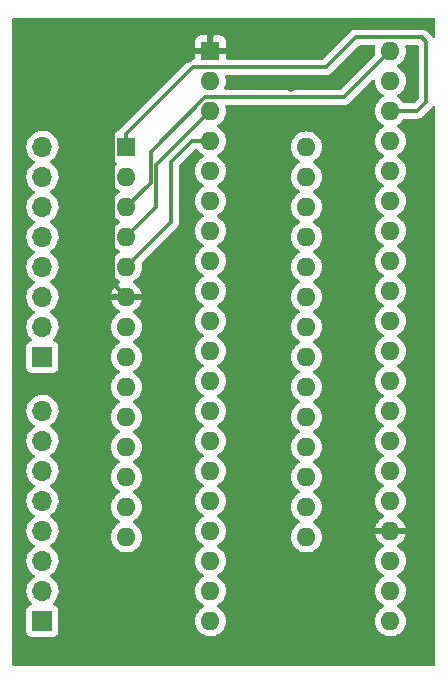
<source format=gbr>
%TF.GenerationSoftware,KiCad,Pcbnew,6.0.2+dfsg-1*%
%TF.CreationDate,2022-05-25T17:35:34+01:00*%
%TF.ProjectId,AY-3-8910 to 12 Adapter,41592d33-2d38-4393-9130-20746f203132,rev?*%
%TF.SameCoordinates,Original*%
%TF.FileFunction,Copper,L2,Bot*%
%TF.FilePolarity,Positive*%
%FSLAX46Y46*%
G04 Gerber Fmt 4.6, Leading zero omitted, Abs format (unit mm)*
G04 Created by KiCad (PCBNEW 6.0.2+dfsg-1) date 2022-05-25 17:35:34*
%MOMM*%
%LPD*%
G01*
G04 APERTURE LIST*
%TA.AperFunction,ComponentPad*%
%ADD10R,1.700000X1.700000*%
%TD*%
%TA.AperFunction,ComponentPad*%
%ADD11O,1.700000X1.700000*%
%TD*%
%TA.AperFunction,ComponentPad*%
%ADD12R,1.600000X1.600000*%
%TD*%
%TA.AperFunction,ComponentPad*%
%ADD13O,1.600000X1.600000*%
%TD*%
%TA.AperFunction,ViaPad*%
%ADD14C,0.800000*%
%TD*%
%TA.AperFunction,Conductor*%
%ADD15C,0.300000*%
%TD*%
G04 APERTURE END LIST*
D10*
%TO.P,IO-B,1,Pin_1*%
%TO.N,Net-(J1-Pad1)*%
X76708000Y-71120000D03*
D11*
%TO.P,IO-B,2,Pin_2*%
%TO.N,Net-(J1-Pad2)*%
X76708000Y-68580000D03*
%TO.P,IO-B,3,Pin_3*%
%TO.N,Net-(J1-Pad3)*%
X76708000Y-66040000D03*
%TO.P,IO-B,4,Pin_4*%
%TO.N,Net-(J1-Pad4)*%
X76708000Y-63500000D03*
%TO.P,IO-B,5,Pin_5*%
%TO.N,Net-(J1-Pad5)*%
X76708000Y-60960000D03*
%TO.P,IO-B,6,Pin_6*%
%TO.N,Net-(J1-Pad6)*%
X76708000Y-58420000D03*
%TO.P,IO-B,7,Pin_7*%
%TO.N,Net-(J1-Pad7)*%
X76708000Y-55880000D03*
%TO.P,IO-B,8,Pin_8*%
%TO.N,Net-(J1-Pad8)*%
X76708000Y-53340000D03*
%TD*%
D12*
%TO.P,U2,1,Analog_C*%
%TO.N,Net-(U1-Pad38)*%
X83820000Y-53340000D03*
D13*
%TO.P,U2,2,TEST1*%
%TO.N,unconnected-(U2-Pad2)*%
X83820000Y-55880000D03*
%TO.P,U2,3,Vcc*%
%TO.N,Net-(U1-Pad40)*%
X83820000Y-58420000D03*
%TO.P,U2,4,Analog_B*%
%TO.N,Net-(U1-Pad3)*%
X83820000Y-60960000D03*
%TO.P,U2,5,Analog_A*%
%TO.N,Net-(U1-Pad4)*%
X83820000Y-63500000D03*
%TO.P,U2,6,Vss*%
%TO.N,GND*%
X83820000Y-66040000D03*
%TO.P,U2,7,IOA7*%
%TO.N,Net-(J2-Pad8)*%
X83820000Y-68580000D03*
%TO.P,U2,8,IOA6*%
%TO.N,Net-(J2-Pad7)*%
X83820000Y-71120000D03*
%TO.P,U2,9,IOA5*%
%TO.N,Net-(J2-Pad6)*%
X83820000Y-73660000D03*
%TO.P,U2,10,IOA4*%
%TO.N,Net-(J2-Pad5)*%
X83820000Y-76200000D03*
%TO.P,U2,11,IOA3*%
%TO.N,Net-(J2-Pad4)*%
X83820000Y-78740000D03*
%TO.P,U2,12,IOA2*%
%TO.N,Net-(J2-Pad3)*%
X83820000Y-81280000D03*
%TO.P,U2,13,IOA1*%
%TO.N,Net-(J2-Pad2)*%
X83820000Y-83820000D03*
%TO.P,U2,14,IOA0*%
%TO.N,Net-(J2-Pad1)*%
X83820000Y-86360000D03*
%TO.P,U2,15,CLOCK*%
%TO.N,Net-(U1-Pad22)*%
X99060000Y-86360000D03*
%TO.P,U2,16,/RESET*%
%TO.N,Net-(U1-Pad23)*%
X99060000Y-83820000D03*
%TO.P,U2,17,A8*%
%TO.N,Net-(U1-Pad25)*%
X99060000Y-81280000D03*
%TO.P,U2,18,BDIR*%
%TO.N,Net-(U1-Pad27)*%
X99060000Y-78740000D03*
%TO.P,U2,19,BC2*%
%TO.N,Net-(U1-Pad28)*%
X99060000Y-76200000D03*
%TO.P,U2,20,BC1*%
%TO.N,Net-(U1-Pad29)*%
X99060000Y-73660000D03*
%TO.P,U2,21,DA7*%
%TO.N,Net-(U1-Pad30)*%
X99060000Y-71120000D03*
%TO.P,U2,22,DA6*%
%TO.N,Net-(U1-Pad31)*%
X99060000Y-68580000D03*
%TO.P,U2,23,DA5*%
%TO.N,Net-(U1-Pad32)*%
X99060000Y-66040000D03*
%TO.P,U2,24,DA4*%
%TO.N,Net-(U1-Pad33)*%
X99060000Y-63500000D03*
%TO.P,U2,25,DA3*%
%TO.N,Net-(U1-Pad34)*%
X99060000Y-60960000D03*
%TO.P,U2,26,DA2*%
%TO.N,Net-(U1-Pad35)*%
X99060000Y-58420000D03*
%TO.P,U2,27,DA1*%
%TO.N,Net-(U1-Pad36)*%
X99060000Y-55880000D03*
%TO.P,U2,28,DA0*%
%TO.N,Net-(U1-Pad37)*%
X99060000Y-53340000D03*
%TD*%
D12*
%TO.P,U1,1,Vss*%
%TO.N,GND*%
X90932000Y-45212000D03*
D13*
%TO.P,U1,2,NC*%
%TO.N,unconnected-(U1-Pad2)*%
X90932000Y-47752000D03*
%TO.P,U1,3,Analog_B*%
%TO.N,Net-(U1-Pad3)*%
X90932000Y-50292000D03*
%TO.P,U1,4,Analog_A*%
%TO.N,Net-(U1-Pad4)*%
X90932000Y-52832000D03*
%TO.P,U1,5,NC*%
%TO.N,unconnected-(U1-Pad5)*%
X90932000Y-55372000D03*
%TO.P,U1,6,IOB7*%
%TO.N,Net-(J1-Pad8)*%
X90932000Y-57912000D03*
%TO.P,U1,7,IOB6*%
%TO.N,Net-(J1-Pad7)*%
X90932000Y-60452000D03*
%TO.P,U1,8,IOB5*%
%TO.N,Net-(J1-Pad6)*%
X90932000Y-62992000D03*
%TO.P,U1,9,IOB4*%
%TO.N,Net-(J1-Pad5)*%
X90932000Y-65532000D03*
%TO.P,U1,10,IOB3*%
%TO.N,Net-(J1-Pad4)*%
X90932000Y-68072000D03*
%TO.P,U1,11,IOB2*%
%TO.N,Net-(J1-Pad3)*%
X90932000Y-70612000D03*
%TO.P,U1,12,IOB1*%
%TO.N,Net-(J1-Pad2)*%
X90932000Y-73152000D03*
%TO.P,U1,13,IOB0*%
%TO.N,Net-(J1-Pad1)*%
X90932000Y-75692000D03*
%TO.P,U1,14,IOA7*%
%TO.N,Net-(J2-Pad8)*%
X90932000Y-78232000D03*
%TO.P,U1,15,IOA6*%
%TO.N,Net-(J2-Pad7)*%
X90932000Y-80772000D03*
%TO.P,U1,16,IOA5*%
%TO.N,Net-(J2-Pad6)*%
X90932000Y-83312000D03*
%TO.P,U1,17,IOA4*%
%TO.N,Net-(J2-Pad5)*%
X90932000Y-85852000D03*
%TO.P,U1,18,IOA3*%
%TO.N,Net-(J2-Pad4)*%
X90932000Y-88392000D03*
%TO.P,U1,19,IOA2*%
%TO.N,Net-(J2-Pad3)*%
X90932000Y-90932000D03*
%TO.P,U1,20,IOA1*%
%TO.N,Net-(J2-Pad2)*%
X90932000Y-93472000D03*
%TO.P,U1,21,IOA0*%
%TO.N,Net-(J2-Pad1)*%
X106172000Y-93472000D03*
%TO.P,U1,22,CLOCK*%
%TO.N,Net-(U1-Pad22)*%
X106172000Y-90932000D03*
%TO.P,U1,23,/RESET*%
%TO.N,Net-(U1-Pad23)*%
X106172000Y-88392000D03*
%TO.P,U1,24,/A9*%
%TO.N,GND*%
X106172000Y-85852000D03*
%TO.P,U1,25,A8*%
%TO.N,Net-(U1-Pad25)*%
X106172000Y-83312000D03*
%TO.P,U1,26,TEST2*%
%TO.N,unconnected-(U1-Pad26)*%
X106172000Y-80772000D03*
%TO.P,U1,27,BDIR*%
%TO.N,Net-(U1-Pad27)*%
X106172000Y-78232000D03*
%TO.P,U1,28,BC2*%
%TO.N,Net-(U1-Pad28)*%
X106172000Y-75692000D03*
%TO.P,U1,29,BC1*%
%TO.N,Net-(U1-Pad29)*%
X106172000Y-73152000D03*
%TO.P,U1,30,DA7*%
%TO.N,Net-(U1-Pad30)*%
X106172000Y-70612000D03*
%TO.P,U1,31,DA6*%
%TO.N,Net-(U1-Pad31)*%
X106172000Y-68072000D03*
%TO.P,U1,32,DA5*%
%TO.N,Net-(U1-Pad32)*%
X106172000Y-65532000D03*
%TO.P,U1,33,DA4*%
%TO.N,Net-(U1-Pad33)*%
X106172000Y-62992000D03*
%TO.P,U1,34,DA3*%
%TO.N,Net-(U1-Pad34)*%
X106172000Y-60452000D03*
%TO.P,U1,35,DA2*%
%TO.N,Net-(U1-Pad35)*%
X106172000Y-57912000D03*
%TO.P,U1,36,DA1*%
%TO.N,Net-(U1-Pad36)*%
X106172000Y-55372000D03*
%TO.P,U1,37,DA0*%
%TO.N,Net-(U1-Pad37)*%
X106172000Y-52832000D03*
%TO.P,U1,38,Analog_C*%
%TO.N,Net-(U1-Pad38)*%
X106172000Y-50292000D03*
%TO.P,U1,39,TEST1*%
%TO.N,unconnected-(U1-Pad39)*%
X106172000Y-47752000D03*
%TO.P,U1,40,Vcc*%
%TO.N,Net-(U1-Pad40)*%
X106172000Y-45212000D03*
%TD*%
D10*
%TO.P,IO-A,1,Pin_1*%
%TO.N,Net-(J2-Pad1)*%
X76708000Y-93472000D03*
D11*
%TO.P,IO-A,2,Pin_2*%
%TO.N,Net-(J2-Pad2)*%
X76708000Y-90932000D03*
%TO.P,IO-A,3,Pin_3*%
%TO.N,Net-(J2-Pad3)*%
X76708000Y-88392000D03*
%TO.P,IO-A,4,Pin_4*%
%TO.N,Net-(J2-Pad4)*%
X76708000Y-85852000D03*
%TO.P,IO-A,5,Pin_5*%
%TO.N,Net-(J2-Pad5)*%
X76708000Y-83312000D03*
%TO.P,IO-A,6,Pin_6*%
%TO.N,Net-(J2-Pad6)*%
X76708000Y-80772000D03*
%TO.P,IO-A,7,Pin_7*%
%TO.N,Net-(J2-Pad7)*%
X76708000Y-78232000D03*
%TO.P,IO-A,8,Pin_8*%
%TO.N,Net-(J2-Pad8)*%
X76708000Y-75692000D03*
%TD*%
D14*
%TO.N,GND*%
X81280000Y-63500000D03*
X81280000Y-58420000D03*
X81280000Y-60960000D03*
X107950000Y-46990000D03*
X97790000Y-48260000D03*
X87630000Y-86360000D03*
X88900000Y-59690000D03*
X88900000Y-62230000D03*
X87630000Y-63500000D03*
X86360000Y-64770000D03*
X81280000Y-53340000D03*
X81280000Y-72390000D03*
X81280000Y-74930000D03*
X80010000Y-78740000D03*
X80010000Y-81280000D03*
X80010000Y-83820000D03*
X80010000Y-87630000D03*
X80010000Y-92710000D03*
X101600000Y-87630000D03*
X102870000Y-80010000D03*
X102870000Y-77470000D03*
X102870000Y-74930000D03*
X102870000Y-72390000D03*
X102870000Y-69850000D03*
X102870000Y-67310000D03*
X102870000Y-64770000D03*
X102870000Y-62230000D03*
X102870000Y-59690000D03*
X102870000Y-57150000D03*
X102870000Y-54610000D03*
X89020489Y-45840489D03*
%TD*%
D15*
%TO.N,GND*%
X89020489Y-45840489D02*
X89648978Y-45212000D01*
%TO.N,Net-(U1-Pad38)*%
X109220000Y-46990000D02*
X109220000Y-49530000D01*
%TO.N,Net-(U1-Pad40)*%
X95637511Y-49142489D02*
X102241511Y-49142489D01*
%TO.N,GND*%
X83820000Y-66040000D02*
X82670489Y-64890489D01*
X89648978Y-45212000D02*
X90932000Y-45212000D01*
X82670489Y-64890489D02*
X82670489Y-52190489D01*
X82670489Y-52190489D02*
X89020489Y-45840489D01*
%TO.N,Net-(U1-Pad3)*%
X83820000Y-60960000D02*
X86360000Y-58420000D01*
X86360000Y-54864000D02*
X90932000Y-50292000D01*
X86360000Y-58420000D02*
X86360000Y-54864000D01*
%TO.N,Net-(U1-Pad4)*%
X87630000Y-59690000D02*
X87630000Y-54610000D01*
X87630000Y-54610000D02*
X89408000Y-52832000D01*
X89408000Y-52832000D02*
X90932000Y-52832000D01*
X83820000Y-63500000D02*
X87630000Y-59690000D01*
%TO.N,Net-(U1-Pad38)*%
X83820000Y-53340000D02*
X83820000Y-52240000D01*
X109220000Y-44450000D02*
X109220000Y-46990000D01*
X89457511Y-46602489D02*
X100717511Y-46602489D01*
X108458000Y-50292000D02*
X106172000Y-50292000D01*
X108832489Y-44062489D02*
X109220000Y-44450000D01*
X103257511Y-44062489D02*
X108832489Y-44062489D01*
X100717511Y-46602489D02*
X103257511Y-44062489D01*
X83820000Y-52240000D02*
X89457511Y-46602489D01*
X109220000Y-49530000D02*
X108458000Y-50292000D01*
%TO.N,Net-(U1-Pad40)*%
X85860480Y-53737865D02*
X90455856Y-49142489D01*
X102241511Y-49142489D02*
X106172000Y-45212000D01*
X90455856Y-49142489D02*
X95637511Y-49142489D01*
X85860480Y-56379520D02*
X85860480Y-53737865D01*
X83820000Y-58420000D02*
X85860480Y-56379520D01*
%TD*%
%TA.AperFunction,Conductor*%
%TO.N,GND*%
G36*
X109924121Y-42438002D02*
G01*
X109970614Y-42491658D01*
X109982000Y-42544000D01*
X109982000Y-43984287D01*
X109961998Y-44052408D01*
X109908342Y-44098901D01*
X109838068Y-44109005D01*
X109773488Y-44079511D01*
X109753804Y-44055925D01*
X109753346Y-44056281D01*
X109748490Y-44050020D01*
X109744452Y-44043193D01*
X109729291Y-44028032D01*
X109716449Y-44012997D01*
X109703841Y-43995643D01*
X109668248Y-43966198D01*
X109659467Y-43958208D01*
X109356140Y-43654880D01*
X109348152Y-43646101D01*
X109343905Y-43639409D01*
X109292230Y-43590883D01*
X109289389Y-43588129D01*
X109268822Y-43567562D01*
X109265315Y-43564842D01*
X109256293Y-43557136D01*
X109222622Y-43525517D01*
X109215670Y-43521695D01*
X109203831Y-43515186D01*
X109187307Y-43504332D01*
X109176621Y-43496044D01*
X109170357Y-43491185D01*
X109163085Y-43488038D01*
X109163083Y-43488037D01*
X109127954Y-43472835D01*
X109117294Y-43467613D01*
X109083773Y-43449184D01*
X109083771Y-43449183D01*
X109076826Y-43445365D01*
X109056048Y-43440030D01*
X109037358Y-43433631D01*
X109017665Y-43425109D01*
X108972041Y-43417883D01*
X108960418Y-43415476D01*
X108926150Y-43406678D01*
X108915677Y-43403989D01*
X108894230Y-43403989D01*
X108874520Y-43402438D01*
X108861166Y-43400323D01*
X108853337Y-43399083D01*
X108807348Y-43403430D01*
X108795493Y-43403989D01*
X103339567Y-43403989D01*
X103327711Y-43403430D01*
X103327708Y-43403430D01*
X103319974Y-43401701D01*
X103264957Y-43403430D01*
X103249142Y-43403927D01*
X103245184Y-43403989D01*
X103216079Y-43403989D01*
X103211679Y-43404545D01*
X103199847Y-43405477D01*
X103153680Y-43406927D01*
X103133090Y-43412909D01*
X103113729Y-43416919D01*
X103106741Y-43417801D01*
X103100307Y-43418614D01*
X103100306Y-43418614D01*
X103092447Y-43419607D01*
X103085082Y-43422523D01*
X103085078Y-43422524D01*
X103049493Y-43436613D01*
X103038263Y-43440458D01*
X102993910Y-43453344D01*
X102987086Y-43457380D01*
X102975454Y-43464259D01*
X102957698Y-43472958D01*
X102937755Y-43480854D01*
X102923536Y-43491185D01*
X102900379Y-43508009D01*
X102890460Y-43514524D01*
X102857534Y-43533997D01*
X102857530Y-43534000D01*
X102850704Y-43538037D01*
X102835543Y-43553198D01*
X102820511Y-43566037D01*
X102803154Y-43578648D01*
X102773704Y-43614247D01*
X102765714Y-43623027D01*
X100481656Y-45907084D01*
X100419344Y-45941110D01*
X100392561Y-45943989D01*
X92366000Y-45943989D01*
X92297879Y-45923987D01*
X92251386Y-45870331D01*
X92240000Y-45817989D01*
X92240000Y-45484115D01*
X92235525Y-45468876D01*
X92234135Y-45467671D01*
X92226452Y-45466000D01*
X89642116Y-45466000D01*
X89626877Y-45470475D01*
X89625672Y-45471865D01*
X89624001Y-45479548D01*
X89624001Y-45816328D01*
X89603999Y-45884449D01*
X89550343Y-45930942D01*
X89501959Y-45942266D01*
X89449110Y-45943927D01*
X89445152Y-45943989D01*
X89416079Y-45943989D01*
X89412145Y-45944486D01*
X89412143Y-45944486D01*
X89411700Y-45944542D01*
X89399865Y-45945474D01*
X89367075Y-45946505D01*
X89361600Y-45946677D01*
X89361599Y-45946677D01*
X89353680Y-45946926D01*
X89333955Y-45952657D01*
X89333082Y-45952910D01*
X89313729Y-45956918D01*
X89310254Y-45957357D01*
X89292447Y-45959607D01*
X89285079Y-45962524D01*
X89285076Y-45962525D01*
X89249493Y-45976614D01*
X89238258Y-45980460D01*
X89201527Y-45991131D01*
X89201524Y-45991132D01*
X89193911Y-45993344D01*
X89175446Y-46004264D01*
X89157706Y-46012955D01*
X89137755Y-46020854D01*
X89100385Y-46048005D01*
X89090463Y-46054522D01*
X89057534Y-46073996D01*
X89057530Y-46073999D01*
X89050704Y-46078036D01*
X89035540Y-46093200D01*
X89020507Y-46106040D01*
X89003154Y-46118648D01*
X88973709Y-46154241D01*
X88965719Y-46163021D01*
X83412395Y-51716345D01*
X83403615Y-51724335D01*
X83403613Y-51724337D01*
X83396920Y-51728584D01*
X83391494Y-51734362D01*
X83391493Y-51734363D01*
X83348396Y-51780257D01*
X83345641Y-51783099D01*
X83325073Y-51803667D01*
X83322356Y-51807170D01*
X83314648Y-51816195D01*
X83283028Y-51849867D01*
X83279207Y-51856818D01*
X83279206Y-51856819D01*
X83272697Y-51868658D01*
X83261843Y-51885182D01*
X83254018Y-51895271D01*
X83248696Y-51902132D01*
X83245549Y-51909404D01*
X83245548Y-51909406D01*
X83230346Y-51944535D01*
X83225126Y-51955190D01*
X83219076Y-51966196D01*
X83168733Y-52016257D01*
X83108659Y-52031500D01*
X82971866Y-52031500D01*
X82909684Y-52038255D01*
X82773295Y-52089385D01*
X82656739Y-52176739D01*
X82569385Y-52293295D01*
X82518255Y-52429684D01*
X82511500Y-52491866D01*
X82511500Y-54188134D01*
X82518255Y-54250316D01*
X82569385Y-54386705D01*
X82656739Y-54503261D01*
X82773295Y-54590615D01*
X82909684Y-54641745D01*
X82920474Y-54642917D01*
X82922606Y-54643803D01*
X82925222Y-54644425D01*
X82925121Y-54644848D01*
X82986035Y-54670155D01*
X83026463Y-54728517D01*
X83028922Y-54799471D01*
X82992629Y-54860490D01*
X82983969Y-54867489D01*
X82980207Y-54870646D01*
X82975700Y-54873802D01*
X82813802Y-55035700D01*
X82810645Y-55040208D01*
X82810643Y-55040211D01*
X82755902Y-55118389D01*
X82682477Y-55223251D01*
X82680154Y-55228233D01*
X82680151Y-55228238D01*
X82597908Y-55404610D01*
X82585716Y-55430757D01*
X82584294Y-55436065D01*
X82584293Y-55436067D01*
X82532407Y-55629707D01*
X82526457Y-55651913D01*
X82506502Y-55880000D01*
X82526457Y-56108087D01*
X82527881Y-56113400D01*
X82527881Y-56113402D01*
X82575851Y-56292425D01*
X82585716Y-56329243D01*
X82588039Y-56334224D01*
X82588039Y-56334225D01*
X82680151Y-56531762D01*
X82680154Y-56531767D01*
X82682477Y-56536749D01*
X82685634Y-56541257D01*
X82804461Y-56710959D01*
X82813802Y-56724300D01*
X82975700Y-56886198D01*
X82980208Y-56889355D01*
X82980211Y-56889357D01*
X83020445Y-56917529D01*
X83163251Y-57017523D01*
X83168233Y-57019846D01*
X83168238Y-57019849D01*
X83202457Y-57035805D01*
X83255742Y-57082722D01*
X83275203Y-57150999D01*
X83254661Y-57218959D01*
X83202457Y-57264195D01*
X83168238Y-57280151D01*
X83168233Y-57280154D01*
X83163251Y-57282477D01*
X83058389Y-57355902D01*
X82980211Y-57410643D01*
X82980208Y-57410645D01*
X82975700Y-57413802D01*
X82813802Y-57575700D01*
X82810645Y-57580208D01*
X82810643Y-57580211D01*
X82761195Y-57650830D01*
X82682477Y-57763251D01*
X82680154Y-57768233D01*
X82680151Y-57768238D01*
X82597908Y-57944610D01*
X82585716Y-57970757D01*
X82584294Y-57976065D01*
X82584293Y-57976067D01*
X82532407Y-58169707D01*
X82526457Y-58191913D01*
X82506502Y-58420000D01*
X82526457Y-58648087D01*
X82527881Y-58653400D01*
X82527881Y-58653402D01*
X82575851Y-58832425D01*
X82585716Y-58869243D01*
X82588039Y-58874224D01*
X82588039Y-58874225D01*
X82680151Y-59071762D01*
X82680154Y-59071767D01*
X82682477Y-59076749D01*
X82685634Y-59081257D01*
X82804461Y-59250959D01*
X82813802Y-59264300D01*
X82975700Y-59426198D01*
X82980208Y-59429355D01*
X82980211Y-59429357D01*
X83015612Y-59454145D01*
X83163251Y-59557523D01*
X83168233Y-59559846D01*
X83168238Y-59559849D01*
X83202457Y-59575805D01*
X83255742Y-59622722D01*
X83275203Y-59690999D01*
X83254661Y-59758959D01*
X83202457Y-59804195D01*
X83168238Y-59820151D01*
X83168233Y-59820154D01*
X83163251Y-59822477D01*
X83153147Y-59829552D01*
X82980211Y-59950643D01*
X82980208Y-59950645D01*
X82975700Y-59953802D01*
X82813802Y-60115700D01*
X82810645Y-60120208D01*
X82810643Y-60120211D01*
X82789965Y-60149743D01*
X82682477Y-60303251D01*
X82680154Y-60308233D01*
X82680151Y-60308238D01*
X82597908Y-60484610D01*
X82585716Y-60510757D01*
X82584294Y-60516065D01*
X82584293Y-60516067D01*
X82532407Y-60709707D01*
X82526457Y-60731913D01*
X82506502Y-60960000D01*
X82526457Y-61188087D01*
X82527881Y-61193400D01*
X82527881Y-61193402D01*
X82575851Y-61372425D01*
X82585716Y-61409243D01*
X82588039Y-61414224D01*
X82588039Y-61414225D01*
X82680151Y-61611762D01*
X82680154Y-61611767D01*
X82682477Y-61616749D01*
X82685634Y-61621257D01*
X82804461Y-61790959D01*
X82813802Y-61804300D01*
X82975700Y-61966198D01*
X82980208Y-61969355D01*
X82980211Y-61969357D01*
X83020445Y-61997529D01*
X83163251Y-62097523D01*
X83168233Y-62099846D01*
X83168238Y-62099849D01*
X83202457Y-62115805D01*
X83255742Y-62162722D01*
X83275203Y-62230999D01*
X83254661Y-62298959D01*
X83202457Y-62344195D01*
X83168238Y-62360151D01*
X83168233Y-62360154D01*
X83163251Y-62362477D01*
X83058389Y-62435902D01*
X82980211Y-62490643D01*
X82980208Y-62490645D01*
X82975700Y-62493802D01*
X82813802Y-62655700D01*
X82810645Y-62660208D01*
X82810643Y-62660211D01*
X82755902Y-62738389D01*
X82682477Y-62843251D01*
X82680154Y-62848233D01*
X82680151Y-62848238D01*
X82597908Y-63024610D01*
X82585716Y-63050757D01*
X82584294Y-63056065D01*
X82584293Y-63056067D01*
X82532407Y-63249707D01*
X82526457Y-63271913D01*
X82506502Y-63500000D01*
X82526457Y-63728087D01*
X82527881Y-63733400D01*
X82527881Y-63733402D01*
X82575851Y-63912425D01*
X82585716Y-63949243D01*
X82588039Y-63954224D01*
X82588039Y-63954225D01*
X82680151Y-64151762D01*
X82680154Y-64151767D01*
X82682477Y-64156749D01*
X82685634Y-64161257D01*
X82804461Y-64330959D01*
X82813802Y-64344300D01*
X82975700Y-64506198D01*
X82980208Y-64509355D01*
X82980211Y-64509357D01*
X83020445Y-64537529D01*
X83163251Y-64637523D01*
X83168233Y-64639846D01*
X83168238Y-64639849D01*
X83203049Y-64656081D01*
X83256334Y-64702998D01*
X83275795Y-64771275D01*
X83255253Y-64839235D01*
X83203049Y-64884471D01*
X83168489Y-64900586D01*
X83158993Y-64906069D01*
X82980533Y-65031028D01*
X82972125Y-65038084D01*
X82818084Y-65192125D01*
X82811028Y-65200533D01*
X82686069Y-65378993D01*
X82680586Y-65388489D01*
X82588510Y-65585947D01*
X82584764Y-65596239D01*
X82538606Y-65768503D01*
X82538942Y-65782599D01*
X82546884Y-65786000D01*
X85087967Y-65786000D01*
X85101498Y-65782027D01*
X85102727Y-65773478D01*
X85055236Y-65596239D01*
X85051490Y-65585947D01*
X84959414Y-65388489D01*
X84953931Y-65378993D01*
X84828972Y-65200533D01*
X84821916Y-65192125D01*
X84667875Y-65038084D01*
X84659467Y-65031028D01*
X84481007Y-64906069D01*
X84471511Y-64900586D01*
X84436951Y-64884471D01*
X84383666Y-64837554D01*
X84364205Y-64769277D01*
X84384747Y-64701317D01*
X84436951Y-64656081D01*
X84471762Y-64639849D01*
X84471767Y-64639846D01*
X84476749Y-64637523D01*
X84619555Y-64537529D01*
X84659789Y-64509357D01*
X84659792Y-64509355D01*
X84664300Y-64506198D01*
X84826198Y-64344300D01*
X84835540Y-64330959D01*
X84954366Y-64161257D01*
X84957523Y-64156749D01*
X84959846Y-64151767D01*
X84959849Y-64151762D01*
X85051961Y-63954225D01*
X85051961Y-63954224D01*
X85054284Y-63949243D01*
X85064150Y-63912425D01*
X85112119Y-63733402D01*
X85112119Y-63733400D01*
X85113543Y-63728087D01*
X85133498Y-63500000D01*
X85113543Y-63271913D01*
X85107593Y-63249707D01*
X85104012Y-63236341D01*
X85105702Y-63165365D01*
X85136624Y-63114636D01*
X88037605Y-60213655D01*
X88046385Y-60205665D01*
X88046387Y-60205663D01*
X88053080Y-60201416D01*
X88101605Y-60149742D01*
X88104359Y-60146901D01*
X88124927Y-60126333D01*
X88127647Y-60122826D01*
X88135353Y-60113804D01*
X88137232Y-60111803D01*
X88166972Y-60080133D01*
X88170794Y-60073181D01*
X88177303Y-60061342D01*
X88188157Y-60044818D01*
X88196445Y-60034132D01*
X88201304Y-60027868D01*
X88204452Y-60020594D01*
X88219654Y-59985465D01*
X88224876Y-59974805D01*
X88243305Y-59941284D01*
X88243306Y-59941282D01*
X88247124Y-59934337D01*
X88252459Y-59913559D01*
X88258858Y-59894869D01*
X88267380Y-59875176D01*
X88274606Y-59829552D01*
X88277013Y-59817929D01*
X88286528Y-59780868D01*
X88288500Y-59773188D01*
X88288500Y-59751741D01*
X88290051Y-59732031D01*
X88292166Y-59718677D01*
X88293406Y-59710848D01*
X88289059Y-59664859D01*
X88288500Y-59653004D01*
X88288500Y-54934950D01*
X88308502Y-54866829D01*
X88325405Y-54845855D01*
X89642186Y-53529074D01*
X89704498Y-53495048D01*
X89775313Y-53500113D01*
X89834494Y-53545899D01*
X89922639Y-53671784D01*
X89922643Y-53671789D01*
X89925802Y-53676300D01*
X90087700Y-53838198D01*
X90092208Y-53841355D01*
X90092211Y-53841357D01*
X90099489Y-53846453D01*
X90275251Y-53969523D01*
X90280233Y-53971846D01*
X90280238Y-53971849D01*
X90314457Y-53987805D01*
X90367742Y-54034722D01*
X90387203Y-54102999D01*
X90366661Y-54170959D01*
X90314457Y-54216195D01*
X90280238Y-54232151D01*
X90280233Y-54232154D01*
X90275251Y-54234477D01*
X90252631Y-54250316D01*
X90092211Y-54362643D01*
X90092208Y-54362645D01*
X90087700Y-54365802D01*
X89925802Y-54527700D01*
X89922645Y-54532208D01*
X89922643Y-54532211D01*
X89893183Y-54574284D01*
X89794477Y-54715251D01*
X89792154Y-54720233D01*
X89792151Y-54720238D01*
X89716367Y-54882760D01*
X89697716Y-54922757D01*
X89638457Y-55143913D01*
X89618502Y-55372000D01*
X89638457Y-55600087D01*
X89639881Y-55605400D01*
X89639881Y-55605402D01*
X89655187Y-55662522D01*
X89697716Y-55821243D01*
X89700039Y-55826224D01*
X89700039Y-55826225D01*
X89792151Y-56023762D01*
X89792154Y-56023767D01*
X89794477Y-56028749D01*
X89925802Y-56216300D01*
X90087700Y-56378198D01*
X90092208Y-56381355D01*
X90092211Y-56381357D01*
X90099489Y-56386453D01*
X90275251Y-56509523D01*
X90280233Y-56511846D01*
X90280238Y-56511849D01*
X90314457Y-56527805D01*
X90367742Y-56574722D01*
X90387203Y-56642999D01*
X90366661Y-56710959D01*
X90314457Y-56756195D01*
X90280238Y-56772151D01*
X90280233Y-56772154D01*
X90275251Y-56774477D01*
X90170389Y-56847902D01*
X90092211Y-56902643D01*
X90092208Y-56902645D01*
X90087700Y-56905802D01*
X89925802Y-57067700D01*
X89922645Y-57072208D01*
X89922643Y-57072211D01*
X89893183Y-57114284D01*
X89794477Y-57255251D01*
X89792154Y-57260233D01*
X89792151Y-57260238D01*
X89716231Y-57423051D01*
X89697716Y-57462757D01*
X89696294Y-57468065D01*
X89696293Y-57468067D01*
X89645965Y-57655894D01*
X89638457Y-57683913D01*
X89618502Y-57912000D01*
X89638457Y-58140087D01*
X89639881Y-58145400D01*
X89639881Y-58145402D01*
X89655187Y-58202522D01*
X89697716Y-58361243D01*
X89700039Y-58366224D01*
X89700039Y-58366225D01*
X89792151Y-58563762D01*
X89792154Y-58563767D01*
X89794477Y-58568749D01*
X89925802Y-58756300D01*
X90087700Y-58918198D01*
X90092208Y-58921355D01*
X90092211Y-58921357D01*
X90099489Y-58926453D01*
X90275251Y-59049523D01*
X90280233Y-59051846D01*
X90280238Y-59051849D01*
X90314457Y-59067805D01*
X90367742Y-59114722D01*
X90387203Y-59182999D01*
X90366661Y-59250959D01*
X90314457Y-59296195D01*
X90280238Y-59312151D01*
X90280233Y-59312154D01*
X90275251Y-59314477D01*
X90170389Y-59387902D01*
X90092211Y-59442643D01*
X90092208Y-59442645D01*
X90087700Y-59445802D01*
X89925802Y-59607700D01*
X89922645Y-59612208D01*
X89922643Y-59612211D01*
X89894080Y-59653004D01*
X89794477Y-59795251D01*
X89792154Y-59800233D01*
X89792151Y-59800238D01*
X89716231Y-59963051D01*
X89697716Y-60002757D01*
X89696294Y-60008065D01*
X89696293Y-60008067D01*
X89639881Y-60218598D01*
X89638457Y-60223913D01*
X89618502Y-60452000D01*
X89638457Y-60680087D01*
X89639881Y-60685400D01*
X89639881Y-60685402D01*
X89655187Y-60742522D01*
X89697716Y-60901243D01*
X89700039Y-60906224D01*
X89700039Y-60906225D01*
X89792151Y-61103762D01*
X89792154Y-61103767D01*
X89794477Y-61108749D01*
X89925802Y-61296300D01*
X90087700Y-61458198D01*
X90092208Y-61461355D01*
X90092211Y-61461357D01*
X90099489Y-61466453D01*
X90275251Y-61589523D01*
X90280233Y-61591846D01*
X90280238Y-61591849D01*
X90314457Y-61607805D01*
X90367742Y-61654722D01*
X90387203Y-61722999D01*
X90366661Y-61790959D01*
X90314457Y-61836195D01*
X90280238Y-61852151D01*
X90280233Y-61852154D01*
X90275251Y-61854477D01*
X90170389Y-61927902D01*
X90092211Y-61982643D01*
X90092208Y-61982645D01*
X90087700Y-61985802D01*
X89925802Y-62147700D01*
X89922645Y-62152208D01*
X89922643Y-62152211D01*
X89893183Y-62194284D01*
X89794477Y-62335251D01*
X89792154Y-62340233D01*
X89792151Y-62340238D01*
X89716231Y-62503051D01*
X89697716Y-62542757D01*
X89638457Y-62763913D01*
X89618502Y-62992000D01*
X89638457Y-63220087D01*
X89639881Y-63225400D01*
X89639881Y-63225402D01*
X89655187Y-63282522D01*
X89697716Y-63441243D01*
X89700039Y-63446224D01*
X89700039Y-63446225D01*
X89792151Y-63643762D01*
X89792154Y-63643767D01*
X89794477Y-63648749D01*
X89925802Y-63836300D01*
X90087700Y-63998198D01*
X90092208Y-64001355D01*
X90092211Y-64001357D01*
X90099489Y-64006453D01*
X90275251Y-64129523D01*
X90280233Y-64131846D01*
X90280238Y-64131849D01*
X90314457Y-64147805D01*
X90367742Y-64194722D01*
X90387203Y-64262999D01*
X90366661Y-64330959D01*
X90314457Y-64376195D01*
X90280238Y-64392151D01*
X90280233Y-64392154D01*
X90275251Y-64394477D01*
X90170389Y-64467902D01*
X90092211Y-64522643D01*
X90092208Y-64522645D01*
X90087700Y-64525802D01*
X89925802Y-64687700D01*
X89922645Y-64692208D01*
X89922643Y-64692211D01*
X89893183Y-64734284D01*
X89794477Y-64875251D01*
X89792154Y-64880233D01*
X89792151Y-64880238D01*
X89716231Y-65043051D01*
X89697716Y-65082757D01*
X89638457Y-65303913D01*
X89618502Y-65532000D01*
X89638457Y-65760087D01*
X89639881Y-65765400D01*
X89639881Y-65765402D01*
X89655187Y-65822522D01*
X89697716Y-65981243D01*
X89700039Y-65986224D01*
X89700039Y-65986225D01*
X89792151Y-66183762D01*
X89792154Y-66183767D01*
X89794477Y-66188749D01*
X89925802Y-66376300D01*
X90087700Y-66538198D01*
X90092208Y-66541355D01*
X90092211Y-66541357D01*
X90099489Y-66546453D01*
X90275251Y-66669523D01*
X90280233Y-66671846D01*
X90280238Y-66671849D01*
X90314457Y-66687805D01*
X90367742Y-66734722D01*
X90387203Y-66802999D01*
X90366661Y-66870959D01*
X90314457Y-66916195D01*
X90280238Y-66932151D01*
X90280233Y-66932154D01*
X90275251Y-66934477D01*
X90170389Y-67007902D01*
X90092211Y-67062643D01*
X90092208Y-67062645D01*
X90087700Y-67065802D01*
X89925802Y-67227700D01*
X89922645Y-67232208D01*
X89922643Y-67232211D01*
X89893183Y-67274284D01*
X89794477Y-67415251D01*
X89792154Y-67420233D01*
X89792151Y-67420238D01*
X89716231Y-67583051D01*
X89697716Y-67622757D01*
X89638457Y-67843913D01*
X89618502Y-68072000D01*
X89638457Y-68300087D01*
X89639881Y-68305400D01*
X89639881Y-68305402D01*
X89655187Y-68362522D01*
X89697716Y-68521243D01*
X89700039Y-68526224D01*
X89700039Y-68526225D01*
X89792151Y-68723762D01*
X89792154Y-68723767D01*
X89794477Y-68728749D01*
X89925802Y-68916300D01*
X90087700Y-69078198D01*
X90092208Y-69081355D01*
X90092211Y-69081357D01*
X90099489Y-69086453D01*
X90275251Y-69209523D01*
X90280233Y-69211846D01*
X90280238Y-69211849D01*
X90314457Y-69227805D01*
X90367742Y-69274722D01*
X90387203Y-69342999D01*
X90366661Y-69410959D01*
X90314457Y-69456195D01*
X90280238Y-69472151D01*
X90280233Y-69472154D01*
X90275251Y-69474477D01*
X90170389Y-69547902D01*
X90092211Y-69602643D01*
X90092208Y-69602645D01*
X90087700Y-69605802D01*
X89925802Y-69767700D01*
X89922645Y-69772208D01*
X89922643Y-69772211D01*
X89915283Y-69782722D01*
X89794477Y-69955251D01*
X89792154Y-69960233D01*
X89792151Y-69960238D01*
X89758827Y-70031703D01*
X89697716Y-70162757D01*
X89638457Y-70383913D01*
X89618502Y-70612000D01*
X89638457Y-70840087D01*
X89697716Y-71061243D01*
X89700039Y-71066224D01*
X89700039Y-71066225D01*
X89792151Y-71263762D01*
X89792154Y-71263767D01*
X89794477Y-71268749D01*
X89925802Y-71456300D01*
X90087700Y-71618198D01*
X90092208Y-71621355D01*
X90092211Y-71621357D01*
X90170389Y-71676098D01*
X90275251Y-71749523D01*
X90280233Y-71751846D01*
X90280238Y-71751849D01*
X90314457Y-71767805D01*
X90367742Y-71814722D01*
X90387203Y-71882999D01*
X90366661Y-71950959D01*
X90314457Y-71996195D01*
X90280238Y-72012151D01*
X90280233Y-72012154D01*
X90275251Y-72014477D01*
X90170657Y-72087715D01*
X90092211Y-72142643D01*
X90092208Y-72142645D01*
X90087700Y-72145802D01*
X89925802Y-72307700D01*
X89922645Y-72312208D01*
X89922643Y-72312211D01*
X89915283Y-72322722D01*
X89794477Y-72495251D01*
X89792154Y-72500233D01*
X89792151Y-72500238D01*
X89790306Y-72504195D01*
X89697716Y-72702757D01*
X89638457Y-72923913D01*
X89618502Y-73152000D01*
X89638457Y-73380087D01*
X89697716Y-73601243D01*
X89700039Y-73606224D01*
X89700039Y-73606225D01*
X89792151Y-73803762D01*
X89792154Y-73803767D01*
X89794477Y-73808749D01*
X89925802Y-73996300D01*
X90087700Y-74158198D01*
X90092208Y-74161355D01*
X90092211Y-74161357D01*
X90170389Y-74216098D01*
X90275251Y-74289523D01*
X90280233Y-74291846D01*
X90280238Y-74291849D01*
X90314457Y-74307805D01*
X90367742Y-74354722D01*
X90387203Y-74422999D01*
X90366661Y-74490959D01*
X90314457Y-74536195D01*
X90280238Y-74552151D01*
X90280233Y-74552154D01*
X90275251Y-74554477D01*
X90170389Y-74627902D01*
X90092211Y-74682643D01*
X90092208Y-74682645D01*
X90087700Y-74685802D01*
X89925802Y-74847700D01*
X89922645Y-74852208D01*
X89922643Y-74852211D01*
X89893183Y-74894284D01*
X89794477Y-75035251D01*
X89792154Y-75040233D01*
X89792151Y-75040238D01*
X89782866Y-75060151D01*
X89697716Y-75242757D01*
X89696294Y-75248065D01*
X89696293Y-75248067D01*
X89644407Y-75441707D01*
X89638457Y-75463913D01*
X89618502Y-75692000D01*
X89638457Y-75920087D01*
X89639881Y-75925400D01*
X89639881Y-75925402D01*
X89687851Y-76104425D01*
X89697716Y-76141243D01*
X89700039Y-76146224D01*
X89700039Y-76146225D01*
X89792151Y-76343762D01*
X89792154Y-76343767D01*
X89794477Y-76348749D01*
X89797634Y-76353257D01*
X89901078Y-76500990D01*
X89925802Y-76536300D01*
X90087700Y-76698198D01*
X90092208Y-76701355D01*
X90092211Y-76701357D01*
X90132445Y-76729529D01*
X90275251Y-76829523D01*
X90280233Y-76831846D01*
X90280238Y-76831849D01*
X90314457Y-76847805D01*
X90367742Y-76894722D01*
X90387203Y-76962999D01*
X90366661Y-77030959D01*
X90314457Y-77076195D01*
X90280238Y-77092151D01*
X90280233Y-77092154D01*
X90275251Y-77094477D01*
X90170389Y-77167902D01*
X90092211Y-77222643D01*
X90092208Y-77222645D01*
X90087700Y-77225802D01*
X89925802Y-77387700D01*
X89922645Y-77392208D01*
X89922643Y-77392211D01*
X89893183Y-77434284D01*
X89794477Y-77575251D01*
X89792154Y-77580233D01*
X89792151Y-77580238D01*
X89782866Y-77600151D01*
X89697716Y-77782757D01*
X89696294Y-77788065D01*
X89696293Y-77788067D01*
X89644407Y-77981707D01*
X89638457Y-78003913D01*
X89618502Y-78232000D01*
X89638457Y-78460087D01*
X89639881Y-78465400D01*
X89639881Y-78465402D01*
X89687851Y-78644425D01*
X89697716Y-78681243D01*
X89700039Y-78686224D01*
X89700039Y-78686225D01*
X89792151Y-78883762D01*
X89792154Y-78883767D01*
X89794477Y-78888749D01*
X89797634Y-78893257D01*
X89901078Y-79040990D01*
X89925802Y-79076300D01*
X90087700Y-79238198D01*
X90092208Y-79241355D01*
X90092211Y-79241357D01*
X90132445Y-79269529D01*
X90275251Y-79369523D01*
X90280233Y-79371846D01*
X90280238Y-79371849D01*
X90314457Y-79387805D01*
X90367742Y-79434722D01*
X90387203Y-79502999D01*
X90366661Y-79570959D01*
X90314457Y-79616195D01*
X90280238Y-79632151D01*
X90280233Y-79632154D01*
X90275251Y-79634477D01*
X90170389Y-79707902D01*
X90092211Y-79762643D01*
X90092208Y-79762645D01*
X90087700Y-79765802D01*
X89925802Y-79927700D01*
X89922645Y-79932208D01*
X89922643Y-79932211D01*
X89893183Y-79974284D01*
X89794477Y-80115251D01*
X89792154Y-80120233D01*
X89792151Y-80120238D01*
X89782866Y-80140151D01*
X89697716Y-80322757D01*
X89696294Y-80328065D01*
X89696293Y-80328067D01*
X89644407Y-80521707D01*
X89638457Y-80543913D01*
X89618502Y-80772000D01*
X89638457Y-81000087D01*
X89639881Y-81005400D01*
X89639881Y-81005402D01*
X89687851Y-81184425D01*
X89697716Y-81221243D01*
X89700039Y-81226224D01*
X89700039Y-81226225D01*
X89792151Y-81423762D01*
X89792154Y-81423767D01*
X89794477Y-81428749D01*
X89797634Y-81433257D01*
X89901078Y-81580990D01*
X89925802Y-81616300D01*
X90087700Y-81778198D01*
X90092208Y-81781355D01*
X90092211Y-81781357D01*
X90132445Y-81809529D01*
X90275251Y-81909523D01*
X90280233Y-81911846D01*
X90280238Y-81911849D01*
X90314457Y-81927805D01*
X90367742Y-81974722D01*
X90387203Y-82042999D01*
X90366661Y-82110959D01*
X90314457Y-82156195D01*
X90280238Y-82172151D01*
X90280233Y-82172154D01*
X90275251Y-82174477D01*
X90170389Y-82247902D01*
X90092211Y-82302643D01*
X90092208Y-82302645D01*
X90087700Y-82305802D01*
X89925802Y-82467700D01*
X89922645Y-82472208D01*
X89922643Y-82472211D01*
X89893183Y-82514284D01*
X89794477Y-82655251D01*
X89792154Y-82660233D01*
X89792151Y-82660238D01*
X89782866Y-82680151D01*
X89697716Y-82862757D01*
X89696294Y-82868065D01*
X89696293Y-82868067D01*
X89644407Y-83061707D01*
X89638457Y-83083913D01*
X89618502Y-83312000D01*
X89638457Y-83540087D01*
X89639881Y-83545400D01*
X89639881Y-83545402D01*
X89687851Y-83724425D01*
X89697716Y-83761243D01*
X89700039Y-83766224D01*
X89700039Y-83766225D01*
X89792151Y-83963762D01*
X89792154Y-83963767D01*
X89794477Y-83968749D01*
X89797634Y-83973257D01*
X89901078Y-84120990D01*
X89925802Y-84156300D01*
X90087700Y-84318198D01*
X90092208Y-84321355D01*
X90092211Y-84321357D01*
X90132445Y-84349529D01*
X90275251Y-84449523D01*
X90280233Y-84451846D01*
X90280238Y-84451849D01*
X90314457Y-84467805D01*
X90367742Y-84514722D01*
X90387203Y-84582999D01*
X90366661Y-84650959D01*
X90314457Y-84696195D01*
X90280238Y-84712151D01*
X90280233Y-84712154D01*
X90275251Y-84714477D01*
X90170389Y-84787902D01*
X90092211Y-84842643D01*
X90092208Y-84842645D01*
X90087700Y-84845802D01*
X89925802Y-85007700D01*
X89922645Y-85012208D01*
X89922643Y-85012211D01*
X89893183Y-85054284D01*
X89794477Y-85195251D01*
X89792154Y-85200233D01*
X89792151Y-85200238D01*
X89782866Y-85220151D01*
X89697716Y-85402757D01*
X89696294Y-85408065D01*
X89696293Y-85408067D01*
X89645400Y-85598000D01*
X89638457Y-85623913D01*
X89618502Y-85852000D01*
X89638457Y-86080087D01*
X89639881Y-86085400D01*
X89639881Y-86085402D01*
X89687851Y-86264425D01*
X89697716Y-86301243D01*
X89700039Y-86306224D01*
X89700039Y-86306225D01*
X89792151Y-86503762D01*
X89792154Y-86503767D01*
X89794477Y-86508749D01*
X89797634Y-86513257D01*
X89901078Y-86660990D01*
X89925802Y-86696300D01*
X90087700Y-86858198D01*
X90092208Y-86861355D01*
X90092211Y-86861357D01*
X90132445Y-86889529D01*
X90275251Y-86989523D01*
X90280233Y-86991846D01*
X90280238Y-86991849D01*
X90314457Y-87007805D01*
X90367742Y-87054722D01*
X90387203Y-87122999D01*
X90366661Y-87190959D01*
X90314457Y-87236195D01*
X90280238Y-87252151D01*
X90280233Y-87252154D01*
X90275251Y-87254477D01*
X90170389Y-87327902D01*
X90092211Y-87382643D01*
X90092208Y-87382645D01*
X90087700Y-87385802D01*
X89925802Y-87547700D01*
X89922645Y-87552208D01*
X89922643Y-87552211D01*
X89894810Y-87591961D01*
X89794477Y-87735251D01*
X89792154Y-87740233D01*
X89792151Y-87740238D01*
X89709908Y-87916610D01*
X89697716Y-87942757D01*
X89696294Y-87948065D01*
X89696293Y-87948067D01*
X89644407Y-88141707D01*
X89638457Y-88163913D01*
X89618502Y-88392000D01*
X89638457Y-88620087D01*
X89639881Y-88625400D01*
X89639881Y-88625402D01*
X89687851Y-88804425D01*
X89697716Y-88841243D01*
X89700039Y-88846224D01*
X89700039Y-88846225D01*
X89792151Y-89043762D01*
X89792154Y-89043767D01*
X89794477Y-89048749D01*
X89797634Y-89053257D01*
X89901078Y-89200990D01*
X89925802Y-89236300D01*
X90087700Y-89398198D01*
X90092208Y-89401355D01*
X90092211Y-89401357D01*
X90132445Y-89429529D01*
X90275251Y-89529523D01*
X90280233Y-89531846D01*
X90280238Y-89531849D01*
X90314457Y-89547805D01*
X90367742Y-89594722D01*
X90387203Y-89662999D01*
X90366661Y-89730959D01*
X90314457Y-89776195D01*
X90280238Y-89792151D01*
X90280233Y-89792154D01*
X90275251Y-89794477D01*
X90170389Y-89867902D01*
X90092211Y-89922643D01*
X90092208Y-89922645D01*
X90087700Y-89925802D01*
X89925802Y-90087700D01*
X89922645Y-90092208D01*
X89922643Y-90092211D01*
X89867902Y-90170389D01*
X89794477Y-90275251D01*
X89792154Y-90280233D01*
X89792151Y-90280238D01*
X89709908Y-90456610D01*
X89697716Y-90482757D01*
X89696294Y-90488065D01*
X89696293Y-90488067D01*
X89644407Y-90681707D01*
X89638457Y-90703913D01*
X89618502Y-90932000D01*
X89638457Y-91160087D01*
X89639881Y-91165400D01*
X89639881Y-91165402D01*
X89687851Y-91344425D01*
X89697716Y-91381243D01*
X89700039Y-91386224D01*
X89700039Y-91386225D01*
X89792151Y-91583762D01*
X89792154Y-91583767D01*
X89794477Y-91588749D01*
X89797634Y-91593257D01*
X89901078Y-91740990D01*
X89925802Y-91776300D01*
X90087700Y-91938198D01*
X90092208Y-91941355D01*
X90092211Y-91941357D01*
X90137649Y-91973173D01*
X90275251Y-92069523D01*
X90280233Y-92071846D01*
X90280238Y-92071849D01*
X90314457Y-92087805D01*
X90367742Y-92134722D01*
X90387203Y-92202999D01*
X90366661Y-92270959D01*
X90314457Y-92316195D01*
X90280238Y-92332151D01*
X90280233Y-92332154D01*
X90275251Y-92334477D01*
X90227220Y-92368109D01*
X90092211Y-92462643D01*
X90092208Y-92462645D01*
X90087700Y-92465802D01*
X89925802Y-92627700D01*
X89794477Y-92815251D01*
X89792154Y-92820233D01*
X89792151Y-92820238D01*
X89700039Y-93017775D01*
X89697716Y-93022757D01*
X89638457Y-93243913D01*
X89618502Y-93472000D01*
X89638457Y-93700087D01*
X89697716Y-93921243D01*
X89700039Y-93926224D01*
X89700039Y-93926225D01*
X89792151Y-94123762D01*
X89792154Y-94123767D01*
X89794477Y-94128749D01*
X89925802Y-94316300D01*
X90087700Y-94478198D01*
X90092208Y-94481355D01*
X90092211Y-94481357D01*
X90170389Y-94536098D01*
X90275251Y-94609523D01*
X90280233Y-94611846D01*
X90280238Y-94611849D01*
X90449212Y-94690642D01*
X90482757Y-94706284D01*
X90488065Y-94707706D01*
X90488067Y-94707707D01*
X90698598Y-94764119D01*
X90698600Y-94764119D01*
X90703913Y-94765543D01*
X90932000Y-94785498D01*
X91160087Y-94765543D01*
X91165400Y-94764119D01*
X91165402Y-94764119D01*
X91375933Y-94707707D01*
X91375935Y-94707706D01*
X91381243Y-94706284D01*
X91414788Y-94690642D01*
X91583762Y-94611849D01*
X91583767Y-94611846D01*
X91588749Y-94609523D01*
X91693611Y-94536098D01*
X91771789Y-94481357D01*
X91771792Y-94481355D01*
X91776300Y-94478198D01*
X91938198Y-94316300D01*
X92069523Y-94128749D01*
X92071846Y-94123767D01*
X92071849Y-94123762D01*
X92163961Y-93926225D01*
X92163961Y-93926224D01*
X92166284Y-93921243D01*
X92225543Y-93700087D01*
X92245498Y-93472000D01*
X104858502Y-93472000D01*
X104878457Y-93700087D01*
X104937716Y-93921243D01*
X104940039Y-93926224D01*
X104940039Y-93926225D01*
X105032151Y-94123762D01*
X105032154Y-94123767D01*
X105034477Y-94128749D01*
X105165802Y-94316300D01*
X105327700Y-94478198D01*
X105332208Y-94481355D01*
X105332211Y-94481357D01*
X105410389Y-94536098D01*
X105515251Y-94609523D01*
X105520233Y-94611846D01*
X105520238Y-94611849D01*
X105689212Y-94690642D01*
X105722757Y-94706284D01*
X105728065Y-94707706D01*
X105728067Y-94707707D01*
X105938598Y-94764119D01*
X105938600Y-94764119D01*
X105943913Y-94765543D01*
X106172000Y-94785498D01*
X106400087Y-94765543D01*
X106405400Y-94764119D01*
X106405402Y-94764119D01*
X106615933Y-94707707D01*
X106615935Y-94707706D01*
X106621243Y-94706284D01*
X106654788Y-94690642D01*
X106823762Y-94611849D01*
X106823767Y-94611846D01*
X106828749Y-94609523D01*
X106933611Y-94536098D01*
X107011789Y-94481357D01*
X107011792Y-94481355D01*
X107016300Y-94478198D01*
X107178198Y-94316300D01*
X107309523Y-94128749D01*
X107311846Y-94123767D01*
X107311849Y-94123762D01*
X107403961Y-93926225D01*
X107403961Y-93926224D01*
X107406284Y-93921243D01*
X107465543Y-93700087D01*
X107485498Y-93472000D01*
X107465543Y-93243913D01*
X107406284Y-93022757D01*
X107403961Y-93017775D01*
X107311849Y-92820238D01*
X107311846Y-92820233D01*
X107309523Y-92815251D01*
X107178198Y-92627700D01*
X107016300Y-92465802D01*
X107011792Y-92462645D01*
X107011789Y-92462643D01*
X106876780Y-92368109D01*
X106828749Y-92334477D01*
X106823767Y-92332154D01*
X106823762Y-92332151D01*
X106789543Y-92316195D01*
X106736258Y-92269278D01*
X106716797Y-92201001D01*
X106737339Y-92133041D01*
X106789543Y-92087805D01*
X106823762Y-92071849D01*
X106823767Y-92071846D01*
X106828749Y-92069523D01*
X106966351Y-91973173D01*
X107011789Y-91941357D01*
X107011792Y-91941355D01*
X107016300Y-91938198D01*
X107178198Y-91776300D01*
X107202923Y-91740990D01*
X107306366Y-91593257D01*
X107309523Y-91588749D01*
X107311846Y-91583767D01*
X107311849Y-91583762D01*
X107403961Y-91386225D01*
X107403961Y-91386224D01*
X107406284Y-91381243D01*
X107416150Y-91344425D01*
X107464119Y-91165402D01*
X107464119Y-91165400D01*
X107465543Y-91160087D01*
X107485498Y-90932000D01*
X107465543Y-90703913D01*
X107459593Y-90681707D01*
X107407707Y-90488067D01*
X107407706Y-90488065D01*
X107406284Y-90482757D01*
X107394092Y-90456610D01*
X107311849Y-90280238D01*
X107311846Y-90280233D01*
X107309523Y-90275251D01*
X107236098Y-90170389D01*
X107181357Y-90092211D01*
X107181355Y-90092208D01*
X107178198Y-90087700D01*
X107016300Y-89925802D01*
X107011792Y-89922645D01*
X107011789Y-89922643D01*
X106933611Y-89867902D01*
X106828749Y-89794477D01*
X106823767Y-89792154D01*
X106823762Y-89792151D01*
X106789543Y-89776195D01*
X106736258Y-89729278D01*
X106716797Y-89661001D01*
X106737339Y-89593041D01*
X106789543Y-89547805D01*
X106823762Y-89531849D01*
X106823767Y-89531846D01*
X106828749Y-89529523D01*
X106971555Y-89429529D01*
X107011789Y-89401357D01*
X107011792Y-89401355D01*
X107016300Y-89398198D01*
X107178198Y-89236300D01*
X107202923Y-89200990D01*
X107306366Y-89053257D01*
X107309523Y-89048749D01*
X107311846Y-89043767D01*
X107311849Y-89043762D01*
X107403961Y-88846225D01*
X107403961Y-88846224D01*
X107406284Y-88841243D01*
X107416150Y-88804425D01*
X107464119Y-88625402D01*
X107464119Y-88625400D01*
X107465543Y-88620087D01*
X107485498Y-88392000D01*
X107465543Y-88163913D01*
X107459593Y-88141707D01*
X107407707Y-87948067D01*
X107407706Y-87948065D01*
X107406284Y-87942757D01*
X107394092Y-87916610D01*
X107311849Y-87740238D01*
X107311846Y-87740233D01*
X107309523Y-87735251D01*
X107209190Y-87591961D01*
X107181357Y-87552211D01*
X107181355Y-87552208D01*
X107178198Y-87547700D01*
X107016300Y-87385802D01*
X107011792Y-87382645D01*
X107011789Y-87382643D01*
X106933611Y-87327902D01*
X106828749Y-87254477D01*
X106823767Y-87252154D01*
X106823762Y-87252151D01*
X106788951Y-87235919D01*
X106735666Y-87189002D01*
X106716205Y-87120725D01*
X106736747Y-87052765D01*
X106788951Y-87007529D01*
X106823511Y-86991414D01*
X106833007Y-86985931D01*
X107011467Y-86860972D01*
X107019875Y-86853916D01*
X107173916Y-86699875D01*
X107180972Y-86691467D01*
X107305931Y-86513007D01*
X107311414Y-86503511D01*
X107403490Y-86306053D01*
X107407236Y-86295761D01*
X107453394Y-86123497D01*
X107453058Y-86109401D01*
X107445116Y-86106000D01*
X104904033Y-86106000D01*
X104890502Y-86109973D01*
X104889273Y-86118522D01*
X104936764Y-86295761D01*
X104940510Y-86306053D01*
X105032586Y-86503511D01*
X105038069Y-86513007D01*
X105163028Y-86691467D01*
X105170084Y-86699875D01*
X105324125Y-86853916D01*
X105332533Y-86860972D01*
X105510993Y-86985931D01*
X105520489Y-86991414D01*
X105555049Y-87007529D01*
X105608334Y-87054446D01*
X105627795Y-87122723D01*
X105607253Y-87190683D01*
X105555049Y-87235919D01*
X105520238Y-87252151D01*
X105520233Y-87252154D01*
X105515251Y-87254477D01*
X105410389Y-87327902D01*
X105332211Y-87382643D01*
X105332208Y-87382645D01*
X105327700Y-87385802D01*
X105165802Y-87547700D01*
X105162645Y-87552208D01*
X105162643Y-87552211D01*
X105134810Y-87591961D01*
X105034477Y-87735251D01*
X105032154Y-87740233D01*
X105032151Y-87740238D01*
X104949908Y-87916610D01*
X104937716Y-87942757D01*
X104936294Y-87948065D01*
X104936293Y-87948067D01*
X104884407Y-88141707D01*
X104878457Y-88163913D01*
X104858502Y-88392000D01*
X104878457Y-88620087D01*
X104879881Y-88625400D01*
X104879881Y-88625402D01*
X104927851Y-88804425D01*
X104937716Y-88841243D01*
X104940039Y-88846224D01*
X104940039Y-88846225D01*
X105032151Y-89043762D01*
X105032154Y-89043767D01*
X105034477Y-89048749D01*
X105037634Y-89053257D01*
X105141078Y-89200990D01*
X105165802Y-89236300D01*
X105327700Y-89398198D01*
X105332208Y-89401355D01*
X105332211Y-89401357D01*
X105372445Y-89429529D01*
X105515251Y-89529523D01*
X105520233Y-89531846D01*
X105520238Y-89531849D01*
X105554457Y-89547805D01*
X105607742Y-89594722D01*
X105627203Y-89662999D01*
X105606661Y-89730959D01*
X105554457Y-89776195D01*
X105520238Y-89792151D01*
X105520233Y-89792154D01*
X105515251Y-89794477D01*
X105410389Y-89867902D01*
X105332211Y-89922643D01*
X105332208Y-89922645D01*
X105327700Y-89925802D01*
X105165802Y-90087700D01*
X105162645Y-90092208D01*
X105162643Y-90092211D01*
X105107902Y-90170389D01*
X105034477Y-90275251D01*
X105032154Y-90280233D01*
X105032151Y-90280238D01*
X104949908Y-90456610D01*
X104937716Y-90482757D01*
X104936294Y-90488065D01*
X104936293Y-90488067D01*
X104884407Y-90681707D01*
X104878457Y-90703913D01*
X104858502Y-90932000D01*
X104878457Y-91160087D01*
X104879881Y-91165400D01*
X104879881Y-91165402D01*
X104927851Y-91344425D01*
X104937716Y-91381243D01*
X104940039Y-91386224D01*
X104940039Y-91386225D01*
X105032151Y-91583762D01*
X105032154Y-91583767D01*
X105034477Y-91588749D01*
X105037634Y-91593257D01*
X105141078Y-91740990D01*
X105165802Y-91776300D01*
X105327700Y-91938198D01*
X105332208Y-91941355D01*
X105332211Y-91941357D01*
X105377649Y-91973173D01*
X105515251Y-92069523D01*
X105520233Y-92071846D01*
X105520238Y-92071849D01*
X105554457Y-92087805D01*
X105607742Y-92134722D01*
X105627203Y-92202999D01*
X105606661Y-92270959D01*
X105554457Y-92316195D01*
X105520238Y-92332151D01*
X105520233Y-92332154D01*
X105515251Y-92334477D01*
X105467220Y-92368109D01*
X105332211Y-92462643D01*
X105332208Y-92462645D01*
X105327700Y-92465802D01*
X105165802Y-92627700D01*
X105034477Y-92815251D01*
X105032154Y-92820233D01*
X105032151Y-92820238D01*
X104940039Y-93017775D01*
X104937716Y-93022757D01*
X104878457Y-93243913D01*
X104858502Y-93472000D01*
X92245498Y-93472000D01*
X92225543Y-93243913D01*
X92166284Y-93022757D01*
X92163961Y-93017775D01*
X92071849Y-92820238D01*
X92071846Y-92820233D01*
X92069523Y-92815251D01*
X91938198Y-92627700D01*
X91776300Y-92465802D01*
X91771792Y-92462645D01*
X91771789Y-92462643D01*
X91636780Y-92368109D01*
X91588749Y-92334477D01*
X91583767Y-92332154D01*
X91583762Y-92332151D01*
X91549543Y-92316195D01*
X91496258Y-92269278D01*
X91476797Y-92201001D01*
X91497339Y-92133041D01*
X91549543Y-92087805D01*
X91583762Y-92071849D01*
X91583767Y-92071846D01*
X91588749Y-92069523D01*
X91726351Y-91973173D01*
X91771789Y-91941357D01*
X91771792Y-91941355D01*
X91776300Y-91938198D01*
X91938198Y-91776300D01*
X91962923Y-91740990D01*
X92066366Y-91593257D01*
X92069523Y-91588749D01*
X92071846Y-91583767D01*
X92071849Y-91583762D01*
X92163961Y-91386225D01*
X92163961Y-91386224D01*
X92166284Y-91381243D01*
X92176150Y-91344425D01*
X92224119Y-91165402D01*
X92224119Y-91165400D01*
X92225543Y-91160087D01*
X92245498Y-90932000D01*
X92225543Y-90703913D01*
X92219593Y-90681707D01*
X92167707Y-90488067D01*
X92167706Y-90488065D01*
X92166284Y-90482757D01*
X92154092Y-90456610D01*
X92071849Y-90280238D01*
X92071846Y-90280233D01*
X92069523Y-90275251D01*
X91996098Y-90170389D01*
X91941357Y-90092211D01*
X91941355Y-90092208D01*
X91938198Y-90087700D01*
X91776300Y-89925802D01*
X91771792Y-89922645D01*
X91771789Y-89922643D01*
X91693611Y-89867902D01*
X91588749Y-89794477D01*
X91583767Y-89792154D01*
X91583762Y-89792151D01*
X91549543Y-89776195D01*
X91496258Y-89729278D01*
X91476797Y-89661001D01*
X91497339Y-89593041D01*
X91549543Y-89547805D01*
X91583762Y-89531849D01*
X91583767Y-89531846D01*
X91588749Y-89529523D01*
X91731555Y-89429529D01*
X91771789Y-89401357D01*
X91771792Y-89401355D01*
X91776300Y-89398198D01*
X91938198Y-89236300D01*
X91962923Y-89200990D01*
X92066366Y-89053257D01*
X92069523Y-89048749D01*
X92071846Y-89043767D01*
X92071849Y-89043762D01*
X92163961Y-88846225D01*
X92163961Y-88846224D01*
X92166284Y-88841243D01*
X92176150Y-88804425D01*
X92224119Y-88625402D01*
X92224119Y-88625400D01*
X92225543Y-88620087D01*
X92245498Y-88392000D01*
X92225543Y-88163913D01*
X92219593Y-88141707D01*
X92167707Y-87948067D01*
X92167706Y-87948065D01*
X92166284Y-87942757D01*
X92154092Y-87916610D01*
X92071849Y-87740238D01*
X92071846Y-87740233D01*
X92069523Y-87735251D01*
X91969190Y-87591961D01*
X91941357Y-87552211D01*
X91941355Y-87552208D01*
X91938198Y-87547700D01*
X91776300Y-87385802D01*
X91771792Y-87382645D01*
X91771789Y-87382643D01*
X91693611Y-87327902D01*
X91588749Y-87254477D01*
X91583767Y-87252154D01*
X91583762Y-87252151D01*
X91549543Y-87236195D01*
X91496258Y-87189278D01*
X91476797Y-87121001D01*
X91497339Y-87053041D01*
X91549543Y-87007805D01*
X91583762Y-86991849D01*
X91583767Y-86991846D01*
X91588749Y-86989523D01*
X91731555Y-86889529D01*
X91771789Y-86861357D01*
X91771792Y-86861355D01*
X91776300Y-86858198D01*
X91938198Y-86696300D01*
X91962923Y-86660990D01*
X92066366Y-86513257D01*
X92069523Y-86508749D01*
X92071846Y-86503767D01*
X92071849Y-86503762D01*
X92138886Y-86360000D01*
X97746502Y-86360000D01*
X97766457Y-86588087D01*
X97767881Y-86593400D01*
X97767881Y-86593402D01*
X97805954Y-86735489D01*
X97825716Y-86809243D01*
X97828039Y-86814224D01*
X97828039Y-86814225D01*
X97920151Y-87011762D01*
X97920154Y-87011767D01*
X97922477Y-87016749D01*
X97947696Y-87052765D01*
X98044461Y-87190959D01*
X98053802Y-87204300D01*
X98215700Y-87366198D01*
X98220208Y-87369355D01*
X98220211Y-87369357D01*
X98252332Y-87391848D01*
X98403251Y-87497523D01*
X98408233Y-87499846D01*
X98408238Y-87499849D01*
X98529636Y-87556457D01*
X98610757Y-87594284D01*
X98616065Y-87595706D01*
X98616067Y-87595707D01*
X98826598Y-87652119D01*
X98826600Y-87652119D01*
X98831913Y-87653543D01*
X99060000Y-87673498D01*
X99288087Y-87653543D01*
X99293400Y-87652119D01*
X99293402Y-87652119D01*
X99503933Y-87595707D01*
X99503935Y-87595706D01*
X99509243Y-87594284D01*
X99590364Y-87556457D01*
X99711762Y-87499849D01*
X99711767Y-87499846D01*
X99716749Y-87497523D01*
X99867668Y-87391848D01*
X99899789Y-87369357D01*
X99899792Y-87369355D01*
X99904300Y-87366198D01*
X100066198Y-87204300D01*
X100075540Y-87190959D01*
X100172304Y-87052765D01*
X100197523Y-87016749D01*
X100199846Y-87011767D01*
X100199849Y-87011762D01*
X100291961Y-86814225D01*
X100291961Y-86814224D01*
X100294284Y-86809243D01*
X100314047Y-86735489D01*
X100352119Y-86593402D01*
X100352119Y-86593400D01*
X100353543Y-86588087D01*
X100373498Y-86360000D01*
X100353543Y-86131913D01*
X100330728Y-86046767D01*
X100295707Y-85916067D01*
X100295706Y-85916065D01*
X100294284Y-85910757D01*
X100291961Y-85905775D01*
X100199849Y-85708238D01*
X100199846Y-85708233D01*
X100197523Y-85703251D01*
X100066198Y-85515700D01*
X99904300Y-85353802D01*
X99899792Y-85350645D01*
X99899789Y-85350643D01*
X99821611Y-85295902D01*
X99716749Y-85222477D01*
X99711767Y-85220154D01*
X99711762Y-85220151D01*
X99677543Y-85204195D01*
X99624258Y-85157278D01*
X99604797Y-85089001D01*
X99625339Y-85021041D01*
X99677543Y-84975805D01*
X99711762Y-84959849D01*
X99711767Y-84959846D01*
X99716749Y-84957523D01*
X99867668Y-84851848D01*
X99899789Y-84829357D01*
X99899792Y-84829355D01*
X99904300Y-84826198D01*
X100066198Y-84664300D01*
X100075347Y-84651235D01*
X100165058Y-84523114D01*
X100197523Y-84476749D01*
X100199846Y-84471767D01*
X100199849Y-84471762D01*
X100291961Y-84274225D01*
X100291961Y-84274224D01*
X100294284Y-84269243D01*
X100314047Y-84195489D01*
X100352119Y-84053402D01*
X100352119Y-84053400D01*
X100353543Y-84048087D01*
X100373498Y-83820000D01*
X100353543Y-83591913D01*
X100330728Y-83506767D01*
X100295707Y-83376067D01*
X100295706Y-83376065D01*
X100294284Y-83370757D01*
X100291961Y-83365775D01*
X100199849Y-83168238D01*
X100199846Y-83168233D01*
X100197523Y-83163251D01*
X100066198Y-82975700D01*
X99904300Y-82813802D01*
X99899792Y-82810645D01*
X99899789Y-82810643D01*
X99821611Y-82755902D01*
X99716749Y-82682477D01*
X99711767Y-82680154D01*
X99711762Y-82680151D01*
X99677543Y-82664195D01*
X99624258Y-82617278D01*
X99604797Y-82549001D01*
X99625339Y-82481041D01*
X99677543Y-82435805D01*
X99711762Y-82419849D01*
X99711767Y-82419846D01*
X99716749Y-82417523D01*
X99867668Y-82311848D01*
X99899789Y-82289357D01*
X99899792Y-82289355D01*
X99904300Y-82286198D01*
X100066198Y-82124300D01*
X100075540Y-82110959D01*
X100172111Y-81973041D01*
X100197523Y-81936749D01*
X100199846Y-81931767D01*
X100199849Y-81931762D01*
X100291961Y-81734225D01*
X100291961Y-81734224D01*
X100294284Y-81729243D01*
X100314047Y-81655489D01*
X100352119Y-81513402D01*
X100352119Y-81513400D01*
X100353543Y-81508087D01*
X100373498Y-81280000D01*
X100353543Y-81051913D01*
X100330728Y-80966767D01*
X100295707Y-80836067D01*
X100295706Y-80836065D01*
X100294284Y-80830757D01*
X100291961Y-80825775D01*
X100199849Y-80628238D01*
X100199846Y-80628233D01*
X100197523Y-80623251D01*
X100066198Y-80435700D01*
X99904300Y-80273802D01*
X99899792Y-80270645D01*
X99899789Y-80270643D01*
X99821611Y-80215902D01*
X99716749Y-80142477D01*
X99711767Y-80140154D01*
X99711762Y-80140151D01*
X99677543Y-80124195D01*
X99624258Y-80077278D01*
X99604797Y-80009001D01*
X99625339Y-79941041D01*
X99677543Y-79895805D01*
X99711762Y-79879849D01*
X99711767Y-79879846D01*
X99716749Y-79877523D01*
X99867668Y-79771848D01*
X99899789Y-79749357D01*
X99899792Y-79749355D01*
X99904300Y-79746198D01*
X100066198Y-79584300D01*
X100075540Y-79570959D01*
X100172111Y-79433041D01*
X100197523Y-79396749D01*
X100199846Y-79391767D01*
X100199849Y-79391762D01*
X100291961Y-79194225D01*
X100291961Y-79194224D01*
X100294284Y-79189243D01*
X100314047Y-79115489D01*
X100352119Y-78973402D01*
X100352119Y-78973400D01*
X100353543Y-78968087D01*
X100373498Y-78740000D01*
X100353543Y-78511913D01*
X100330728Y-78426767D01*
X100295707Y-78296067D01*
X100295706Y-78296065D01*
X100294284Y-78290757D01*
X100291961Y-78285775D01*
X100199849Y-78088238D01*
X100199846Y-78088233D01*
X100197523Y-78083251D01*
X100066198Y-77895700D01*
X99904300Y-77733802D01*
X99899792Y-77730645D01*
X99899789Y-77730643D01*
X99821611Y-77675902D01*
X99716749Y-77602477D01*
X99711767Y-77600154D01*
X99711762Y-77600151D01*
X99677543Y-77584195D01*
X99624258Y-77537278D01*
X99604797Y-77469001D01*
X99625339Y-77401041D01*
X99677543Y-77355805D01*
X99711762Y-77339849D01*
X99711767Y-77339846D01*
X99716749Y-77337523D01*
X99867668Y-77231848D01*
X99899789Y-77209357D01*
X99899792Y-77209355D01*
X99904300Y-77206198D01*
X100066198Y-77044300D01*
X100075540Y-77030959D01*
X100172111Y-76893041D01*
X100197523Y-76856749D01*
X100199846Y-76851767D01*
X100199849Y-76851762D01*
X100291961Y-76654225D01*
X100291961Y-76654224D01*
X100294284Y-76649243D01*
X100314047Y-76575489D01*
X100352119Y-76433402D01*
X100352119Y-76433400D01*
X100353543Y-76428087D01*
X100373498Y-76200000D01*
X100353543Y-75971913D01*
X100330728Y-75886767D01*
X100295707Y-75756067D01*
X100295706Y-75756065D01*
X100294284Y-75750757D01*
X100291961Y-75745775D01*
X100199849Y-75548238D01*
X100199846Y-75548233D01*
X100197523Y-75543251D01*
X100066198Y-75355700D01*
X99904300Y-75193802D01*
X99899792Y-75190645D01*
X99899789Y-75190643D01*
X99821611Y-75135902D01*
X99716749Y-75062477D01*
X99711767Y-75060154D01*
X99711762Y-75060151D01*
X99677543Y-75044195D01*
X99624258Y-74997278D01*
X99604797Y-74929001D01*
X99625339Y-74861041D01*
X99677543Y-74815805D01*
X99711762Y-74799849D01*
X99711767Y-74799846D01*
X99716749Y-74797523D01*
X99867668Y-74691848D01*
X99899789Y-74669357D01*
X99899792Y-74669355D01*
X99904300Y-74666198D01*
X100066198Y-74504300D01*
X100075540Y-74490959D01*
X100184183Y-74335800D01*
X100197523Y-74316749D01*
X100199846Y-74311767D01*
X100199849Y-74311762D01*
X100291961Y-74114225D01*
X100291961Y-74114224D01*
X100294284Y-74109243D01*
X100353543Y-73888087D01*
X100373498Y-73660000D01*
X100353543Y-73431913D01*
X100294284Y-73210757D01*
X100291961Y-73205775D01*
X100199849Y-73008238D01*
X100199846Y-73008233D01*
X100197523Y-73003251D01*
X100066198Y-72815700D01*
X99904300Y-72653802D01*
X99899792Y-72650645D01*
X99899789Y-72650643D01*
X99821611Y-72595902D01*
X99716749Y-72522477D01*
X99711767Y-72520154D01*
X99711762Y-72520151D01*
X99677543Y-72504195D01*
X99624258Y-72457278D01*
X99604797Y-72389001D01*
X99625339Y-72321041D01*
X99677543Y-72275805D01*
X99711762Y-72259849D01*
X99711767Y-72259846D01*
X99716749Y-72257523D01*
X99821611Y-72184098D01*
X99899789Y-72129357D01*
X99899792Y-72129355D01*
X99904300Y-72126198D01*
X100066198Y-71964300D01*
X100075540Y-71950959D01*
X100194366Y-71781257D01*
X100197523Y-71776749D01*
X100199846Y-71771767D01*
X100199849Y-71771762D01*
X100291961Y-71574225D01*
X100291961Y-71574224D01*
X100294284Y-71569243D01*
X100353543Y-71348087D01*
X100373498Y-71120000D01*
X100353543Y-70891913D01*
X100294284Y-70670757D01*
X100291961Y-70665775D01*
X100199849Y-70468238D01*
X100199846Y-70468233D01*
X100197523Y-70463251D01*
X100066198Y-70275700D01*
X99904300Y-70113802D01*
X99899792Y-70110645D01*
X99899789Y-70110643D01*
X99764780Y-70016109D01*
X99716749Y-69982477D01*
X99711767Y-69980154D01*
X99711762Y-69980151D01*
X99677543Y-69964195D01*
X99624258Y-69917278D01*
X99604797Y-69849001D01*
X99625339Y-69781041D01*
X99677543Y-69735805D01*
X99711762Y-69719849D01*
X99711767Y-69719846D01*
X99716749Y-69717523D01*
X99854351Y-69621173D01*
X99899789Y-69589357D01*
X99899792Y-69589355D01*
X99904300Y-69586198D01*
X100066198Y-69424300D01*
X100075540Y-69410959D01*
X100194366Y-69241257D01*
X100197523Y-69236749D01*
X100199846Y-69231767D01*
X100199849Y-69231762D01*
X100291961Y-69034225D01*
X100291961Y-69034224D01*
X100294284Y-69029243D01*
X100304150Y-68992425D01*
X100352119Y-68813402D01*
X100352119Y-68813400D01*
X100353543Y-68808087D01*
X100373498Y-68580000D01*
X100353543Y-68351913D01*
X100347593Y-68329707D01*
X100295707Y-68136067D01*
X100295706Y-68136065D01*
X100294284Y-68130757D01*
X100282092Y-68104610D01*
X100199849Y-67928238D01*
X100199846Y-67928233D01*
X100197523Y-67923251D01*
X100124098Y-67818389D01*
X100069357Y-67740211D01*
X100069355Y-67740208D01*
X100066198Y-67735700D01*
X99904300Y-67573802D01*
X99899792Y-67570645D01*
X99899789Y-67570643D01*
X99821611Y-67515902D01*
X99716749Y-67442477D01*
X99711767Y-67440154D01*
X99711762Y-67440151D01*
X99677543Y-67424195D01*
X99624258Y-67377278D01*
X99604797Y-67309001D01*
X99625339Y-67241041D01*
X99677543Y-67195805D01*
X99711762Y-67179849D01*
X99711767Y-67179846D01*
X99716749Y-67177523D01*
X99859555Y-67077529D01*
X99899789Y-67049357D01*
X99899792Y-67049355D01*
X99904300Y-67046198D01*
X100066198Y-66884300D01*
X100075540Y-66870959D01*
X100194366Y-66701257D01*
X100197523Y-66696749D01*
X100199846Y-66691767D01*
X100199849Y-66691762D01*
X100291961Y-66494225D01*
X100291961Y-66494224D01*
X100294284Y-66489243D01*
X100304150Y-66452425D01*
X100352119Y-66273402D01*
X100352119Y-66273400D01*
X100353543Y-66268087D01*
X100373498Y-66040000D01*
X100353543Y-65811913D01*
X100346600Y-65786000D01*
X100295707Y-65596067D01*
X100295706Y-65596065D01*
X100294284Y-65590757D01*
X100282092Y-65564610D01*
X100199849Y-65388238D01*
X100199846Y-65388233D01*
X100197523Y-65383251D01*
X100124098Y-65278389D01*
X100069357Y-65200211D01*
X100069355Y-65200208D01*
X100066198Y-65195700D01*
X99904300Y-65033802D01*
X99899792Y-65030645D01*
X99899789Y-65030643D01*
X99821611Y-64975902D01*
X99716749Y-64902477D01*
X99711767Y-64900154D01*
X99711762Y-64900151D01*
X99677543Y-64884195D01*
X99624258Y-64837278D01*
X99604797Y-64769001D01*
X99625339Y-64701041D01*
X99677543Y-64655805D01*
X99711762Y-64639849D01*
X99711767Y-64639846D01*
X99716749Y-64637523D01*
X99859555Y-64537529D01*
X99899789Y-64509357D01*
X99899792Y-64509355D01*
X99904300Y-64506198D01*
X100066198Y-64344300D01*
X100075540Y-64330959D01*
X100194366Y-64161257D01*
X100197523Y-64156749D01*
X100199846Y-64151767D01*
X100199849Y-64151762D01*
X100291961Y-63954225D01*
X100291961Y-63954224D01*
X100294284Y-63949243D01*
X100304150Y-63912425D01*
X100352119Y-63733402D01*
X100352119Y-63733400D01*
X100353543Y-63728087D01*
X100373498Y-63500000D01*
X100353543Y-63271913D01*
X100347593Y-63249707D01*
X100295707Y-63056067D01*
X100295706Y-63056065D01*
X100294284Y-63050757D01*
X100282092Y-63024610D01*
X100199849Y-62848238D01*
X100199846Y-62848233D01*
X100197523Y-62843251D01*
X100124098Y-62738389D01*
X100069357Y-62660211D01*
X100069355Y-62660208D01*
X100066198Y-62655700D01*
X99904300Y-62493802D01*
X99899792Y-62490645D01*
X99899789Y-62490643D01*
X99821611Y-62435902D01*
X99716749Y-62362477D01*
X99711767Y-62360154D01*
X99711762Y-62360151D01*
X99677543Y-62344195D01*
X99624258Y-62297278D01*
X99604797Y-62229001D01*
X99625339Y-62161041D01*
X99677543Y-62115805D01*
X99711762Y-62099849D01*
X99711767Y-62099846D01*
X99716749Y-62097523D01*
X99859555Y-61997529D01*
X99899789Y-61969357D01*
X99899792Y-61969355D01*
X99904300Y-61966198D01*
X100066198Y-61804300D01*
X100075540Y-61790959D01*
X100194366Y-61621257D01*
X100197523Y-61616749D01*
X100199846Y-61611767D01*
X100199849Y-61611762D01*
X100291961Y-61414225D01*
X100291961Y-61414224D01*
X100294284Y-61409243D01*
X100304150Y-61372425D01*
X100352119Y-61193402D01*
X100352119Y-61193400D01*
X100353543Y-61188087D01*
X100373498Y-60960000D01*
X100353543Y-60731913D01*
X100347593Y-60709707D01*
X100295707Y-60516067D01*
X100295706Y-60516065D01*
X100294284Y-60510757D01*
X100282092Y-60484610D01*
X100199849Y-60308238D01*
X100199846Y-60308233D01*
X100197523Y-60303251D01*
X100090035Y-60149743D01*
X100069357Y-60120211D01*
X100069355Y-60120208D01*
X100066198Y-60115700D01*
X99904300Y-59953802D01*
X99899792Y-59950645D01*
X99899789Y-59950643D01*
X99726853Y-59829552D01*
X99716749Y-59822477D01*
X99711767Y-59820154D01*
X99711762Y-59820151D01*
X99677543Y-59804195D01*
X99624258Y-59757278D01*
X99604797Y-59689001D01*
X99625339Y-59621041D01*
X99677543Y-59575805D01*
X99711762Y-59559849D01*
X99711767Y-59559846D01*
X99716749Y-59557523D01*
X99864388Y-59454145D01*
X99899789Y-59429357D01*
X99899792Y-59429355D01*
X99904300Y-59426198D01*
X100066198Y-59264300D01*
X100075540Y-59250959D01*
X100194366Y-59081257D01*
X100197523Y-59076749D01*
X100199846Y-59071767D01*
X100199849Y-59071762D01*
X100291961Y-58874225D01*
X100291961Y-58874224D01*
X100294284Y-58869243D01*
X100304150Y-58832425D01*
X100352119Y-58653402D01*
X100352119Y-58653400D01*
X100353543Y-58648087D01*
X100373498Y-58420000D01*
X100353543Y-58191913D01*
X100347593Y-58169707D01*
X100295707Y-57976067D01*
X100295706Y-57976065D01*
X100294284Y-57970757D01*
X100282092Y-57944610D01*
X100199849Y-57768238D01*
X100199846Y-57768233D01*
X100197523Y-57763251D01*
X100118805Y-57650830D01*
X100069357Y-57580211D01*
X100069355Y-57580208D01*
X100066198Y-57575700D01*
X99904300Y-57413802D01*
X99899792Y-57410645D01*
X99899789Y-57410643D01*
X99821611Y-57355902D01*
X99716749Y-57282477D01*
X99711767Y-57280154D01*
X99711762Y-57280151D01*
X99677543Y-57264195D01*
X99624258Y-57217278D01*
X99604797Y-57149001D01*
X99625339Y-57081041D01*
X99677543Y-57035805D01*
X99711762Y-57019849D01*
X99711767Y-57019846D01*
X99716749Y-57017523D01*
X99859555Y-56917529D01*
X99899789Y-56889357D01*
X99899792Y-56889355D01*
X99904300Y-56886198D01*
X100066198Y-56724300D01*
X100075540Y-56710959D01*
X100194366Y-56541257D01*
X100197523Y-56536749D01*
X100199846Y-56531767D01*
X100199849Y-56531762D01*
X100291961Y-56334225D01*
X100291961Y-56334224D01*
X100294284Y-56329243D01*
X100304150Y-56292425D01*
X100352119Y-56113402D01*
X100352119Y-56113400D01*
X100353543Y-56108087D01*
X100373498Y-55880000D01*
X100353543Y-55651913D01*
X100347593Y-55629707D01*
X100295707Y-55436067D01*
X100295706Y-55436065D01*
X100294284Y-55430757D01*
X100282092Y-55404610D01*
X100199849Y-55228238D01*
X100199846Y-55228233D01*
X100197523Y-55223251D01*
X100124098Y-55118389D01*
X100069357Y-55040211D01*
X100069355Y-55040208D01*
X100066198Y-55035700D01*
X99904300Y-54873802D01*
X99899792Y-54870645D01*
X99899789Y-54870643D01*
X99821611Y-54815902D01*
X99716749Y-54742477D01*
X99711767Y-54740154D01*
X99711762Y-54740151D01*
X99677543Y-54724195D01*
X99624258Y-54677278D01*
X99604797Y-54609001D01*
X99625339Y-54541041D01*
X99677543Y-54495805D01*
X99711762Y-54479849D01*
X99711767Y-54479846D01*
X99716749Y-54477523D01*
X99859555Y-54377529D01*
X99899789Y-54349357D01*
X99899792Y-54349355D01*
X99904300Y-54346198D01*
X100066198Y-54184300D01*
X100075540Y-54170959D01*
X100194366Y-54001257D01*
X100197523Y-53996749D01*
X100199846Y-53991767D01*
X100199849Y-53991762D01*
X100291961Y-53794225D01*
X100291961Y-53794224D01*
X100294284Y-53789243D01*
X100304150Y-53752425D01*
X100352119Y-53573402D01*
X100352119Y-53573400D01*
X100353543Y-53568087D01*
X100373498Y-53340000D01*
X100353543Y-53111913D01*
X100347593Y-53089707D01*
X100295707Y-52896067D01*
X100295706Y-52896065D01*
X100294284Y-52890757D01*
X100282092Y-52864610D01*
X100199849Y-52688238D01*
X100199846Y-52688233D01*
X100197523Y-52683251D01*
X100124098Y-52578389D01*
X100069357Y-52500211D01*
X100069355Y-52500208D01*
X100066198Y-52495700D01*
X99904300Y-52333802D01*
X99899792Y-52330645D01*
X99899789Y-52330643D01*
X99821611Y-52275902D01*
X99716749Y-52202477D01*
X99711767Y-52200154D01*
X99711762Y-52200151D01*
X99514225Y-52108039D01*
X99514224Y-52108039D01*
X99509243Y-52105716D01*
X99503935Y-52104294D01*
X99503933Y-52104293D01*
X99293402Y-52047881D01*
X99293400Y-52047881D01*
X99288087Y-52046457D01*
X99060000Y-52026502D01*
X98831913Y-52046457D01*
X98826600Y-52047881D01*
X98826598Y-52047881D01*
X98616067Y-52104293D01*
X98616065Y-52104294D01*
X98610757Y-52105716D01*
X98605776Y-52108039D01*
X98605775Y-52108039D01*
X98408238Y-52200151D01*
X98408233Y-52200154D01*
X98403251Y-52202477D01*
X98298389Y-52275902D01*
X98220211Y-52330643D01*
X98220208Y-52330645D01*
X98215700Y-52333802D01*
X98053802Y-52495700D01*
X98050645Y-52500208D01*
X98050643Y-52500211D01*
X97995902Y-52578389D01*
X97922477Y-52683251D01*
X97920154Y-52688233D01*
X97920151Y-52688238D01*
X97837908Y-52864610D01*
X97825716Y-52890757D01*
X97824294Y-52896065D01*
X97824293Y-52896067D01*
X97772407Y-53089707D01*
X97766457Y-53111913D01*
X97746502Y-53340000D01*
X97766457Y-53568087D01*
X97767881Y-53573400D01*
X97767881Y-53573402D01*
X97815851Y-53752425D01*
X97825716Y-53789243D01*
X97828039Y-53794224D01*
X97828039Y-53794225D01*
X97920151Y-53991762D01*
X97920154Y-53991767D01*
X97922477Y-53996749D01*
X97925634Y-54001257D01*
X98044461Y-54170959D01*
X98053802Y-54184300D01*
X98215700Y-54346198D01*
X98220208Y-54349355D01*
X98220211Y-54349357D01*
X98260445Y-54377529D01*
X98403251Y-54477523D01*
X98408233Y-54479846D01*
X98408238Y-54479849D01*
X98442457Y-54495805D01*
X98495742Y-54542722D01*
X98515203Y-54610999D01*
X98494661Y-54678959D01*
X98442457Y-54724195D01*
X98408238Y-54740151D01*
X98408233Y-54740154D01*
X98403251Y-54742477D01*
X98298389Y-54815902D01*
X98220211Y-54870643D01*
X98220208Y-54870645D01*
X98215700Y-54873802D01*
X98053802Y-55035700D01*
X98050645Y-55040208D01*
X98050643Y-55040211D01*
X97995902Y-55118389D01*
X97922477Y-55223251D01*
X97920154Y-55228233D01*
X97920151Y-55228238D01*
X97837908Y-55404610D01*
X97825716Y-55430757D01*
X97824294Y-55436065D01*
X97824293Y-55436067D01*
X97772407Y-55629707D01*
X97766457Y-55651913D01*
X97746502Y-55880000D01*
X97766457Y-56108087D01*
X97767881Y-56113400D01*
X97767881Y-56113402D01*
X97815851Y-56292425D01*
X97825716Y-56329243D01*
X97828039Y-56334224D01*
X97828039Y-56334225D01*
X97920151Y-56531762D01*
X97920154Y-56531767D01*
X97922477Y-56536749D01*
X97925634Y-56541257D01*
X98044461Y-56710959D01*
X98053802Y-56724300D01*
X98215700Y-56886198D01*
X98220208Y-56889355D01*
X98220211Y-56889357D01*
X98260445Y-56917529D01*
X98403251Y-57017523D01*
X98408233Y-57019846D01*
X98408238Y-57019849D01*
X98442457Y-57035805D01*
X98495742Y-57082722D01*
X98515203Y-57150999D01*
X98494661Y-57218959D01*
X98442457Y-57264195D01*
X98408238Y-57280151D01*
X98408233Y-57280154D01*
X98403251Y-57282477D01*
X98298389Y-57355902D01*
X98220211Y-57410643D01*
X98220208Y-57410645D01*
X98215700Y-57413802D01*
X98053802Y-57575700D01*
X98050645Y-57580208D01*
X98050643Y-57580211D01*
X98001195Y-57650830D01*
X97922477Y-57763251D01*
X97920154Y-57768233D01*
X97920151Y-57768238D01*
X97837908Y-57944610D01*
X97825716Y-57970757D01*
X97824294Y-57976065D01*
X97824293Y-57976067D01*
X97772407Y-58169707D01*
X97766457Y-58191913D01*
X97746502Y-58420000D01*
X97766457Y-58648087D01*
X97767881Y-58653400D01*
X97767881Y-58653402D01*
X97815851Y-58832425D01*
X97825716Y-58869243D01*
X97828039Y-58874224D01*
X97828039Y-58874225D01*
X97920151Y-59071762D01*
X97920154Y-59071767D01*
X97922477Y-59076749D01*
X97925634Y-59081257D01*
X98044461Y-59250959D01*
X98053802Y-59264300D01*
X98215700Y-59426198D01*
X98220208Y-59429355D01*
X98220211Y-59429357D01*
X98255612Y-59454145D01*
X98403251Y-59557523D01*
X98408233Y-59559846D01*
X98408238Y-59559849D01*
X98442457Y-59575805D01*
X98495742Y-59622722D01*
X98515203Y-59690999D01*
X98494661Y-59758959D01*
X98442457Y-59804195D01*
X98408238Y-59820151D01*
X98408233Y-59820154D01*
X98403251Y-59822477D01*
X98393147Y-59829552D01*
X98220211Y-59950643D01*
X98220208Y-59950645D01*
X98215700Y-59953802D01*
X98053802Y-60115700D01*
X98050645Y-60120208D01*
X98050643Y-60120211D01*
X98029965Y-60149743D01*
X97922477Y-60303251D01*
X97920154Y-60308233D01*
X97920151Y-60308238D01*
X97837908Y-60484610D01*
X97825716Y-60510757D01*
X97824294Y-60516065D01*
X97824293Y-60516067D01*
X97772407Y-60709707D01*
X97766457Y-60731913D01*
X97746502Y-60960000D01*
X97766457Y-61188087D01*
X97767881Y-61193400D01*
X97767881Y-61193402D01*
X97815851Y-61372425D01*
X97825716Y-61409243D01*
X97828039Y-61414224D01*
X97828039Y-61414225D01*
X97920151Y-61611762D01*
X97920154Y-61611767D01*
X97922477Y-61616749D01*
X97925634Y-61621257D01*
X98044461Y-61790959D01*
X98053802Y-61804300D01*
X98215700Y-61966198D01*
X98220208Y-61969355D01*
X98220211Y-61969357D01*
X98260445Y-61997529D01*
X98403251Y-62097523D01*
X98408233Y-62099846D01*
X98408238Y-62099849D01*
X98442457Y-62115805D01*
X98495742Y-62162722D01*
X98515203Y-62230999D01*
X98494661Y-62298959D01*
X98442457Y-62344195D01*
X98408238Y-62360151D01*
X98408233Y-62360154D01*
X98403251Y-62362477D01*
X98298389Y-62435902D01*
X98220211Y-62490643D01*
X98220208Y-62490645D01*
X98215700Y-62493802D01*
X98053802Y-62655700D01*
X98050645Y-62660208D01*
X98050643Y-62660211D01*
X97995902Y-62738389D01*
X97922477Y-62843251D01*
X97920154Y-62848233D01*
X97920151Y-62848238D01*
X97837908Y-63024610D01*
X97825716Y-63050757D01*
X97824294Y-63056065D01*
X97824293Y-63056067D01*
X97772407Y-63249707D01*
X97766457Y-63271913D01*
X97746502Y-63500000D01*
X97766457Y-63728087D01*
X97767881Y-63733400D01*
X97767881Y-63733402D01*
X97815851Y-63912425D01*
X97825716Y-63949243D01*
X97828039Y-63954224D01*
X97828039Y-63954225D01*
X97920151Y-64151762D01*
X97920154Y-64151767D01*
X97922477Y-64156749D01*
X97925634Y-64161257D01*
X98044461Y-64330959D01*
X98053802Y-64344300D01*
X98215700Y-64506198D01*
X98220208Y-64509355D01*
X98220211Y-64509357D01*
X98260445Y-64537529D01*
X98403251Y-64637523D01*
X98408233Y-64639846D01*
X98408238Y-64639849D01*
X98442457Y-64655805D01*
X98495742Y-64702722D01*
X98515203Y-64770999D01*
X98494661Y-64838959D01*
X98442457Y-64884195D01*
X98408238Y-64900151D01*
X98408233Y-64900154D01*
X98403251Y-64902477D01*
X98298389Y-64975902D01*
X98220211Y-65030643D01*
X98220208Y-65030645D01*
X98215700Y-65033802D01*
X98053802Y-65195700D01*
X98050645Y-65200208D01*
X98050643Y-65200211D01*
X97995902Y-65278389D01*
X97922477Y-65383251D01*
X97920154Y-65388233D01*
X97920151Y-65388238D01*
X97837908Y-65564610D01*
X97825716Y-65590757D01*
X97824294Y-65596065D01*
X97824293Y-65596067D01*
X97773400Y-65786000D01*
X97766457Y-65811913D01*
X97746502Y-66040000D01*
X97766457Y-66268087D01*
X97767881Y-66273400D01*
X97767881Y-66273402D01*
X97815851Y-66452425D01*
X97825716Y-66489243D01*
X97828039Y-66494224D01*
X97828039Y-66494225D01*
X97920151Y-66691762D01*
X97920154Y-66691767D01*
X97922477Y-66696749D01*
X97925634Y-66701257D01*
X98044461Y-66870959D01*
X98053802Y-66884300D01*
X98215700Y-67046198D01*
X98220208Y-67049355D01*
X98220211Y-67049357D01*
X98260445Y-67077529D01*
X98403251Y-67177523D01*
X98408233Y-67179846D01*
X98408238Y-67179849D01*
X98442457Y-67195805D01*
X98495742Y-67242722D01*
X98515203Y-67310999D01*
X98494661Y-67378959D01*
X98442457Y-67424195D01*
X98408238Y-67440151D01*
X98408233Y-67440154D01*
X98403251Y-67442477D01*
X98298389Y-67515902D01*
X98220211Y-67570643D01*
X98220208Y-67570645D01*
X98215700Y-67573802D01*
X98053802Y-67735700D01*
X98050645Y-67740208D01*
X98050643Y-67740211D01*
X97995902Y-67818389D01*
X97922477Y-67923251D01*
X97920154Y-67928233D01*
X97920151Y-67928238D01*
X97837908Y-68104610D01*
X97825716Y-68130757D01*
X97824294Y-68136065D01*
X97824293Y-68136067D01*
X97772407Y-68329707D01*
X97766457Y-68351913D01*
X97746502Y-68580000D01*
X97766457Y-68808087D01*
X97767881Y-68813400D01*
X97767881Y-68813402D01*
X97815851Y-68992425D01*
X97825716Y-69029243D01*
X97828039Y-69034224D01*
X97828039Y-69034225D01*
X97920151Y-69231762D01*
X97920154Y-69231767D01*
X97922477Y-69236749D01*
X97925634Y-69241257D01*
X98044461Y-69410959D01*
X98053802Y-69424300D01*
X98215700Y-69586198D01*
X98220208Y-69589355D01*
X98220211Y-69589357D01*
X98265649Y-69621173D01*
X98403251Y-69717523D01*
X98408233Y-69719846D01*
X98408238Y-69719849D01*
X98442457Y-69735805D01*
X98495742Y-69782722D01*
X98515203Y-69850999D01*
X98494661Y-69918959D01*
X98442457Y-69964195D01*
X98408238Y-69980151D01*
X98408233Y-69980154D01*
X98403251Y-69982477D01*
X98355220Y-70016109D01*
X98220211Y-70110643D01*
X98220208Y-70110645D01*
X98215700Y-70113802D01*
X98053802Y-70275700D01*
X97922477Y-70463251D01*
X97920154Y-70468233D01*
X97920151Y-70468238D01*
X97828039Y-70665775D01*
X97825716Y-70670757D01*
X97766457Y-70891913D01*
X97746502Y-71120000D01*
X97766457Y-71348087D01*
X97825716Y-71569243D01*
X97828039Y-71574224D01*
X97828039Y-71574225D01*
X97920151Y-71771762D01*
X97920154Y-71771767D01*
X97922477Y-71776749D01*
X97925634Y-71781257D01*
X98044461Y-71950959D01*
X98053802Y-71964300D01*
X98215700Y-72126198D01*
X98220208Y-72129355D01*
X98220211Y-72129357D01*
X98298389Y-72184098D01*
X98403251Y-72257523D01*
X98408233Y-72259846D01*
X98408238Y-72259849D01*
X98442457Y-72275805D01*
X98495742Y-72322722D01*
X98515203Y-72390999D01*
X98494661Y-72458959D01*
X98442457Y-72504195D01*
X98408238Y-72520151D01*
X98408233Y-72520154D01*
X98403251Y-72522477D01*
X98298389Y-72595902D01*
X98220211Y-72650643D01*
X98220208Y-72650645D01*
X98215700Y-72653802D01*
X98053802Y-72815700D01*
X97922477Y-73003251D01*
X97920154Y-73008233D01*
X97920151Y-73008238D01*
X97828039Y-73205775D01*
X97825716Y-73210757D01*
X97766457Y-73431913D01*
X97746502Y-73660000D01*
X97766457Y-73888087D01*
X97825716Y-74109243D01*
X97828039Y-74114224D01*
X97828039Y-74114225D01*
X97920151Y-74311762D01*
X97920154Y-74311767D01*
X97922477Y-74316749D01*
X97935817Y-74335800D01*
X98044461Y-74490959D01*
X98053802Y-74504300D01*
X98215700Y-74666198D01*
X98220208Y-74669355D01*
X98220211Y-74669357D01*
X98252332Y-74691848D01*
X98403251Y-74797523D01*
X98408233Y-74799846D01*
X98408238Y-74799849D01*
X98442457Y-74815805D01*
X98495742Y-74862722D01*
X98515203Y-74930999D01*
X98494661Y-74998959D01*
X98442457Y-75044195D01*
X98408238Y-75060151D01*
X98408233Y-75060154D01*
X98403251Y-75062477D01*
X98298389Y-75135902D01*
X98220211Y-75190643D01*
X98220208Y-75190645D01*
X98215700Y-75193802D01*
X98053802Y-75355700D01*
X97922477Y-75543251D01*
X97920154Y-75548233D01*
X97920151Y-75548238D01*
X97828039Y-75745775D01*
X97825716Y-75750757D01*
X97824294Y-75756065D01*
X97824293Y-75756067D01*
X97789272Y-75886767D01*
X97766457Y-75971913D01*
X97746502Y-76200000D01*
X97766457Y-76428087D01*
X97767881Y-76433400D01*
X97767881Y-76433402D01*
X97805954Y-76575489D01*
X97825716Y-76649243D01*
X97828039Y-76654224D01*
X97828039Y-76654225D01*
X97920151Y-76851762D01*
X97920154Y-76851767D01*
X97922477Y-76856749D01*
X97947889Y-76893041D01*
X98044461Y-77030959D01*
X98053802Y-77044300D01*
X98215700Y-77206198D01*
X98220208Y-77209355D01*
X98220211Y-77209357D01*
X98252332Y-77231848D01*
X98403251Y-77337523D01*
X98408233Y-77339846D01*
X98408238Y-77339849D01*
X98442457Y-77355805D01*
X98495742Y-77402722D01*
X98515203Y-77470999D01*
X98494661Y-77538959D01*
X98442457Y-77584195D01*
X98408238Y-77600151D01*
X98408233Y-77600154D01*
X98403251Y-77602477D01*
X98298389Y-77675902D01*
X98220211Y-77730643D01*
X98220208Y-77730645D01*
X98215700Y-77733802D01*
X98053802Y-77895700D01*
X97922477Y-78083251D01*
X97920154Y-78088233D01*
X97920151Y-78088238D01*
X97828039Y-78285775D01*
X97825716Y-78290757D01*
X97824294Y-78296065D01*
X97824293Y-78296067D01*
X97789272Y-78426767D01*
X97766457Y-78511913D01*
X97746502Y-78740000D01*
X97766457Y-78968087D01*
X97767881Y-78973400D01*
X97767881Y-78973402D01*
X97805954Y-79115489D01*
X97825716Y-79189243D01*
X97828039Y-79194224D01*
X97828039Y-79194225D01*
X97920151Y-79391762D01*
X97920154Y-79391767D01*
X97922477Y-79396749D01*
X97947889Y-79433041D01*
X98044461Y-79570959D01*
X98053802Y-79584300D01*
X98215700Y-79746198D01*
X98220208Y-79749355D01*
X98220211Y-79749357D01*
X98252332Y-79771848D01*
X98403251Y-79877523D01*
X98408233Y-79879846D01*
X98408238Y-79879849D01*
X98442457Y-79895805D01*
X98495742Y-79942722D01*
X98515203Y-80010999D01*
X98494661Y-80078959D01*
X98442457Y-80124195D01*
X98408238Y-80140151D01*
X98408233Y-80140154D01*
X98403251Y-80142477D01*
X98298389Y-80215902D01*
X98220211Y-80270643D01*
X98220208Y-80270645D01*
X98215700Y-80273802D01*
X98053802Y-80435700D01*
X97922477Y-80623251D01*
X97920154Y-80628233D01*
X97920151Y-80628238D01*
X97828039Y-80825775D01*
X97825716Y-80830757D01*
X97824294Y-80836065D01*
X97824293Y-80836067D01*
X97789272Y-80966767D01*
X97766457Y-81051913D01*
X97746502Y-81280000D01*
X97766457Y-81508087D01*
X97767881Y-81513400D01*
X97767881Y-81513402D01*
X97805954Y-81655489D01*
X97825716Y-81729243D01*
X97828039Y-81734224D01*
X97828039Y-81734225D01*
X97920151Y-81931762D01*
X97920154Y-81931767D01*
X97922477Y-81936749D01*
X97947889Y-81973041D01*
X98044461Y-82110959D01*
X98053802Y-82124300D01*
X98215700Y-82286198D01*
X98220208Y-82289355D01*
X98220211Y-82289357D01*
X98252332Y-82311848D01*
X98403251Y-82417523D01*
X98408233Y-82419846D01*
X98408238Y-82419849D01*
X98442457Y-82435805D01*
X98495742Y-82482722D01*
X98515203Y-82550999D01*
X98494661Y-82618959D01*
X98442457Y-82664195D01*
X98408238Y-82680151D01*
X98408233Y-82680154D01*
X98403251Y-82682477D01*
X98298389Y-82755902D01*
X98220211Y-82810643D01*
X98220208Y-82810645D01*
X98215700Y-82813802D01*
X98053802Y-82975700D01*
X97922477Y-83163251D01*
X97920154Y-83168233D01*
X97920151Y-83168238D01*
X97828039Y-83365775D01*
X97825716Y-83370757D01*
X97824294Y-83376065D01*
X97824293Y-83376067D01*
X97789272Y-83506767D01*
X97766457Y-83591913D01*
X97746502Y-83820000D01*
X97766457Y-84048087D01*
X97767881Y-84053400D01*
X97767881Y-84053402D01*
X97805954Y-84195489D01*
X97825716Y-84269243D01*
X97828039Y-84274224D01*
X97828039Y-84274225D01*
X97920151Y-84471762D01*
X97920154Y-84471767D01*
X97922477Y-84476749D01*
X97954942Y-84523114D01*
X98044654Y-84651235D01*
X98053802Y-84664300D01*
X98215700Y-84826198D01*
X98220208Y-84829355D01*
X98220211Y-84829357D01*
X98252332Y-84851848D01*
X98403251Y-84957523D01*
X98408233Y-84959846D01*
X98408238Y-84959849D01*
X98442457Y-84975805D01*
X98495742Y-85022722D01*
X98515203Y-85090999D01*
X98494661Y-85158959D01*
X98442457Y-85204195D01*
X98408238Y-85220151D01*
X98408233Y-85220154D01*
X98403251Y-85222477D01*
X98298389Y-85295902D01*
X98220211Y-85350643D01*
X98220208Y-85350645D01*
X98215700Y-85353802D01*
X98053802Y-85515700D01*
X97922477Y-85703251D01*
X97920154Y-85708233D01*
X97920151Y-85708238D01*
X97828039Y-85905775D01*
X97825716Y-85910757D01*
X97824294Y-85916065D01*
X97824293Y-85916067D01*
X97789272Y-86046767D01*
X97766457Y-86131913D01*
X97746502Y-86360000D01*
X92138886Y-86360000D01*
X92163961Y-86306225D01*
X92163961Y-86306224D01*
X92166284Y-86301243D01*
X92176150Y-86264425D01*
X92224119Y-86085402D01*
X92224119Y-86085400D01*
X92225543Y-86080087D01*
X92245498Y-85852000D01*
X92225543Y-85623913D01*
X92218600Y-85598000D01*
X92167707Y-85408067D01*
X92167706Y-85408065D01*
X92166284Y-85402757D01*
X92081134Y-85220151D01*
X92071849Y-85200238D01*
X92071846Y-85200233D01*
X92069523Y-85195251D01*
X91970817Y-85054284D01*
X91941357Y-85012211D01*
X91941355Y-85012208D01*
X91938198Y-85007700D01*
X91776300Y-84845802D01*
X91771792Y-84842645D01*
X91771789Y-84842643D01*
X91693611Y-84787902D01*
X91588749Y-84714477D01*
X91583767Y-84712154D01*
X91583762Y-84712151D01*
X91549543Y-84696195D01*
X91496258Y-84649278D01*
X91476797Y-84581001D01*
X91497339Y-84513041D01*
X91549543Y-84467805D01*
X91583762Y-84451849D01*
X91583767Y-84451846D01*
X91588749Y-84449523D01*
X91731555Y-84349529D01*
X91771789Y-84321357D01*
X91771792Y-84321355D01*
X91776300Y-84318198D01*
X91938198Y-84156300D01*
X91962923Y-84120990D01*
X92066366Y-83973257D01*
X92069523Y-83968749D01*
X92071846Y-83963767D01*
X92071849Y-83963762D01*
X92163961Y-83766225D01*
X92163961Y-83766224D01*
X92166284Y-83761243D01*
X92176150Y-83724425D01*
X92224119Y-83545402D01*
X92224119Y-83545400D01*
X92225543Y-83540087D01*
X92245498Y-83312000D01*
X92225543Y-83083913D01*
X92219593Y-83061707D01*
X92167707Y-82868067D01*
X92167706Y-82868065D01*
X92166284Y-82862757D01*
X92081134Y-82680151D01*
X92071849Y-82660238D01*
X92071846Y-82660233D01*
X92069523Y-82655251D01*
X91970817Y-82514284D01*
X91941357Y-82472211D01*
X91941355Y-82472208D01*
X91938198Y-82467700D01*
X91776300Y-82305802D01*
X91771792Y-82302645D01*
X91771789Y-82302643D01*
X91693611Y-82247902D01*
X91588749Y-82174477D01*
X91583767Y-82172154D01*
X91583762Y-82172151D01*
X91549543Y-82156195D01*
X91496258Y-82109278D01*
X91476797Y-82041001D01*
X91497339Y-81973041D01*
X91549543Y-81927805D01*
X91583762Y-81911849D01*
X91583767Y-81911846D01*
X91588749Y-81909523D01*
X91731555Y-81809529D01*
X91771789Y-81781357D01*
X91771792Y-81781355D01*
X91776300Y-81778198D01*
X91938198Y-81616300D01*
X91962923Y-81580990D01*
X92066366Y-81433257D01*
X92069523Y-81428749D01*
X92071846Y-81423767D01*
X92071849Y-81423762D01*
X92163961Y-81226225D01*
X92163961Y-81226224D01*
X92166284Y-81221243D01*
X92176150Y-81184425D01*
X92224119Y-81005402D01*
X92224119Y-81005400D01*
X92225543Y-81000087D01*
X92245498Y-80772000D01*
X92225543Y-80543913D01*
X92219593Y-80521707D01*
X92167707Y-80328067D01*
X92167706Y-80328065D01*
X92166284Y-80322757D01*
X92081134Y-80140151D01*
X92071849Y-80120238D01*
X92071846Y-80120233D01*
X92069523Y-80115251D01*
X91970817Y-79974284D01*
X91941357Y-79932211D01*
X91941355Y-79932208D01*
X91938198Y-79927700D01*
X91776300Y-79765802D01*
X91771792Y-79762645D01*
X91771789Y-79762643D01*
X91693611Y-79707902D01*
X91588749Y-79634477D01*
X91583767Y-79632154D01*
X91583762Y-79632151D01*
X91549543Y-79616195D01*
X91496258Y-79569278D01*
X91476797Y-79501001D01*
X91497339Y-79433041D01*
X91549543Y-79387805D01*
X91583762Y-79371849D01*
X91583767Y-79371846D01*
X91588749Y-79369523D01*
X91731555Y-79269529D01*
X91771789Y-79241357D01*
X91771792Y-79241355D01*
X91776300Y-79238198D01*
X91938198Y-79076300D01*
X91962923Y-79040990D01*
X92066366Y-78893257D01*
X92069523Y-78888749D01*
X92071846Y-78883767D01*
X92071849Y-78883762D01*
X92163961Y-78686225D01*
X92163961Y-78686224D01*
X92166284Y-78681243D01*
X92176150Y-78644425D01*
X92224119Y-78465402D01*
X92224119Y-78465400D01*
X92225543Y-78460087D01*
X92245498Y-78232000D01*
X92225543Y-78003913D01*
X92219593Y-77981707D01*
X92167707Y-77788067D01*
X92167706Y-77788065D01*
X92166284Y-77782757D01*
X92081134Y-77600151D01*
X92071849Y-77580238D01*
X92071846Y-77580233D01*
X92069523Y-77575251D01*
X91970817Y-77434284D01*
X91941357Y-77392211D01*
X91941355Y-77392208D01*
X91938198Y-77387700D01*
X91776300Y-77225802D01*
X91771792Y-77222645D01*
X91771789Y-77222643D01*
X91693611Y-77167902D01*
X91588749Y-77094477D01*
X91583767Y-77092154D01*
X91583762Y-77092151D01*
X91549543Y-77076195D01*
X91496258Y-77029278D01*
X91476797Y-76961001D01*
X91497339Y-76893041D01*
X91549543Y-76847805D01*
X91583762Y-76831849D01*
X91583767Y-76831846D01*
X91588749Y-76829523D01*
X91731555Y-76729529D01*
X91771789Y-76701357D01*
X91771792Y-76701355D01*
X91776300Y-76698198D01*
X91938198Y-76536300D01*
X91962923Y-76500990D01*
X92066366Y-76353257D01*
X92069523Y-76348749D01*
X92071846Y-76343767D01*
X92071849Y-76343762D01*
X92163961Y-76146225D01*
X92163961Y-76146224D01*
X92166284Y-76141243D01*
X92176150Y-76104425D01*
X92224119Y-75925402D01*
X92224119Y-75925400D01*
X92225543Y-75920087D01*
X92245498Y-75692000D01*
X92225543Y-75463913D01*
X92219593Y-75441707D01*
X92167707Y-75248067D01*
X92167706Y-75248065D01*
X92166284Y-75242757D01*
X92081134Y-75060151D01*
X92071849Y-75040238D01*
X92071846Y-75040233D01*
X92069523Y-75035251D01*
X91970817Y-74894284D01*
X91941357Y-74852211D01*
X91941355Y-74852208D01*
X91938198Y-74847700D01*
X91776300Y-74685802D01*
X91771792Y-74682645D01*
X91771789Y-74682643D01*
X91693611Y-74627902D01*
X91588749Y-74554477D01*
X91583767Y-74552154D01*
X91583762Y-74552151D01*
X91549543Y-74536195D01*
X91496258Y-74489278D01*
X91476797Y-74421001D01*
X91497339Y-74353041D01*
X91549543Y-74307805D01*
X91583762Y-74291849D01*
X91583767Y-74291846D01*
X91588749Y-74289523D01*
X91693611Y-74216098D01*
X91771789Y-74161357D01*
X91771792Y-74161355D01*
X91776300Y-74158198D01*
X91938198Y-73996300D01*
X92069523Y-73808749D01*
X92071846Y-73803767D01*
X92071849Y-73803762D01*
X92163961Y-73606225D01*
X92163961Y-73606224D01*
X92166284Y-73601243D01*
X92225543Y-73380087D01*
X92245498Y-73152000D01*
X92225543Y-72923913D01*
X92166284Y-72702757D01*
X92073694Y-72504195D01*
X92071849Y-72500238D01*
X92071846Y-72500233D01*
X92069523Y-72495251D01*
X91948717Y-72322722D01*
X91941357Y-72312211D01*
X91941355Y-72312208D01*
X91938198Y-72307700D01*
X91776300Y-72145802D01*
X91771792Y-72142645D01*
X91771789Y-72142643D01*
X91693343Y-72087715D01*
X91588749Y-72014477D01*
X91583767Y-72012154D01*
X91583762Y-72012151D01*
X91549543Y-71996195D01*
X91496258Y-71949278D01*
X91476797Y-71881001D01*
X91497339Y-71813041D01*
X91549543Y-71767805D01*
X91583762Y-71751849D01*
X91583767Y-71751846D01*
X91588749Y-71749523D01*
X91693611Y-71676098D01*
X91771789Y-71621357D01*
X91771792Y-71621355D01*
X91776300Y-71618198D01*
X91938198Y-71456300D01*
X92069523Y-71268749D01*
X92071846Y-71263767D01*
X92071849Y-71263762D01*
X92163961Y-71066225D01*
X92163961Y-71066224D01*
X92166284Y-71061243D01*
X92225543Y-70840087D01*
X92245498Y-70612000D01*
X92225543Y-70383913D01*
X92166284Y-70162757D01*
X92105173Y-70031703D01*
X92071849Y-69960238D01*
X92071846Y-69960233D01*
X92069523Y-69955251D01*
X91948717Y-69782722D01*
X91941357Y-69772211D01*
X91941355Y-69772208D01*
X91938198Y-69767700D01*
X91776300Y-69605802D01*
X91771792Y-69602645D01*
X91771789Y-69602643D01*
X91693611Y-69547902D01*
X91588749Y-69474477D01*
X91583767Y-69472154D01*
X91583762Y-69472151D01*
X91549543Y-69456195D01*
X91496258Y-69409278D01*
X91476797Y-69341001D01*
X91497339Y-69273041D01*
X91549543Y-69227805D01*
X91583762Y-69211849D01*
X91583767Y-69211846D01*
X91588749Y-69209523D01*
X91764511Y-69086453D01*
X91771789Y-69081357D01*
X91771792Y-69081355D01*
X91776300Y-69078198D01*
X91938198Y-68916300D01*
X92069523Y-68728749D01*
X92071846Y-68723767D01*
X92071849Y-68723762D01*
X92163961Y-68526225D01*
X92163961Y-68526224D01*
X92166284Y-68521243D01*
X92208814Y-68362522D01*
X92224119Y-68305402D01*
X92224119Y-68305400D01*
X92225543Y-68300087D01*
X92245498Y-68072000D01*
X92225543Y-67843913D01*
X92166284Y-67622757D01*
X92147769Y-67583051D01*
X92071849Y-67420238D01*
X92071846Y-67420233D01*
X92069523Y-67415251D01*
X91970817Y-67274284D01*
X91941357Y-67232211D01*
X91941355Y-67232208D01*
X91938198Y-67227700D01*
X91776300Y-67065802D01*
X91771792Y-67062645D01*
X91771789Y-67062643D01*
X91693611Y-67007902D01*
X91588749Y-66934477D01*
X91583767Y-66932154D01*
X91583762Y-66932151D01*
X91549543Y-66916195D01*
X91496258Y-66869278D01*
X91476797Y-66801001D01*
X91497339Y-66733041D01*
X91549543Y-66687805D01*
X91583762Y-66671849D01*
X91583767Y-66671846D01*
X91588749Y-66669523D01*
X91764511Y-66546453D01*
X91771789Y-66541357D01*
X91771792Y-66541355D01*
X91776300Y-66538198D01*
X91938198Y-66376300D01*
X92069523Y-66188749D01*
X92071846Y-66183767D01*
X92071849Y-66183762D01*
X92163961Y-65986225D01*
X92163961Y-65986224D01*
X92166284Y-65981243D01*
X92208814Y-65822522D01*
X92224119Y-65765402D01*
X92224119Y-65765400D01*
X92225543Y-65760087D01*
X92245498Y-65532000D01*
X92225543Y-65303913D01*
X92166284Y-65082757D01*
X92147769Y-65043051D01*
X92071849Y-64880238D01*
X92071846Y-64880233D01*
X92069523Y-64875251D01*
X91970817Y-64734284D01*
X91941357Y-64692211D01*
X91941355Y-64692208D01*
X91938198Y-64687700D01*
X91776300Y-64525802D01*
X91771792Y-64522645D01*
X91771789Y-64522643D01*
X91693611Y-64467902D01*
X91588749Y-64394477D01*
X91583767Y-64392154D01*
X91583762Y-64392151D01*
X91549543Y-64376195D01*
X91496258Y-64329278D01*
X91476797Y-64261001D01*
X91497339Y-64193041D01*
X91549543Y-64147805D01*
X91583762Y-64131849D01*
X91583767Y-64131846D01*
X91588749Y-64129523D01*
X91764511Y-64006453D01*
X91771789Y-64001357D01*
X91771792Y-64001355D01*
X91776300Y-63998198D01*
X91938198Y-63836300D01*
X92069523Y-63648749D01*
X92071846Y-63643767D01*
X92071849Y-63643762D01*
X92163961Y-63446225D01*
X92163961Y-63446224D01*
X92166284Y-63441243D01*
X92208814Y-63282522D01*
X92224119Y-63225402D01*
X92224119Y-63225400D01*
X92225543Y-63220087D01*
X92245498Y-62992000D01*
X92225543Y-62763913D01*
X92166284Y-62542757D01*
X92147769Y-62503051D01*
X92071849Y-62340238D01*
X92071846Y-62340233D01*
X92069523Y-62335251D01*
X91970817Y-62194284D01*
X91941357Y-62152211D01*
X91941355Y-62152208D01*
X91938198Y-62147700D01*
X91776300Y-61985802D01*
X91771792Y-61982645D01*
X91771789Y-61982643D01*
X91693611Y-61927902D01*
X91588749Y-61854477D01*
X91583767Y-61852154D01*
X91583762Y-61852151D01*
X91549543Y-61836195D01*
X91496258Y-61789278D01*
X91476797Y-61721001D01*
X91497339Y-61653041D01*
X91549543Y-61607805D01*
X91583762Y-61591849D01*
X91583767Y-61591846D01*
X91588749Y-61589523D01*
X91764511Y-61466453D01*
X91771789Y-61461357D01*
X91771792Y-61461355D01*
X91776300Y-61458198D01*
X91938198Y-61296300D01*
X92069523Y-61108749D01*
X92071846Y-61103767D01*
X92071849Y-61103762D01*
X92163961Y-60906225D01*
X92163961Y-60906224D01*
X92166284Y-60901243D01*
X92208814Y-60742522D01*
X92224119Y-60685402D01*
X92224119Y-60685400D01*
X92225543Y-60680087D01*
X92245498Y-60452000D01*
X92225543Y-60223913D01*
X92224119Y-60218598D01*
X92167707Y-60008067D01*
X92167706Y-60008065D01*
X92166284Y-60002757D01*
X92147769Y-59963051D01*
X92071849Y-59800238D01*
X92071846Y-59800233D01*
X92069523Y-59795251D01*
X91969920Y-59653004D01*
X91941357Y-59612211D01*
X91941355Y-59612208D01*
X91938198Y-59607700D01*
X91776300Y-59445802D01*
X91771792Y-59442645D01*
X91771789Y-59442643D01*
X91693611Y-59387902D01*
X91588749Y-59314477D01*
X91583767Y-59312154D01*
X91583762Y-59312151D01*
X91549543Y-59296195D01*
X91496258Y-59249278D01*
X91476797Y-59181001D01*
X91497339Y-59113041D01*
X91549543Y-59067805D01*
X91583762Y-59051849D01*
X91583767Y-59051846D01*
X91588749Y-59049523D01*
X91764511Y-58926453D01*
X91771789Y-58921357D01*
X91771792Y-58921355D01*
X91776300Y-58918198D01*
X91938198Y-58756300D01*
X92069523Y-58568749D01*
X92071846Y-58563767D01*
X92071849Y-58563762D01*
X92163961Y-58366225D01*
X92163961Y-58366224D01*
X92166284Y-58361243D01*
X92208814Y-58202522D01*
X92224119Y-58145402D01*
X92224119Y-58145400D01*
X92225543Y-58140087D01*
X92245498Y-57912000D01*
X92225543Y-57683913D01*
X92218035Y-57655894D01*
X92167707Y-57468067D01*
X92167706Y-57468065D01*
X92166284Y-57462757D01*
X92147769Y-57423051D01*
X92071849Y-57260238D01*
X92071846Y-57260233D01*
X92069523Y-57255251D01*
X91970817Y-57114284D01*
X91941357Y-57072211D01*
X91941355Y-57072208D01*
X91938198Y-57067700D01*
X91776300Y-56905802D01*
X91771792Y-56902645D01*
X91771789Y-56902643D01*
X91693611Y-56847902D01*
X91588749Y-56774477D01*
X91583767Y-56772154D01*
X91583762Y-56772151D01*
X91549543Y-56756195D01*
X91496258Y-56709278D01*
X91476797Y-56641001D01*
X91497339Y-56573041D01*
X91549543Y-56527805D01*
X91583762Y-56511849D01*
X91583767Y-56511846D01*
X91588749Y-56509523D01*
X91764511Y-56386453D01*
X91771789Y-56381357D01*
X91771792Y-56381355D01*
X91776300Y-56378198D01*
X91938198Y-56216300D01*
X92069523Y-56028749D01*
X92071846Y-56023767D01*
X92071849Y-56023762D01*
X92163961Y-55826225D01*
X92163961Y-55826224D01*
X92166284Y-55821243D01*
X92208814Y-55662522D01*
X92224119Y-55605402D01*
X92224119Y-55605400D01*
X92225543Y-55600087D01*
X92245498Y-55372000D01*
X92225543Y-55143913D01*
X92166284Y-54922757D01*
X92147633Y-54882760D01*
X92071849Y-54720238D01*
X92071846Y-54720233D01*
X92069523Y-54715251D01*
X91970817Y-54574284D01*
X91941357Y-54532211D01*
X91941355Y-54532208D01*
X91938198Y-54527700D01*
X91776300Y-54365802D01*
X91771792Y-54362645D01*
X91771789Y-54362643D01*
X91611369Y-54250316D01*
X91588749Y-54234477D01*
X91583767Y-54232154D01*
X91583762Y-54232151D01*
X91549543Y-54216195D01*
X91496258Y-54169278D01*
X91476797Y-54101001D01*
X91497339Y-54033041D01*
X91549543Y-53987805D01*
X91583762Y-53971849D01*
X91583767Y-53971846D01*
X91588749Y-53969523D01*
X91764511Y-53846453D01*
X91771789Y-53841357D01*
X91771792Y-53841355D01*
X91776300Y-53838198D01*
X91938198Y-53676300D01*
X91941361Y-53671784D01*
X92017807Y-53562607D01*
X92069523Y-53488749D01*
X92071846Y-53483767D01*
X92071849Y-53483762D01*
X92163961Y-53286225D01*
X92163961Y-53286224D01*
X92166284Y-53281243D01*
X92174632Y-53250090D01*
X92224119Y-53065402D01*
X92224119Y-53065400D01*
X92225543Y-53060087D01*
X92245498Y-52832000D01*
X92225543Y-52603913D01*
X92196547Y-52495700D01*
X92167707Y-52388067D01*
X92167706Y-52388065D01*
X92166284Y-52382757D01*
X92147769Y-52343051D01*
X92071849Y-52180238D01*
X92071846Y-52180233D01*
X92069523Y-52175251D01*
X91979005Y-52045978D01*
X91941357Y-51992211D01*
X91941355Y-51992208D01*
X91938198Y-51987700D01*
X91776300Y-51825802D01*
X91771792Y-51822645D01*
X91771789Y-51822643D01*
X91645712Y-51734363D01*
X91588749Y-51694477D01*
X91583767Y-51692154D01*
X91583762Y-51692151D01*
X91549543Y-51676195D01*
X91496258Y-51629278D01*
X91476797Y-51561001D01*
X91497339Y-51493041D01*
X91549543Y-51447805D01*
X91583762Y-51431849D01*
X91583767Y-51431846D01*
X91588749Y-51429523D01*
X91693611Y-51356098D01*
X91771789Y-51301357D01*
X91771792Y-51301355D01*
X91776300Y-51298198D01*
X91938198Y-51136300D01*
X92069523Y-50948749D01*
X92071846Y-50943767D01*
X92071849Y-50943762D01*
X92163961Y-50746225D01*
X92163961Y-50746224D01*
X92166284Y-50741243D01*
X92225543Y-50520087D01*
X92245498Y-50292000D01*
X92225543Y-50063913D01*
X92197592Y-49959599D01*
X92199282Y-49888624D01*
X92239076Y-49829828D01*
X92304340Y-49801880D01*
X92319299Y-49800989D01*
X102159455Y-49800989D01*
X102171311Y-49801548D01*
X102171314Y-49801548D01*
X102179048Y-49803277D01*
X102249880Y-49801051D01*
X102253838Y-49800989D01*
X102282943Y-49800989D01*
X102287343Y-49800433D01*
X102299175Y-49799501D01*
X102345342Y-49798051D01*
X102365932Y-49792069D01*
X102385293Y-49788059D01*
X102392281Y-49787177D01*
X102398715Y-49786364D01*
X102398716Y-49786364D01*
X102406575Y-49785371D01*
X102413940Y-49782455D01*
X102413944Y-49782454D01*
X102449532Y-49768363D01*
X102460742Y-49764524D01*
X102505111Y-49751634D01*
X102523576Y-49740714D01*
X102541316Y-49732023D01*
X102561267Y-49724124D01*
X102598640Y-49696971D01*
X102608559Y-49690456D01*
X102641488Y-49670982D01*
X102641492Y-49670979D01*
X102648318Y-49666942D01*
X102663482Y-49651778D01*
X102678516Y-49638937D01*
X102689454Y-49630990D01*
X102695868Y-49626330D01*
X102725314Y-49590736D01*
X102733303Y-49581957D01*
X104643886Y-47671374D01*
X104706198Y-47637348D01*
X104777013Y-47642413D01*
X104833849Y-47684960D01*
X104858569Y-47751236D01*
X104858502Y-47752000D01*
X104878457Y-47980087D01*
X104937716Y-48201243D01*
X104940039Y-48206224D01*
X104940039Y-48206225D01*
X105032151Y-48403762D01*
X105032154Y-48403767D01*
X105034477Y-48408749D01*
X105165802Y-48596300D01*
X105327700Y-48758198D01*
X105332208Y-48761355D01*
X105332211Y-48761357D01*
X105410389Y-48816098D01*
X105515251Y-48889523D01*
X105520233Y-48891846D01*
X105520238Y-48891849D01*
X105554457Y-48907805D01*
X105607742Y-48954722D01*
X105627203Y-49022999D01*
X105606661Y-49090959D01*
X105554457Y-49136195D01*
X105520238Y-49152151D01*
X105520233Y-49152154D01*
X105515251Y-49154477D01*
X105410389Y-49227902D01*
X105332211Y-49282643D01*
X105332208Y-49282645D01*
X105327700Y-49285802D01*
X105165802Y-49447700D01*
X105034477Y-49635251D01*
X105032154Y-49640233D01*
X105032151Y-49640238D01*
X104956932Y-49801548D01*
X104937716Y-49842757D01*
X104936294Y-49848065D01*
X104936293Y-49848067D01*
X104879881Y-50058598D01*
X104878457Y-50063913D01*
X104858502Y-50292000D01*
X104878457Y-50520087D01*
X104937716Y-50741243D01*
X104940039Y-50746224D01*
X104940039Y-50746225D01*
X105032151Y-50943762D01*
X105032154Y-50943767D01*
X105034477Y-50948749D01*
X105165802Y-51136300D01*
X105327700Y-51298198D01*
X105332208Y-51301355D01*
X105332211Y-51301357D01*
X105410389Y-51356098D01*
X105515251Y-51429523D01*
X105520233Y-51431846D01*
X105520238Y-51431849D01*
X105554457Y-51447805D01*
X105607742Y-51494722D01*
X105627203Y-51562999D01*
X105606661Y-51630959D01*
X105554457Y-51676195D01*
X105520238Y-51692151D01*
X105520233Y-51692154D01*
X105515251Y-51694477D01*
X105458288Y-51734363D01*
X105332211Y-51822643D01*
X105332208Y-51822645D01*
X105327700Y-51825802D01*
X105165802Y-51987700D01*
X105162645Y-51992208D01*
X105162643Y-51992211D01*
X105124995Y-52045978D01*
X105034477Y-52175251D01*
X105032154Y-52180233D01*
X105032151Y-52180238D01*
X104956231Y-52343051D01*
X104937716Y-52382757D01*
X104936294Y-52388065D01*
X104936293Y-52388067D01*
X104907453Y-52495700D01*
X104878457Y-52603913D01*
X104858502Y-52832000D01*
X104878457Y-53060087D01*
X104879881Y-53065400D01*
X104879881Y-53065402D01*
X104929369Y-53250090D01*
X104937716Y-53281243D01*
X104940039Y-53286224D01*
X104940039Y-53286225D01*
X105032151Y-53483762D01*
X105032154Y-53483767D01*
X105034477Y-53488749D01*
X105086193Y-53562607D01*
X105162640Y-53671784D01*
X105165802Y-53676300D01*
X105327700Y-53838198D01*
X105332208Y-53841355D01*
X105332211Y-53841357D01*
X105339489Y-53846453D01*
X105515251Y-53969523D01*
X105520233Y-53971846D01*
X105520238Y-53971849D01*
X105554457Y-53987805D01*
X105607742Y-54034722D01*
X105627203Y-54102999D01*
X105606661Y-54170959D01*
X105554457Y-54216195D01*
X105520238Y-54232151D01*
X105520233Y-54232154D01*
X105515251Y-54234477D01*
X105492631Y-54250316D01*
X105332211Y-54362643D01*
X105332208Y-54362645D01*
X105327700Y-54365802D01*
X105165802Y-54527700D01*
X105162645Y-54532208D01*
X105162643Y-54532211D01*
X105133183Y-54574284D01*
X105034477Y-54715251D01*
X105032154Y-54720233D01*
X105032151Y-54720238D01*
X104956367Y-54882760D01*
X104937716Y-54922757D01*
X104878457Y-55143913D01*
X104858502Y-55372000D01*
X104878457Y-55600087D01*
X104879881Y-55605400D01*
X104879881Y-55605402D01*
X104895187Y-55662522D01*
X104937716Y-55821243D01*
X104940039Y-55826224D01*
X104940039Y-55826225D01*
X105032151Y-56023762D01*
X105032154Y-56023767D01*
X105034477Y-56028749D01*
X105165802Y-56216300D01*
X105327700Y-56378198D01*
X105332208Y-56381355D01*
X105332211Y-56381357D01*
X105339489Y-56386453D01*
X105515251Y-56509523D01*
X105520233Y-56511846D01*
X105520238Y-56511849D01*
X105554457Y-56527805D01*
X105607742Y-56574722D01*
X105627203Y-56642999D01*
X105606661Y-56710959D01*
X105554457Y-56756195D01*
X105520238Y-56772151D01*
X105520233Y-56772154D01*
X105515251Y-56774477D01*
X105410389Y-56847902D01*
X105332211Y-56902643D01*
X105332208Y-56902645D01*
X105327700Y-56905802D01*
X105165802Y-57067700D01*
X105162645Y-57072208D01*
X105162643Y-57072211D01*
X105133183Y-57114284D01*
X105034477Y-57255251D01*
X105032154Y-57260233D01*
X105032151Y-57260238D01*
X104956231Y-57423051D01*
X104937716Y-57462757D01*
X104936294Y-57468065D01*
X104936293Y-57468067D01*
X104885965Y-57655894D01*
X104878457Y-57683913D01*
X104858502Y-57912000D01*
X104878457Y-58140087D01*
X104879881Y-58145400D01*
X104879881Y-58145402D01*
X104895187Y-58202522D01*
X104937716Y-58361243D01*
X104940039Y-58366224D01*
X104940039Y-58366225D01*
X105032151Y-58563762D01*
X105032154Y-58563767D01*
X105034477Y-58568749D01*
X105165802Y-58756300D01*
X105327700Y-58918198D01*
X105332208Y-58921355D01*
X105332211Y-58921357D01*
X105339489Y-58926453D01*
X105515251Y-59049523D01*
X105520233Y-59051846D01*
X105520238Y-59051849D01*
X105554457Y-59067805D01*
X105607742Y-59114722D01*
X105627203Y-59182999D01*
X105606661Y-59250959D01*
X105554457Y-59296195D01*
X105520238Y-59312151D01*
X105520233Y-59312154D01*
X105515251Y-59314477D01*
X105410389Y-59387902D01*
X105332211Y-59442643D01*
X105332208Y-59442645D01*
X105327700Y-59445802D01*
X105165802Y-59607700D01*
X105162645Y-59612208D01*
X105162643Y-59612211D01*
X105134080Y-59653004D01*
X105034477Y-59795251D01*
X105032154Y-59800233D01*
X105032151Y-59800238D01*
X104956231Y-59963051D01*
X104937716Y-60002757D01*
X104936294Y-60008065D01*
X104936293Y-60008067D01*
X104879881Y-60218598D01*
X104878457Y-60223913D01*
X104858502Y-60452000D01*
X104878457Y-60680087D01*
X104879881Y-60685400D01*
X104879881Y-60685402D01*
X104895187Y-60742522D01*
X104937716Y-60901243D01*
X104940039Y-60906224D01*
X104940039Y-60906225D01*
X105032151Y-61103762D01*
X105032154Y-61103767D01*
X105034477Y-61108749D01*
X105165802Y-61296300D01*
X105327700Y-61458198D01*
X105332208Y-61461355D01*
X105332211Y-61461357D01*
X105339489Y-61466453D01*
X105515251Y-61589523D01*
X105520233Y-61591846D01*
X105520238Y-61591849D01*
X105554457Y-61607805D01*
X105607742Y-61654722D01*
X105627203Y-61722999D01*
X105606661Y-61790959D01*
X105554457Y-61836195D01*
X105520238Y-61852151D01*
X105520233Y-61852154D01*
X105515251Y-61854477D01*
X105410389Y-61927902D01*
X105332211Y-61982643D01*
X105332208Y-61982645D01*
X105327700Y-61985802D01*
X105165802Y-62147700D01*
X105162645Y-62152208D01*
X105162643Y-62152211D01*
X105133183Y-62194284D01*
X105034477Y-62335251D01*
X105032154Y-62340233D01*
X105032151Y-62340238D01*
X104956231Y-62503051D01*
X104937716Y-62542757D01*
X104878457Y-62763913D01*
X104858502Y-62992000D01*
X104878457Y-63220087D01*
X104879881Y-63225400D01*
X104879881Y-63225402D01*
X104895187Y-63282522D01*
X104937716Y-63441243D01*
X104940039Y-63446224D01*
X104940039Y-63446225D01*
X105032151Y-63643762D01*
X105032154Y-63643767D01*
X105034477Y-63648749D01*
X105165802Y-63836300D01*
X105327700Y-63998198D01*
X105332208Y-64001355D01*
X105332211Y-64001357D01*
X105339489Y-64006453D01*
X105515251Y-64129523D01*
X105520233Y-64131846D01*
X105520238Y-64131849D01*
X105554457Y-64147805D01*
X105607742Y-64194722D01*
X105627203Y-64262999D01*
X105606661Y-64330959D01*
X105554457Y-64376195D01*
X105520238Y-64392151D01*
X105520233Y-64392154D01*
X105515251Y-64394477D01*
X105410389Y-64467902D01*
X105332211Y-64522643D01*
X105332208Y-64522645D01*
X105327700Y-64525802D01*
X105165802Y-64687700D01*
X105162645Y-64692208D01*
X105162643Y-64692211D01*
X105133183Y-64734284D01*
X105034477Y-64875251D01*
X105032154Y-64880233D01*
X105032151Y-64880238D01*
X104956231Y-65043051D01*
X104937716Y-65082757D01*
X104878457Y-65303913D01*
X104858502Y-65532000D01*
X104878457Y-65760087D01*
X104879881Y-65765400D01*
X104879881Y-65765402D01*
X104895187Y-65822522D01*
X104937716Y-65981243D01*
X104940039Y-65986224D01*
X104940039Y-65986225D01*
X105032151Y-66183762D01*
X105032154Y-66183767D01*
X105034477Y-66188749D01*
X105165802Y-66376300D01*
X105327700Y-66538198D01*
X105332208Y-66541355D01*
X105332211Y-66541357D01*
X105339489Y-66546453D01*
X105515251Y-66669523D01*
X105520233Y-66671846D01*
X105520238Y-66671849D01*
X105554457Y-66687805D01*
X105607742Y-66734722D01*
X105627203Y-66802999D01*
X105606661Y-66870959D01*
X105554457Y-66916195D01*
X105520238Y-66932151D01*
X105520233Y-66932154D01*
X105515251Y-66934477D01*
X105410389Y-67007902D01*
X105332211Y-67062643D01*
X105332208Y-67062645D01*
X105327700Y-67065802D01*
X105165802Y-67227700D01*
X105162645Y-67232208D01*
X105162643Y-67232211D01*
X105133183Y-67274284D01*
X105034477Y-67415251D01*
X105032154Y-67420233D01*
X105032151Y-67420238D01*
X104956231Y-67583051D01*
X104937716Y-67622757D01*
X104878457Y-67843913D01*
X104858502Y-68072000D01*
X104878457Y-68300087D01*
X104879881Y-68305400D01*
X104879881Y-68305402D01*
X104895187Y-68362522D01*
X104937716Y-68521243D01*
X104940039Y-68526224D01*
X104940039Y-68526225D01*
X105032151Y-68723762D01*
X105032154Y-68723767D01*
X105034477Y-68728749D01*
X105165802Y-68916300D01*
X105327700Y-69078198D01*
X105332208Y-69081355D01*
X105332211Y-69081357D01*
X105339489Y-69086453D01*
X105515251Y-69209523D01*
X105520233Y-69211846D01*
X105520238Y-69211849D01*
X105554457Y-69227805D01*
X105607742Y-69274722D01*
X105627203Y-69342999D01*
X105606661Y-69410959D01*
X105554457Y-69456195D01*
X105520238Y-69472151D01*
X105520233Y-69472154D01*
X105515251Y-69474477D01*
X105410389Y-69547902D01*
X105332211Y-69602643D01*
X105332208Y-69602645D01*
X105327700Y-69605802D01*
X105165802Y-69767700D01*
X105162645Y-69772208D01*
X105162643Y-69772211D01*
X105155283Y-69782722D01*
X105034477Y-69955251D01*
X105032154Y-69960233D01*
X105032151Y-69960238D01*
X104998827Y-70031703D01*
X104937716Y-70162757D01*
X104878457Y-70383913D01*
X104858502Y-70612000D01*
X104878457Y-70840087D01*
X104937716Y-71061243D01*
X104940039Y-71066224D01*
X104940039Y-71066225D01*
X105032151Y-71263762D01*
X105032154Y-71263767D01*
X105034477Y-71268749D01*
X105165802Y-71456300D01*
X105327700Y-71618198D01*
X105332208Y-71621355D01*
X105332211Y-71621357D01*
X105410389Y-71676098D01*
X105515251Y-71749523D01*
X105520233Y-71751846D01*
X105520238Y-71751849D01*
X105554457Y-71767805D01*
X105607742Y-71814722D01*
X105627203Y-71882999D01*
X105606661Y-71950959D01*
X105554457Y-71996195D01*
X105520238Y-72012151D01*
X105520233Y-72012154D01*
X105515251Y-72014477D01*
X105410657Y-72087715D01*
X105332211Y-72142643D01*
X105332208Y-72142645D01*
X105327700Y-72145802D01*
X105165802Y-72307700D01*
X105162645Y-72312208D01*
X105162643Y-72312211D01*
X105155283Y-72322722D01*
X105034477Y-72495251D01*
X105032154Y-72500233D01*
X105032151Y-72500238D01*
X105030306Y-72504195D01*
X104937716Y-72702757D01*
X104878457Y-72923913D01*
X104858502Y-73152000D01*
X104878457Y-73380087D01*
X104937716Y-73601243D01*
X104940039Y-73606224D01*
X104940039Y-73606225D01*
X105032151Y-73803762D01*
X105032154Y-73803767D01*
X105034477Y-73808749D01*
X105165802Y-73996300D01*
X105327700Y-74158198D01*
X105332208Y-74161355D01*
X105332211Y-74161357D01*
X105410389Y-74216098D01*
X105515251Y-74289523D01*
X105520233Y-74291846D01*
X105520238Y-74291849D01*
X105554457Y-74307805D01*
X105607742Y-74354722D01*
X105627203Y-74422999D01*
X105606661Y-74490959D01*
X105554457Y-74536195D01*
X105520238Y-74552151D01*
X105520233Y-74552154D01*
X105515251Y-74554477D01*
X105410389Y-74627902D01*
X105332211Y-74682643D01*
X105332208Y-74682645D01*
X105327700Y-74685802D01*
X105165802Y-74847700D01*
X105162645Y-74852208D01*
X105162643Y-74852211D01*
X105133183Y-74894284D01*
X105034477Y-75035251D01*
X105032154Y-75040233D01*
X105032151Y-75040238D01*
X105022866Y-75060151D01*
X104937716Y-75242757D01*
X104936294Y-75248065D01*
X104936293Y-75248067D01*
X104884407Y-75441707D01*
X104878457Y-75463913D01*
X104858502Y-75692000D01*
X104878457Y-75920087D01*
X104879881Y-75925400D01*
X104879881Y-75925402D01*
X104927851Y-76104425D01*
X104937716Y-76141243D01*
X104940039Y-76146224D01*
X104940039Y-76146225D01*
X105032151Y-76343762D01*
X105032154Y-76343767D01*
X105034477Y-76348749D01*
X105037634Y-76353257D01*
X105141078Y-76500990D01*
X105165802Y-76536300D01*
X105327700Y-76698198D01*
X105332208Y-76701355D01*
X105332211Y-76701357D01*
X105372445Y-76729529D01*
X105515251Y-76829523D01*
X105520233Y-76831846D01*
X105520238Y-76831849D01*
X105554457Y-76847805D01*
X105607742Y-76894722D01*
X105627203Y-76962999D01*
X105606661Y-77030959D01*
X105554457Y-77076195D01*
X105520238Y-77092151D01*
X105520233Y-77092154D01*
X105515251Y-77094477D01*
X105410389Y-77167902D01*
X105332211Y-77222643D01*
X105332208Y-77222645D01*
X105327700Y-77225802D01*
X105165802Y-77387700D01*
X105162645Y-77392208D01*
X105162643Y-77392211D01*
X105133183Y-77434284D01*
X105034477Y-77575251D01*
X105032154Y-77580233D01*
X105032151Y-77580238D01*
X105022866Y-77600151D01*
X104937716Y-77782757D01*
X104936294Y-77788065D01*
X104936293Y-77788067D01*
X104884407Y-77981707D01*
X104878457Y-78003913D01*
X104858502Y-78232000D01*
X104878457Y-78460087D01*
X104879881Y-78465400D01*
X104879881Y-78465402D01*
X104927851Y-78644425D01*
X104937716Y-78681243D01*
X104940039Y-78686224D01*
X104940039Y-78686225D01*
X105032151Y-78883762D01*
X105032154Y-78883767D01*
X105034477Y-78888749D01*
X105037634Y-78893257D01*
X105141078Y-79040990D01*
X105165802Y-79076300D01*
X105327700Y-79238198D01*
X105332208Y-79241355D01*
X105332211Y-79241357D01*
X105372445Y-79269529D01*
X105515251Y-79369523D01*
X105520233Y-79371846D01*
X105520238Y-79371849D01*
X105554457Y-79387805D01*
X105607742Y-79434722D01*
X105627203Y-79502999D01*
X105606661Y-79570959D01*
X105554457Y-79616195D01*
X105520238Y-79632151D01*
X105520233Y-79632154D01*
X105515251Y-79634477D01*
X105410389Y-79707902D01*
X105332211Y-79762643D01*
X105332208Y-79762645D01*
X105327700Y-79765802D01*
X105165802Y-79927700D01*
X105162645Y-79932208D01*
X105162643Y-79932211D01*
X105133183Y-79974284D01*
X105034477Y-80115251D01*
X105032154Y-80120233D01*
X105032151Y-80120238D01*
X105022866Y-80140151D01*
X104937716Y-80322757D01*
X104936294Y-80328065D01*
X104936293Y-80328067D01*
X104884407Y-80521707D01*
X104878457Y-80543913D01*
X104858502Y-80772000D01*
X104878457Y-81000087D01*
X104879881Y-81005400D01*
X104879881Y-81005402D01*
X104927851Y-81184425D01*
X104937716Y-81221243D01*
X104940039Y-81226224D01*
X104940039Y-81226225D01*
X105032151Y-81423762D01*
X105032154Y-81423767D01*
X105034477Y-81428749D01*
X105037634Y-81433257D01*
X105141078Y-81580990D01*
X105165802Y-81616300D01*
X105327700Y-81778198D01*
X105332208Y-81781355D01*
X105332211Y-81781357D01*
X105372445Y-81809529D01*
X105515251Y-81909523D01*
X105520233Y-81911846D01*
X105520238Y-81911849D01*
X105554457Y-81927805D01*
X105607742Y-81974722D01*
X105627203Y-82042999D01*
X105606661Y-82110959D01*
X105554457Y-82156195D01*
X105520238Y-82172151D01*
X105520233Y-82172154D01*
X105515251Y-82174477D01*
X105410389Y-82247902D01*
X105332211Y-82302643D01*
X105332208Y-82302645D01*
X105327700Y-82305802D01*
X105165802Y-82467700D01*
X105162645Y-82472208D01*
X105162643Y-82472211D01*
X105133183Y-82514284D01*
X105034477Y-82655251D01*
X105032154Y-82660233D01*
X105032151Y-82660238D01*
X105022866Y-82680151D01*
X104937716Y-82862757D01*
X104936294Y-82868065D01*
X104936293Y-82868067D01*
X104884407Y-83061707D01*
X104878457Y-83083913D01*
X104858502Y-83312000D01*
X104878457Y-83540087D01*
X104879881Y-83545400D01*
X104879881Y-83545402D01*
X104927851Y-83724425D01*
X104937716Y-83761243D01*
X104940039Y-83766224D01*
X104940039Y-83766225D01*
X105032151Y-83963762D01*
X105032154Y-83963767D01*
X105034477Y-83968749D01*
X105037634Y-83973257D01*
X105141078Y-84120990D01*
X105165802Y-84156300D01*
X105327700Y-84318198D01*
X105332208Y-84321355D01*
X105332211Y-84321357D01*
X105372445Y-84349529D01*
X105515251Y-84449523D01*
X105520233Y-84451846D01*
X105520238Y-84451849D01*
X105555049Y-84468081D01*
X105608334Y-84514998D01*
X105627795Y-84583275D01*
X105607253Y-84651235D01*
X105555049Y-84696471D01*
X105520489Y-84712586D01*
X105510993Y-84718069D01*
X105332533Y-84843028D01*
X105324125Y-84850084D01*
X105170084Y-85004125D01*
X105163028Y-85012533D01*
X105038069Y-85190993D01*
X105032586Y-85200489D01*
X104940510Y-85397947D01*
X104936764Y-85408239D01*
X104890606Y-85580503D01*
X104890942Y-85594599D01*
X104898884Y-85598000D01*
X107439967Y-85598000D01*
X107453498Y-85594027D01*
X107454727Y-85585478D01*
X107407236Y-85408239D01*
X107403490Y-85397947D01*
X107311414Y-85200489D01*
X107305931Y-85190993D01*
X107180972Y-85012533D01*
X107173916Y-85004125D01*
X107019875Y-84850084D01*
X107011467Y-84843028D01*
X106833007Y-84718069D01*
X106823511Y-84712586D01*
X106788951Y-84696471D01*
X106735666Y-84649554D01*
X106716205Y-84581277D01*
X106736747Y-84513317D01*
X106788951Y-84468081D01*
X106823762Y-84451849D01*
X106823767Y-84451846D01*
X106828749Y-84449523D01*
X106971555Y-84349529D01*
X107011789Y-84321357D01*
X107011792Y-84321355D01*
X107016300Y-84318198D01*
X107178198Y-84156300D01*
X107202923Y-84120990D01*
X107306366Y-83973257D01*
X107309523Y-83968749D01*
X107311846Y-83963767D01*
X107311849Y-83963762D01*
X107403961Y-83766225D01*
X107403961Y-83766224D01*
X107406284Y-83761243D01*
X107416150Y-83724425D01*
X107464119Y-83545402D01*
X107464119Y-83545400D01*
X107465543Y-83540087D01*
X107485498Y-83312000D01*
X107465543Y-83083913D01*
X107459593Y-83061707D01*
X107407707Y-82868067D01*
X107407706Y-82868065D01*
X107406284Y-82862757D01*
X107321134Y-82680151D01*
X107311849Y-82660238D01*
X107311846Y-82660233D01*
X107309523Y-82655251D01*
X107210817Y-82514284D01*
X107181357Y-82472211D01*
X107181355Y-82472208D01*
X107178198Y-82467700D01*
X107016300Y-82305802D01*
X107011792Y-82302645D01*
X107011789Y-82302643D01*
X106933611Y-82247902D01*
X106828749Y-82174477D01*
X106823767Y-82172154D01*
X106823762Y-82172151D01*
X106789543Y-82156195D01*
X106736258Y-82109278D01*
X106716797Y-82041001D01*
X106737339Y-81973041D01*
X106789543Y-81927805D01*
X106823762Y-81911849D01*
X106823767Y-81911846D01*
X106828749Y-81909523D01*
X106971555Y-81809529D01*
X107011789Y-81781357D01*
X107011792Y-81781355D01*
X107016300Y-81778198D01*
X107178198Y-81616300D01*
X107202923Y-81580990D01*
X107306366Y-81433257D01*
X107309523Y-81428749D01*
X107311846Y-81423767D01*
X107311849Y-81423762D01*
X107403961Y-81226225D01*
X107403961Y-81226224D01*
X107406284Y-81221243D01*
X107416150Y-81184425D01*
X107464119Y-81005402D01*
X107464119Y-81005400D01*
X107465543Y-81000087D01*
X107485498Y-80772000D01*
X107465543Y-80543913D01*
X107459593Y-80521707D01*
X107407707Y-80328067D01*
X107407706Y-80328065D01*
X107406284Y-80322757D01*
X107321134Y-80140151D01*
X107311849Y-80120238D01*
X107311846Y-80120233D01*
X107309523Y-80115251D01*
X107210817Y-79974284D01*
X107181357Y-79932211D01*
X107181355Y-79932208D01*
X107178198Y-79927700D01*
X107016300Y-79765802D01*
X107011792Y-79762645D01*
X107011789Y-79762643D01*
X106933611Y-79707902D01*
X106828749Y-79634477D01*
X106823767Y-79632154D01*
X106823762Y-79632151D01*
X106789543Y-79616195D01*
X106736258Y-79569278D01*
X106716797Y-79501001D01*
X106737339Y-79433041D01*
X106789543Y-79387805D01*
X106823762Y-79371849D01*
X106823767Y-79371846D01*
X106828749Y-79369523D01*
X106971555Y-79269529D01*
X107011789Y-79241357D01*
X107011792Y-79241355D01*
X107016300Y-79238198D01*
X107178198Y-79076300D01*
X107202923Y-79040990D01*
X107306366Y-78893257D01*
X107309523Y-78888749D01*
X107311846Y-78883767D01*
X107311849Y-78883762D01*
X107403961Y-78686225D01*
X107403961Y-78686224D01*
X107406284Y-78681243D01*
X107416150Y-78644425D01*
X107464119Y-78465402D01*
X107464119Y-78465400D01*
X107465543Y-78460087D01*
X107485498Y-78232000D01*
X107465543Y-78003913D01*
X107459593Y-77981707D01*
X107407707Y-77788067D01*
X107407706Y-77788065D01*
X107406284Y-77782757D01*
X107321134Y-77600151D01*
X107311849Y-77580238D01*
X107311846Y-77580233D01*
X107309523Y-77575251D01*
X107210817Y-77434284D01*
X107181357Y-77392211D01*
X107181355Y-77392208D01*
X107178198Y-77387700D01*
X107016300Y-77225802D01*
X107011792Y-77222645D01*
X107011789Y-77222643D01*
X106933611Y-77167902D01*
X106828749Y-77094477D01*
X106823767Y-77092154D01*
X106823762Y-77092151D01*
X106789543Y-77076195D01*
X106736258Y-77029278D01*
X106716797Y-76961001D01*
X106737339Y-76893041D01*
X106789543Y-76847805D01*
X106823762Y-76831849D01*
X106823767Y-76831846D01*
X106828749Y-76829523D01*
X106971555Y-76729529D01*
X107011789Y-76701357D01*
X107011792Y-76701355D01*
X107016300Y-76698198D01*
X107178198Y-76536300D01*
X107202923Y-76500990D01*
X107306366Y-76353257D01*
X107309523Y-76348749D01*
X107311846Y-76343767D01*
X107311849Y-76343762D01*
X107403961Y-76146225D01*
X107403961Y-76146224D01*
X107406284Y-76141243D01*
X107416150Y-76104425D01*
X107464119Y-75925402D01*
X107464119Y-75925400D01*
X107465543Y-75920087D01*
X107485498Y-75692000D01*
X107465543Y-75463913D01*
X107459593Y-75441707D01*
X107407707Y-75248067D01*
X107407706Y-75248065D01*
X107406284Y-75242757D01*
X107321134Y-75060151D01*
X107311849Y-75040238D01*
X107311846Y-75040233D01*
X107309523Y-75035251D01*
X107210817Y-74894284D01*
X107181357Y-74852211D01*
X107181355Y-74852208D01*
X107178198Y-74847700D01*
X107016300Y-74685802D01*
X107011792Y-74682645D01*
X107011789Y-74682643D01*
X106933611Y-74627902D01*
X106828749Y-74554477D01*
X106823767Y-74552154D01*
X106823762Y-74552151D01*
X106789543Y-74536195D01*
X106736258Y-74489278D01*
X106716797Y-74421001D01*
X106737339Y-74353041D01*
X106789543Y-74307805D01*
X106823762Y-74291849D01*
X106823767Y-74291846D01*
X106828749Y-74289523D01*
X106933611Y-74216098D01*
X107011789Y-74161357D01*
X107011792Y-74161355D01*
X107016300Y-74158198D01*
X107178198Y-73996300D01*
X107309523Y-73808749D01*
X107311846Y-73803767D01*
X107311849Y-73803762D01*
X107403961Y-73606225D01*
X107403961Y-73606224D01*
X107406284Y-73601243D01*
X107465543Y-73380087D01*
X107485498Y-73152000D01*
X107465543Y-72923913D01*
X107406284Y-72702757D01*
X107313694Y-72504195D01*
X107311849Y-72500238D01*
X107311846Y-72500233D01*
X107309523Y-72495251D01*
X107188717Y-72322722D01*
X107181357Y-72312211D01*
X107181355Y-72312208D01*
X107178198Y-72307700D01*
X107016300Y-72145802D01*
X107011792Y-72142645D01*
X107011789Y-72142643D01*
X106933343Y-72087715D01*
X106828749Y-72014477D01*
X106823767Y-72012154D01*
X106823762Y-72012151D01*
X106789543Y-71996195D01*
X106736258Y-71949278D01*
X106716797Y-71881001D01*
X106737339Y-71813041D01*
X106789543Y-71767805D01*
X106823762Y-71751849D01*
X106823767Y-71751846D01*
X106828749Y-71749523D01*
X106933611Y-71676098D01*
X107011789Y-71621357D01*
X107011792Y-71621355D01*
X107016300Y-71618198D01*
X107178198Y-71456300D01*
X107309523Y-71268749D01*
X107311846Y-71263767D01*
X107311849Y-71263762D01*
X107403961Y-71066225D01*
X107403961Y-71066224D01*
X107406284Y-71061243D01*
X107465543Y-70840087D01*
X107485498Y-70612000D01*
X107465543Y-70383913D01*
X107406284Y-70162757D01*
X107345173Y-70031703D01*
X107311849Y-69960238D01*
X107311846Y-69960233D01*
X107309523Y-69955251D01*
X107188717Y-69782722D01*
X107181357Y-69772211D01*
X107181355Y-69772208D01*
X107178198Y-69767700D01*
X107016300Y-69605802D01*
X107011792Y-69602645D01*
X107011789Y-69602643D01*
X106933611Y-69547902D01*
X106828749Y-69474477D01*
X106823767Y-69472154D01*
X106823762Y-69472151D01*
X106789543Y-69456195D01*
X106736258Y-69409278D01*
X106716797Y-69341001D01*
X106737339Y-69273041D01*
X106789543Y-69227805D01*
X106823762Y-69211849D01*
X106823767Y-69211846D01*
X106828749Y-69209523D01*
X107004511Y-69086453D01*
X107011789Y-69081357D01*
X107011792Y-69081355D01*
X107016300Y-69078198D01*
X107178198Y-68916300D01*
X107309523Y-68728749D01*
X107311846Y-68723767D01*
X107311849Y-68723762D01*
X107403961Y-68526225D01*
X107403961Y-68526224D01*
X107406284Y-68521243D01*
X107448814Y-68362522D01*
X107464119Y-68305402D01*
X107464119Y-68305400D01*
X107465543Y-68300087D01*
X107485498Y-68072000D01*
X107465543Y-67843913D01*
X107406284Y-67622757D01*
X107387769Y-67583051D01*
X107311849Y-67420238D01*
X107311846Y-67420233D01*
X107309523Y-67415251D01*
X107210817Y-67274284D01*
X107181357Y-67232211D01*
X107181355Y-67232208D01*
X107178198Y-67227700D01*
X107016300Y-67065802D01*
X107011792Y-67062645D01*
X107011789Y-67062643D01*
X106933611Y-67007902D01*
X106828749Y-66934477D01*
X106823767Y-66932154D01*
X106823762Y-66932151D01*
X106789543Y-66916195D01*
X106736258Y-66869278D01*
X106716797Y-66801001D01*
X106737339Y-66733041D01*
X106789543Y-66687805D01*
X106823762Y-66671849D01*
X106823767Y-66671846D01*
X106828749Y-66669523D01*
X107004511Y-66546453D01*
X107011789Y-66541357D01*
X107011792Y-66541355D01*
X107016300Y-66538198D01*
X107178198Y-66376300D01*
X107309523Y-66188749D01*
X107311846Y-66183767D01*
X107311849Y-66183762D01*
X107403961Y-65986225D01*
X107403961Y-65986224D01*
X107406284Y-65981243D01*
X107448814Y-65822522D01*
X107464119Y-65765402D01*
X107464119Y-65765400D01*
X107465543Y-65760087D01*
X107485498Y-65532000D01*
X107465543Y-65303913D01*
X107406284Y-65082757D01*
X107387769Y-65043051D01*
X107311849Y-64880238D01*
X107311846Y-64880233D01*
X107309523Y-64875251D01*
X107210817Y-64734284D01*
X107181357Y-64692211D01*
X107181355Y-64692208D01*
X107178198Y-64687700D01*
X107016300Y-64525802D01*
X107011792Y-64522645D01*
X107011789Y-64522643D01*
X106933611Y-64467902D01*
X106828749Y-64394477D01*
X106823767Y-64392154D01*
X106823762Y-64392151D01*
X106789543Y-64376195D01*
X106736258Y-64329278D01*
X106716797Y-64261001D01*
X106737339Y-64193041D01*
X106789543Y-64147805D01*
X106823762Y-64131849D01*
X106823767Y-64131846D01*
X106828749Y-64129523D01*
X107004511Y-64006453D01*
X107011789Y-64001357D01*
X107011792Y-64001355D01*
X107016300Y-63998198D01*
X107178198Y-63836300D01*
X107309523Y-63648749D01*
X107311846Y-63643767D01*
X107311849Y-63643762D01*
X107403961Y-63446225D01*
X107403961Y-63446224D01*
X107406284Y-63441243D01*
X107448814Y-63282522D01*
X107464119Y-63225402D01*
X107464119Y-63225400D01*
X107465543Y-63220087D01*
X107485498Y-62992000D01*
X107465543Y-62763913D01*
X107406284Y-62542757D01*
X107387769Y-62503051D01*
X107311849Y-62340238D01*
X107311846Y-62340233D01*
X107309523Y-62335251D01*
X107210817Y-62194284D01*
X107181357Y-62152211D01*
X107181355Y-62152208D01*
X107178198Y-62147700D01*
X107016300Y-61985802D01*
X107011792Y-61982645D01*
X107011789Y-61982643D01*
X106933611Y-61927902D01*
X106828749Y-61854477D01*
X106823767Y-61852154D01*
X106823762Y-61852151D01*
X106789543Y-61836195D01*
X106736258Y-61789278D01*
X106716797Y-61721001D01*
X106737339Y-61653041D01*
X106789543Y-61607805D01*
X106823762Y-61591849D01*
X106823767Y-61591846D01*
X106828749Y-61589523D01*
X107004511Y-61466453D01*
X107011789Y-61461357D01*
X107011792Y-61461355D01*
X107016300Y-61458198D01*
X107178198Y-61296300D01*
X107309523Y-61108749D01*
X107311846Y-61103767D01*
X107311849Y-61103762D01*
X107403961Y-60906225D01*
X107403961Y-60906224D01*
X107406284Y-60901243D01*
X107448814Y-60742522D01*
X107464119Y-60685402D01*
X107464119Y-60685400D01*
X107465543Y-60680087D01*
X107485498Y-60452000D01*
X107465543Y-60223913D01*
X107464119Y-60218598D01*
X107407707Y-60008067D01*
X107407706Y-60008065D01*
X107406284Y-60002757D01*
X107387769Y-59963051D01*
X107311849Y-59800238D01*
X107311846Y-59800233D01*
X107309523Y-59795251D01*
X107209920Y-59653004D01*
X107181357Y-59612211D01*
X107181355Y-59612208D01*
X107178198Y-59607700D01*
X107016300Y-59445802D01*
X107011792Y-59442645D01*
X107011789Y-59442643D01*
X106933611Y-59387902D01*
X106828749Y-59314477D01*
X106823767Y-59312154D01*
X106823762Y-59312151D01*
X106789543Y-59296195D01*
X106736258Y-59249278D01*
X106716797Y-59181001D01*
X106737339Y-59113041D01*
X106789543Y-59067805D01*
X106823762Y-59051849D01*
X106823767Y-59051846D01*
X106828749Y-59049523D01*
X107004511Y-58926453D01*
X107011789Y-58921357D01*
X107011792Y-58921355D01*
X107016300Y-58918198D01*
X107178198Y-58756300D01*
X107309523Y-58568749D01*
X107311846Y-58563767D01*
X107311849Y-58563762D01*
X107403961Y-58366225D01*
X107403961Y-58366224D01*
X107406284Y-58361243D01*
X107448814Y-58202522D01*
X107464119Y-58145402D01*
X107464119Y-58145400D01*
X107465543Y-58140087D01*
X107485498Y-57912000D01*
X107465543Y-57683913D01*
X107458035Y-57655894D01*
X107407707Y-57468067D01*
X107407706Y-57468065D01*
X107406284Y-57462757D01*
X107387769Y-57423051D01*
X107311849Y-57260238D01*
X107311846Y-57260233D01*
X107309523Y-57255251D01*
X107210817Y-57114284D01*
X107181357Y-57072211D01*
X107181355Y-57072208D01*
X107178198Y-57067700D01*
X107016300Y-56905802D01*
X107011792Y-56902645D01*
X107011789Y-56902643D01*
X106933611Y-56847902D01*
X106828749Y-56774477D01*
X106823767Y-56772154D01*
X106823762Y-56772151D01*
X106789543Y-56756195D01*
X106736258Y-56709278D01*
X106716797Y-56641001D01*
X106737339Y-56573041D01*
X106789543Y-56527805D01*
X106823762Y-56511849D01*
X106823767Y-56511846D01*
X106828749Y-56509523D01*
X107004511Y-56386453D01*
X107011789Y-56381357D01*
X107011792Y-56381355D01*
X107016300Y-56378198D01*
X107178198Y-56216300D01*
X107309523Y-56028749D01*
X107311846Y-56023767D01*
X107311849Y-56023762D01*
X107403961Y-55826225D01*
X107403961Y-55826224D01*
X107406284Y-55821243D01*
X107448814Y-55662522D01*
X107464119Y-55605402D01*
X107464119Y-55605400D01*
X107465543Y-55600087D01*
X107485498Y-55372000D01*
X107465543Y-55143913D01*
X107406284Y-54922757D01*
X107387633Y-54882760D01*
X107311849Y-54720238D01*
X107311846Y-54720233D01*
X107309523Y-54715251D01*
X107210817Y-54574284D01*
X107181357Y-54532211D01*
X107181355Y-54532208D01*
X107178198Y-54527700D01*
X107016300Y-54365802D01*
X107011792Y-54362645D01*
X107011789Y-54362643D01*
X106851369Y-54250316D01*
X106828749Y-54234477D01*
X106823767Y-54232154D01*
X106823762Y-54232151D01*
X106789543Y-54216195D01*
X106736258Y-54169278D01*
X106716797Y-54101001D01*
X106737339Y-54033041D01*
X106789543Y-53987805D01*
X106823762Y-53971849D01*
X106823767Y-53971846D01*
X106828749Y-53969523D01*
X107004511Y-53846453D01*
X107011789Y-53841357D01*
X107011792Y-53841355D01*
X107016300Y-53838198D01*
X107178198Y-53676300D01*
X107181361Y-53671784D01*
X107257807Y-53562607D01*
X107309523Y-53488749D01*
X107311846Y-53483767D01*
X107311849Y-53483762D01*
X107403961Y-53286225D01*
X107403961Y-53286224D01*
X107406284Y-53281243D01*
X107414632Y-53250090D01*
X107464119Y-53065402D01*
X107464119Y-53065400D01*
X107465543Y-53060087D01*
X107485498Y-52832000D01*
X107465543Y-52603913D01*
X107436547Y-52495700D01*
X107407707Y-52388067D01*
X107407706Y-52388065D01*
X107406284Y-52382757D01*
X107387769Y-52343051D01*
X107311849Y-52180238D01*
X107311846Y-52180233D01*
X107309523Y-52175251D01*
X107219005Y-52045978D01*
X107181357Y-51992211D01*
X107181355Y-51992208D01*
X107178198Y-51987700D01*
X107016300Y-51825802D01*
X107011792Y-51822645D01*
X107011789Y-51822643D01*
X106885712Y-51734363D01*
X106828749Y-51694477D01*
X106823767Y-51692154D01*
X106823762Y-51692151D01*
X106789543Y-51676195D01*
X106736258Y-51629278D01*
X106716797Y-51561001D01*
X106737339Y-51493041D01*
X106789543Y-51447805D01*
X106823762Y-51431849D01*
X106823767Y-51431846D01*
X106828749Y-51429523D01*
X106933611Y-51356098D01*
X107011789Y-51301357D01*
X107011792Y-51301355D01*
X107016300Y-51298198D01*
X107178198Y-51136300D01*
X107270676Y-51004228D01*
X107326132Y-50959901D01*
X107373888Y-50950500D01*
X108375944Y-50950500D01*
X108387800Y-50951059D01*
X108387803Y-50951059D01*
X108395537Y-50952788D01*
X108466369Y-50950562D01*
X108470327Y-50950500D01*
X108499432Y-50950500D01*
X108503832Y-50949944D01*
X108515664Y-50949012D01*
X108561831Y-50947562D01*
X108582421Y-50941580D01*
X108601782Y-50937570D01*
X108608770Y-50936688D01*
X108615204Y-50935875D01*
X108615205Y-50935875D01*
X108623064Y-50934882D01*
X108630429Y-50931966D01*
X108630433Y-50931965D01*
X108666021Y-50917874D01*
X108677231Y-50914035D01*
X108721600Y-50901145D01*
X108740065Y-50890225D01*
X108757805Y-50881534D01*
X108777756Y-50873635D01*
X108815129Y-50846482D01*
X108825048Y-50839967D01*
X108857977Y-50820493D01*
X108857981Y-50820490D01*
X108864807Y-50816453D01*
X108879971Y-50801289D01*
X108895005Y-50788448D01*
X108905943Y-50780501D01*
X108912357Y-50775841D01*
X108941803Y-50740247D01*
X108949792Y-50731468D01*
X109627605Y-50053655D01*
X109636385Y-50045665D01*
X109636387Y-50045663D01*
X109643080Y-50041416D01*
X109691605Y-49989742D01*
X109694359Y-49986901D01*
X109714927Y-49966333D01*
X109717647Y-49962826D01*
X109725353Y-49953804D01*
X109751547Y-49925910D01*
X109756972Y-49920133D01*
X109757013Y-49920172D01*
X109810284Y-49879092D01*
X109881020Y-49873015D01*
X109943813Y-49906146D01*
X109978725Y-49967965D01*
X109982000Y-49996506D01*
X109982000Y-97156000D01*
X109961998Y-97224121D01*
X109908342Y-97270614D01*
X109856000Y-97282000D01*
X74294000Y-97282000D01*
X74225879Y-97261998D01*
X74179386Y-97208342D01*
X74168000Y-97156000D01*
X74168000Y-90898695D01*
X75345251Y-90898695D01*
X75345548Y-90903848D01*
X75345548Y-90903851D01*
X75351011Y-90998590D01*
X75358110Y-91121715D01*
X75359247Y-91126761D01*
X75359248Y-91126767D01*
X75367955Y-91165402D01*
X75407222Y-91339639D01*
X75491266Y-91546616D01*
X75607987Y-91737088D01*
X75754250Y-91905938D01*
X75758230Y-91909242D01*
X75762981Y-91913187D01*
X75802616Y-91972090D01*
X75804113Y-92043071D01*
X75766997Y-92103593D01*
X75726724Y-92128112D01*
X75611295Y-92171385D01*
X75494739Y-92258739D01*
X75407385Y-92375295D01*
X75356255Y-92511684D01*
X75349500Y-92573866D01*
X75349500Y-94370134D01*
X75356255Y-94432316D01*
X75407385Y-94568705D01*
X75494739Y-94685261D01*
X75611295Y-94772615D01*
X75747684Y-94823745D01*
X75809866Y-94830500D01*
X77606134Y-94830500D01*
X77668316Y-94823745D01*
X77804705Y-94772615D01*
X77921261Y-94685261D01*
X78008615Y-94568705D01*
X78059745Y-94432316D01*
X78066500Y-94370134D01*
X78066500Y-92573866D01*
X78059745Y-92511684D01*
X78008615Y-92375295D01*
X77921261Y-92258739D01*
X77804705Y-92171385D01*
X77791098Y-92166284D01*
X77686203Y-92126960D01*
X77629439Y-92084318D01*
X77604739Y-92017756D01*
X77619947Y-91948408D01*
X77641493Y-91919727D01*
X77742435Y-91819137D01*
X77746096Y-91815489D01*
X77777498Y-91771789D01*
X77873435Y-91638277D01*
X77876453Y-91634077D01*
X77896628Y-91593257D01*
X77973136Y-91438453D01*
X77973137Y-91438451D01*
X77975430Y-91433811D01*
X78040370Y-91220069D01*
X78069529Y-90998590D01*
X78071156Y-90932000D01*
X78052852Y-90709361D01*
X77998431Y-90492702D01*
X77909354Y-90287840D01*
X77788014Y-90100277D01*
X77637670Y-89935051D01*
X77633619Y-89931852D01*
X77633615Y-89931848D01*
X77466414Y-89799800D01*
X77466410Y-89799798D01*
X77462359Y-89796598D01*
X77421053Y-89773796D01*
X77371084Y-89723364D01*
X77356312Y-89653921D01*
X77381428Y-89587516D01*
X77408780Y-89560909D01*
X77457207Y-89526366D01*
X77587860Y-89433173D01*
X77619788Y-89401357D01*
X77742435Y-89279137D01*
X77746096Y-89275489D01*
X77777498Y-89231789D01*
X77873435Y-89098277D01*
X77876453Y-89094077D01*
X77896628Y-89053257D01*
X77973136Y-88898453D01*
X77973137Y-88898451D01*
X77975430Y-88893811D01*
X78040370Y-88680069D01*
X78069529Y-88458590D01*
X78071156Y-88392000D01*
X78052852Y-88169361D01*
X77998431Y-87952702D01*
X77909354Y-87747840D01*
X77810014Y-87594284D01*
X77790822Y-87564617D01*
X77790820Y-87564614D01*
X77788014Y-87560277D01*
X77637670Y-87395051D01*
X77633619Y-87391852D01*
X77633615Y-87391848D01*
X77466414Y-87259800D01*
X77466410Y-87259798D01*
X77462359Y-87256598D01*
X77421053Y-87233796D01*
X77371084Y-87183364D01*
X77356312Y-87113921D01*
X77381428Y-87047516D01*
X77408780Y-87020909D01*
X77457817Y-86985931D01*
X77587860Y-86893173D01*
X77619788Y-86861357D01*
X77742435Y-86739137D01*
X77746096Y-86735489D01*
X77777498Y-86691789D01*
X77873435Y-86558277D01*
X77876453Y-86554077D01*
X77896628Y-86513257D01*
X77972371Y-86360000D01*
X82506502Y-86360000D01*
X82526457Y-86588087D01*
X82527881Y-86593400D01*
X82527881Y-86593402D01*
X82565954Y-86735489D01*
X82585716Y-86809243D01*
X82588039Y-86814224D01*
X82588039Y-86814225D01*
X82680151Y-87011762D01*
X82680154Y-87011767D01*
X82682477Y-87016749D01*
X82707696Y-87052765D01*
X82804461Y-87190959D01*
X82813802Y-87204300D01*
X82975700Y-87366198D01*
X82980208Y-87369355D01*
X82980211Y-87369357D01*
X83012332Y-87391848D01*
X83163251Y-87497523D01*
X83168233Y-87499846D01*
X83168238Y-87499849D01*
X83289636Y-87556457D01*
X83370757Y-87594284D01*
X83376065Y-87595706D01*
X83376067Y-87595707D01*
X83586598Y-87652119D01*
X83586600Y-87652119D01*
X83591913Y-87653543D01*
X83820000Y-87673498D01*
X84048087Y-87653543D01*
X84053400Y-87652119D01*
X84053402Y-87652119D01*
X84263933Y-87595707D01*
X84263935Y-87595706D01*
X84269243Y-87594284D01*
X84350364Y-87556457D01*
X84471762Y-87499849D01*
X84471767Y-87499846D01*
X84476749Y-87497523D01*
X84627668Y-87391848D01*
X84659789Y-87369357D01*
X84659792Y-87369355D01*
X84664300Y-87366198D01*
X84826198Y-87204300D01*
X84835540Y-87190959D01*
X84932304Y-87052765D01*
X84957523Y-87016749D01*
X84959846Y-87011767D01*
X84959849Y-87011762D01*
X85051961Y-86814225D01*
X85051961Y-86814224D01*
X85054284Y-86809243D01*
X85074047Y-86735489D01*
X85112119Y-86593402D01*
X85112119Y-86593400D01*
X85113543Y-86588087D01*
X85133498Y-86360000D01*
X85113543Y-86131913D01*
X85090728Y-86046767D01*
X85055707Y-85916067D01*
X85055706Y-85916065D01*
X85054284Y-85910757D01*
X85051961Y-85905775D01*
X84959849Y-85708238D01*
X84959846Y-85708233D01*
X84957523Y-85703251D01*
X84826198Y-85515700D01*
X84664300Y-85353802D01*
X84659792Y-85350645D01*
X84659789Y-85350643D01*
X84581611Y-85295902D01*
X84476749Y-85222477D01*
X84471767Y-85220154D01*
X84471762Y-85220151D01*
X84437543Y-85204195D01*
X84384258Y-85157278D01*
X84364797Y-85089001D01*
X84385339Y-85021041D01*
X84437543Y-84975805D01*
X84471762Y-84959849D01*
X84471767Y-84959846D01*
X84476749Y-84957523D01*
X84627668Y-84851848D01*
X84659789Y-84829357D01*
X84659792Y-84829355D01*
X84664300Y-84826198D01*
X84826198Y-84664300D01*
X84835347Y-84651235D01*
X84925058Y-84523114D01*
X84957523Y-84476749D01*
X84959846Y-84471767D01*
X84959849Y-84471762D01*
X85051961Y-84274225D01*
X85051961Y-84274224D01*
X85054284Y-84269243D01*
X85074047Y-84195489D01*
X85112119Y-84053402D01*
X85112119Y-84053400D01*
X85113543Y-84048087D01*
X85133498Y-83820000D01*
X85113543Y-83591913D01*
X85090728Y-83506767D01*
X85055707Y-83376067D01*
X85055706Y-83376065D01*
X85054284Y-83370757D01*
X85051961Y-83365775D01*
X84959849Y-83168238D01*
X84959846Y-83168233D01*
X84957523Y-83163251D01*
X84826198Y-82975700D01*
X84664300Y-82813802D01*
X84659792Y-82810645D01*
X84659789Y-82810643D01*
X84581611Y-82755902D01*
X84476749Y-82682477D01*
X84471767Y-82680154D01*
X84471762Y-82680151D01*
X84437543Y-82664195D01*
X84384258Y-82617278D01*
X84364797Y-82549001D01*
X84385339Y-82481041D01*
X84437543Y-82435805D01*
X84471762Y-82419849D01*
X84471767Y-82419846D01*
X84476749Y-82417523D01*
X84627668Y-82311848D01*
X84659789Y-82289357D01*
X84659792Y-82289355D01*
X84664300Y-82286198D01*
X84826198Y-82124300D01*
X84835540Y-82110959D01*
X84932111Y-81973041D01*
X84957523Y-81936749D01*
X84959846Y-81931767D01*
X84959849Y-81931762D01*
X85051961Y-81734225D01*
X85051961Y-81734224D01*
X85054284Y-81729243D01*
X85074047Y-81655489D01*
X85112119Y-81513402D01*
X85112119Y-81513400D01*
X85113543Y-81508087D01*
X85133498Y-81280000D01*
X85113543Y-81051913D01*
X85090728Y-80966767D01*
X85055707Y-80836067D01*
X85055706Y-80836065D01*
X85054284Y-80830757D01*
X85051961Y-80825775D01*
X84959849Y-80628238D01*
X84959846Y-80628233D01*
X84957523Y-80623251D01*
X84826198Y-80435700D01*
X84664300Y-80273802D01*
X84659792Y-80270645D01*
X84659789Y-80270643D01*
X84581611Y-80215902D01*
X84476749Y-80142477D01*
X84471767Y-80140154D01*
X84471762Y-80140151D01*
X84437543Y-80124195D01*
X84384258Y-80077278D01*
X84364797Y-80009001D01*
X84385339Y-79941041D01*
X84437543Y-79895805D01*
X84471762Y-79879849D01*
X84471767Y-79879846D01*
X84476749Y-79877523D01*
X84627668Y-79771848D01*
X84659789Y-79749357D01*
X84659792Y-79749355D01*
X84664300Y-79746198D01*
X84826198Y-79584300D01*
X84835540Y-79570959D01*
X84932111Y-79433041D01*
X84957523Y-79396749D01*
X84959846Y-79391767D01*
X84959849Y-79391762D01*
X85051961Y-79194225D01*
X85051961Y-79194224D01*
X85054284Y-79189243D01*
X85074047Y-79115489D01*
X85112119Y-78973402D01*
X85112119Y-78973400D01*
X85113543Y-78968087D01*
X85133498Y-78740000D01*
X85113543Y-78511913D01*
X85090728Y-78426767D01*
X85055707Y-78296067D01*
X85055706Y-78296065D01*
X85054284Y-78290757D01*
X85051961Y-78285775D01*
X84959849Y-78088238D01*
X84959846Y-78088233D01*
X84957523Y-78083251D01*
X84826198Y-77895700D01*
X84664300Y-77733802D01*
X84659792Y-77730645D01*
X84659789Y-77730643D01*
X84581611Y-77675902D01*
X84476749Y-77602477D01*
X84471767Y-77600154D01*
X84471762Y-77600151D01*
X84437543Y-77584195D01*
X84384258Y-77537278D01*
X84364797Y-77469001D01*
X84385339Y-77401041D01*
X84437543Y-77355805D01*
X84471762Y-77339849D01*
X84471767Y-77339846D01*
X84476749Y-77337523D01*
X84627668Y-77231848D01*
X84659789Y-77209357D01*
X84659792Y-77209355D01*
X84664300Y-77206198D01*
X84826198Y-77044300D01*
X84835540Y-77030959D01*
X84932111Y-76893041D01*
X84957523Y-76856749D01*
X84959846Y-76851767D01*
X84959849Y-76851762D01*
X85051961Y-76654225D01*
X85051961Y-76654224D01*
X85054284Y-76649243D01*
X85074047Y-76575489D01*
X85112119Y-76433402D01*
X85112119Y-76433400D01*
X85113543Y-76428087D01*
X85133498Y-76200000D01*
X85113543Y-75971913D01*
X85090728Y-75886767D01*
X85055707Y-75756067D01*
X85055706Y-75756065D01*
X85054284Y-75750757D01*
X85051961Y-75745775D01*
X84959849Y-75548238D01*
X84959846Y-75548233D01*
X84957523Y-75543251D01*
X84826198Y-75355700D01*
X84664300Y-75193802D01*
X84659792Y-75190645D01*
X84659789Y-75190643D01*
X84581611Y-75135902D01*
X84476749Y-75062477D01*
X84471767Y-75060154D01*
X84471762Y-75060151D01*
X84437543Y-75044195D01*
X84384258Y-74997278D01*
X84364797Y-74929001D01*
X84385339Y-74861041D01*
X84437543Y-74815805D01*
X84471762Y-74799849D01*
X84471767Y-74799846D01*
X84476749Y-74797523D01*
X84627668Y-74691848D01*
X84659789Y-74669357D01*
X84659792Y-74669355D01*
X84664300Y-74666198D01*
X84826198Y-74504300D01*
X84835540Y-74490959D01*
X84944183Y-74335800D01*
X84957523Y-74316749D01*
X84959846Y-74311767D01*
X84959849Y-74311762D01*
X85051961Y-74114225D01*
X85051961Y-74114224D01*
X85054284Y-74109243D01*
X85113543Y-73888087D01*
X85133498Y-73660000D01*
X85113543Y-73431913D01*
X85054284Y-73210757D01*
X85051961Y-73205775D01*
X84959849Y-73008238D01*
X84959846Y-73008233D01*
X84957523Y-73003251D01*
X84826198Y-72815700D01*
X84664300Y-72653802D01*
X84659792Y-72650645D01*
X84659789Y-72650643D01*
X84581611Y-72595902D01*
X84476749Y-72522477D01*
X84471767Y-72520154D01*
X84471762Y-72520151D01*
X84437543Y-72504195D01*
X84384258Y-72457278D01*
X84364797Y-72389001D01*
X84385339Y-72321041D01*
X84437543Y-72275805D01*
X84471762Y-72259849D01*
X84471767Y-72259846D01*
X84476749Y-72257523D01*
X84581611Y-72184098D01*
X84659789Y-72129357D01*
X84659792Y-72129355D01*
X84664300Y-72126198D01*
X84826198Y-71964300D01*
X84835540Y-71950959D01*
X84954366Y-71781257D01*
X84957523Y-71776749D01*
X84959846Y-71771767D01*
X84959849Y-71771762D01*
X85051961Y-71574225D01*
X85051961Y-71574224D01*
X85054284Y-71569243D01*
X85113543Y-71348087D01*
X85133498Y-71120000D01*
X85113543Y-70891913D01*
X85054284Y-70670757D01*
X85051961Y-70665775D01*
X84959849Y-70468238D01*
X84959846Y-70468233D01*
X84957523Y-70463251D01*
X84826198Y-70275700D01*
X84664300Y-70113802D01*
X84659792Y-70110645D01*
X84659789Y-70110643D01*
X84524780Y-70016109D01*
X84476749Y-69982477D01*
X84471767Y-69980154D01*
X84471762Y-69980151D01*
X84437543Y-69964195D01*
X84384258Y-69917278D01*
X84364797Y-69849001D01*
X84385339Y-69781041D01*
X84437543Y-69735805D01*
X84471762Y-69719849D01*
X84471767Y-69719846D01*
X84476749Y-69717523D01*
X84614351Y-69621173D01*
X84659789Y-69589357D01*
X84659792Y-69589355D01*
X84664300Y-69586198D01*
X84826198Y-69424300D01*
X84835540Y-69410959D01*
X84954366Y-69241257D01*
X84957523Y-69236749D01*
X84959846Y-69231767D01*
X84959849Y-69231762D01*
X85051961Y-69034225D01*
X85051961Y-69034224D01*
X85054284Y-69029243D01*
X85064150Y-68992425D01*
X85112119Y-68813402D01*
X85112119Y-68813400D01*
X85113543Y-68808087D01*
X85133498Y-68580000D01*
X85113543Y-68351913D01*
X85107593Y-68329707D01*
X85055707Y-68136067D01*
X85055706Y-68136065D01*
X85054284Y-68130757D01*
X85042092Y-68104610D01*
X84959849Y-67928238D01*
X84959846Y-67928233D01*
X84957523Y-67923251D01*
X84884098Y-67818389D01*
X84829357Y-67740211D01*
X84829355Y-67740208D01*
X84826198Y-67735700D01*
X84664300Y-67573802D01*
X84659792Y-67570645D01*
X84659789Y-67570643D01*
X84581611Y-67515902D01*
X84476749Y-67442477D01*
X84471767Y-67440154D01*
X84471762Y-67440151D01*
X84436951Y-67423919D01*
X84383666Y-67377002D01*
X84364205Y-67308725D01*
X84384747Y-67240765D01*
X84436951Y-67195529D01*
X84471511Y-67179414D01*
X84481007Y-67173931D01*
X84659467Y-67048972D01*
X84667875Y-67041916D01*
X84821916Y-66887875D01*
X84828972Y-66879467D01*
X84953931Y-66701007D01*
X84959414Y-66691511D01*
X85051490Y-66494053D01*
X85055236Y-66483761D01*
X85101394Y-66311497D01*
X85101058Y-66297401D01*
X85093116Y-66294000D01*
X82552033Y-66294000D01*
X82538502Y-66297973D01*
X82537273Y-66306522D01*
X82584764Y-66483761D01*
X82588510Y-66494053D01*
X82680586Y-66691511D01*
X82686069Y-66701007D01*
X82811028Y-66879467D01*
X82818084Y-66887875D01*
X82972125Y-67041916D01*
X82980533Y-67048972D01*
X83158993Y-67173931D01*
X83168489Y-67179414D01*
X83203049Y-67195529D01*
X83256334Y-67242446D01*
X83275795Y-67310723D01*
X83255253Y-67378683D01*
X83203049Y-67423919D01*
X83168238Y-67440151D01*
X83168233Y-67440154D01*
X83163251Y-67442477D01*
X83058389Y-67515902D01*
X82980211Y-67570643D01*
X82980208Y-67570645D01*
X82975700Y-67573802D01*
X82813802Y-67735700D01*
X82810645Y-67740208D01*
X82810643Y-67740211D01*
X82755902Y-67818389D01*
X82682477Y-67923251D01*
X82680154Y-67928233D01*
X82680151Y-67928238D01*
X82597908Y-68104610D01*
X82585716Y-68130757D01*
X82584294Y-68136065D01*
X82584293Y-68136067D01*
X82532407Y-68329707D01*
X82526457Y-68351913D01*
X82506502Y-68580000D01*
X82526457Y-68808087D01*
X82527881Y-68813400D01*
X82527881Y-68813402D01*
X82575851Y-68992425D01*
X82585716Y-69029243D01*
X82588039Y-69034224D01*
X82588039Y-69034225D01*
X82680151Y-69231762D01*
X82680154Y-69231767D01*
X82682477Y-69236749D01*
X82685634Y-69241257D01*
X82804461Y-69410959D01*
X82813802Y-69424300D01*
X82975700Y-69586198D01*
X82980208Y-69589355D01*
X82980211Y-69589357D01*
X83025649Y-69621173D01*
X83163251Y-69717523D01*
X83168233Y-69719846D01*
X83168238Y-69719849D01*
X83202457Y-69735805D01*
X83255742Y-69782722D01*
X83275203Y-69850999D01*
X83254661Y-69918959D01*
X83202457Y-69964195D01*
X83168238Y-69980151D01*
X83168233Y-69980154D01*
X83163251Y-69982477D01*
X83115220Y-70016109D01*
X82980211Y-70110643D01*
X82980208Y-70110645D01*
X82975700Y-70113802D01*
X82813802Y-70275700D01*
X82682477Y-70463251D01*
X82680154Y-70468233D01*
X82680151Y-70468238D01*
X82588039Y-70665775D01*
X82585716Y-70670757D01*
X82526457Y-70891913D01*
X82506502Y-71120000D01*
X82526457Y-71348087D01*
X82585716Y-71569243D01*
X82588039Y-71574224D01*
X82588039Y-71574225D01*
X82680151Y-71771762D01*
X82680154Y-71771767D01*
X82682477Y-71776749D01*
X82685634Y-71781257D01*
X82804461Y-71950959D01*
X82813802Y-71964300D01*
X82975700Y-72126198D01*
X82980208Y-72129355D01*
X82980211Y-72129357D01*
X83058389Y-72184098D01*
X83163251Y-72257523D01*
X83168233Y-72259846D01*
X83168238Y-72259849D01*
X83202457Y-72275805D01*
X83255742Y-72322722D01*
X83275203Y-72390999D01*
X83254661Y-72458959D01*
X83202457Y-72504195D01*
X83168238Y-72520151D01*
X83168233Y-72520154D01*
X83163251Y-72522477D01*
X83058389Y-72595902D01*
X82980211Y-72650643D01*
X82980208Y-72650645D01*
X82975700Y-72653802D01*
X82813802Y-72815700D01*
X82682477Y-73003251D01*
X82680154Y-73008233D01*
X82680151Y-73008238D01*
X82588039Y-73205775D01*
X82585716Y-73210757D01*
X82526457Y-73431913D01*
X82506502Y-73660000D01*
X82526457Y-73888087D01*
X82585716Y-74109243D01*
X82588039Y-74114224D01*
X82588039Y-74114225D01*
X82680151Y-74311762D01*
X82680154Y-74311767D01*
X82682477Y-74316749D01*
X82695817Y-74335800D01*
X82804461Y-74490959D01*
X82813802Y-74504300D01*
X82975700Y-74666198D01*
X82980208Y-74669355D01*
X82980211Y-74669357D01*
X83012332Y-74691848D01*
X83163251Y-74797523D01*
X83168233Y-74799846D01*
X83168238Y-74799849D01*
X83202457Y-74815805D01*
X83255742Y-74862722D01*
X83275203Y-74930999D01*
X83254661Y-74998959D01*
X83202457Y-75044195D01*
X83168238Y-75060151D01*
X83168233Y-75060154D01*
X83163251Y-75062477D01*
X83058389Y-75135902D01*
X82980211Y-75190643D01*
X82980208Y-75190645D01*
X82975700Y-75193802D01*
X82813802Y-75355700D01*
X82682477Y-75543251D01*
X82680154Y-75548233D01*
X82680151Y-75548238D01*
X82588039Y-75745775D01*
X82585716Y-75750757D01*
X82584294Y-75756065D01*
X82584293Y-75756067D01*
X82549272Y-75886767D01*
X82526457Y-75971913D01*
X82506502Y-76200000D01*
X82526457Y-76428087D01*
X82527881Y-76433400D01*
X82527881Y-76433402D01*
X82565954Y-76575489D01*
X82585716Y-76649243D01*
X82588039Y-76654224D01*
X82588039Y-76654225D01*
X82680151Y-76851762D01*
X82680154Y-76851767D01*
X82682477Y-76856749D01*
X82707889Y-76893041D01*
X82804461Y-77030959D01*
X82813802Y-77044300D01*
X82975700Y-77206198D01*
X82980208Y-77209355D01*
X82980211Y-77209357D01*
X83012332Y-77231848D01*
X83163251Y-77337523D01*
X83168233Y-77339846D01*
X83168238Y-77339849D01*
X83202457Y-77355805D01*
X83255742Y-77402722D01*
X83275203Y-77470999D01*
X83254661Y-77538959D01*
X83202457Y-77584195D01*
X83168238Y-77600151D01*
X83168233Y-77600154D01*
X83163251Y-77602477D01*
X83058389Y-77675902D01*
X82980211Y-77730643D01*
X82980208Y-77730645D01*
X82975700Y-77733802D01*
X82813802Y-77895700D01*
X82682477Y-78083251D01*
X82680154Y-78088233D01*
X82680151Y-78088238D01*
X82588039Y-78285775D01*
X82585716Y-78290757D01*
X82584294Y-78296065D01*
X82584293Y-78296067D01*
X82549272Y-78426767D01*
X82526457Y-78511913D01*
X82506502Y-78740000D01*
X82526457Y-78968087D01*
X82527881Y-78973400D01*
X82527881Y-78973402D01*
X82565954Y-79115489D01*
X82585716Y-79189243D01*
X82588039Y-79194224D01*
X82588039Y-79194225D01*
X82680151Y-79391762D01*
X82680154Y-79391767D01*
X82682477Y-79396749D01*
X82707889Y-79433041D01*
X82804461Y-79570959D01*
X82813802Y-79584300D01*
X82975700Y-79746198D01*
X82980208Y-79749355D01*
X82980211Y-79749357D01*
X83012332Y-79771848D01*
X83163251Y-79877523D01*
X83168233Y-79879846D01*
X83168238Y-79879849D01*
X83202457Y-79895805D01*
X83255742Y-79942722D01*
X83275203Y-80010999D01*
X83254661Y-80078959D01*
X83202457Y-80124195D01*
X83168238Y-80140151D01*
X83168233Y-80140154D01*
X83163251Y-80142477D01*
X83058389Y-80215902D01*
X82980211Y-80270643D01*
X82980208Y-80270645D01*
X82975700Y-80273802D01*
X82813802Y-80435700D01*
X82682477Y-80623251D01*
X82680154Y-80628233D01*
X82680151Y-80628238D01*
X82588039Y-80825775D01*
X82585716Y-80830757D01*
X82584294Y-80836065D01*
X82584293Y-80836067D01*
X82549272Y-80966767D01*
X82526457Y-81051913D01*
X82506502Y-81280000D01*
X82526457Y-81508087D01*
X82527881Y-81513400D01*
X82527881Y-81513402D01*
X82565954Y-81655489D01*
X82585716Y-81729243D01*
X82588039Y-81734224D01*
X82588039Y-81734225D01*
X82680151Y-81931762D01*
X82680154Y-81931767D01*
X82682477Y-81936749D01*
X82707889Y-81973041D01*
X82804461Y-82110959D01*
X82813802Y-82124300D01*
X82975700Y-82286198D01*
X82980208Y-82289355D01*
X82980211Y-82289357D01*
X83012332Y-82311848D01*
X83163251Y-82417523D01*
X83168233Y-82419846D01*
X83168238Y-82419849D01*
X83202457Y-82435805D01*
X83255742Y-82482722D01*
X83275203Y-82550999D01*
X83254661Y-82618959D01*
X83202457Y-82664195D01*
X83168238Y-82680151D01*
X83168233Y-82680154D01*
X83163251Y-82682477D01*
X83058389Y-82755902D01*
X82980211Y-82810643D01*
X82980208Y-82810645D01*
X82975700Y-82813802D01*
X82813802Y-82975700D01*
X82682477Y-83163251D01*
X82680154Y-83168233D01*
X82680151Y-83168238D01*
X82588039Y-83365775D01*
X82585716Y-83370757D01*
X82584294Y-83376065D01*
X82584293Y-83376067D01*
X82549272Y-83506767D01*
X82526457Y-83591913D01*
X82506502Y-83820000D01*
X82526457Y-84048087D01*
X82527881Y-84053400D01*
X82527881Y-84053402D01*
X82565954Y-84195489D01*
X82585716Y-84269243D01*
X82588039Y-84274224D01*
X82588039Y-84274225D01*
X82680151Y-84471762D01*
X82680154Y-84471767D01*
X82682477Y-84476749D01*
X82714942Y-84523114D01*
X82804654Y-84651235D01*
X82813802Y-84664300D01*
X82975700Y-84826198D01*
X82980208Y-84829355D01*
X82980211Y-84829357D01*
X83012332Y-84851848D01*
X83163251Y-84957523D01*
X83168233Y-84959846D01*
X83168238Y-84959849D01*
X83202457Y-84975805D01*
X83255742Y-85022722D01*
X83275203Y-85090999D01*
X83254661Y-85158959D01*
X83202457Y-85204195D01*
X83168238Y-85220151D01*
X83168233Y-85220154D01*
X83163251Y-85222477D01*
X83058389Y-85295902D01*
X82980211Y-85350643D01*
X82980208Y-85350645D01*
X82975700Y-85353802D01*
X82813802Y-85515700D01*
X82682477Y-85703251D01*
X82680154Y-85708233D01*
X82680151Y-85708238D01*
X82588039Y-85905775D01*
X82585716Y-85910757D01*
X82584294Y-85916065D01*
X82584293Y-85916067D01*
X82549272Y-86046767D01*
X82526457Y-86131913D01*
X82506502Y-86360000D01*
X77972371Y-86360000D01*
X77973136Y-86358453D01*
X77973137Y-86358451D01*
X77975430Y-86353811D01*
X78040370Y-86140069D01*
X78069529Y-85918590D01*
X78069611Y-85915240D01*
X78071074Y-85855365D01*
X78071074Y-85855361D01*
X78071156Y-85852000D01*
X78052852Y-85629361D01*
X77998431Y-85412702D01*
X77909354Y-85207840D01*
X77788014Y-85020277D01*
X77637670Y-84855051D01*
X77633619Y-84851852D01*
X77633615Y-84851848D01*
X77466414Y-84719800D01*
X77466410Y-84719798D01*
X77462359Y-84716598D01*
X77421053Y-84693796D01*
X77371084Y-84643364D01*
X77356312Y-84573921D01*
X77381428Y-84507516D01*
X77408780Y-84480909D01*
X77457207Y-84446366D01*
X77587860Y-84353173D01*
X77619788Y-84321357D01*
X77742435Y-84199137D01*
X77746096Y-84195489D01*
X77777498Y-84151789D01*
X77873435Y-84018277D01*
X77876453Y-84014077D01*
X77896628Y-83973257D01*
X77973136Y-83818453D01*
X77973137Y-83818451D01*
X77975430Y-83813811D01*
X78040370Y-83600069D01*
X78069529Y-83378590D01*
X78069611Y-83375240D01*
X78071074Y-83315365D01*
X78071074Y-83315361D01*
X78071156Y-83312000D01*
X78052852Y-83089361D01*
X77998431Y-82872702D01*
X77909354Y-82667840D01*
X77788014Y-82480277D01*
X77637670Y-82315051D01*
X77633619Y-82311852D01*
X77633615Y-82311848D01*
X77466414Y-82179800D01*
X77466410Y-82179798D01*
X77462359Y-82176598D01*
X77421053Y-82153796D01*
X77371084Y-82103364D01*
X77356312Y-82033921D01*
X77381428Y-81967516D01*
X77408780Y-81940909D01*
X77457207Y-81906366D01*
X77587860Y-81813173D01*
X77619788Y-81781357D01*
X77742435Y-81659137D01*
X77746096Y-81655489D01*
X77777498Y-81611789D01*
X77873435Y-81478277D01*
X77876453Y-81474077D01*
X77896628Y-81433257D01*
X77973136Y-81278453D01*
X77973137Y-81278451D01*
X77975430Y-81273811D01*
X78040370Y-81060069D01*
X78069529Y-80838590D01*
X78069611Y-80835240D01*
X78071074Y-80775365D01*
X78071074Y-80775361D01*
X78071156Y-80772000D01*
X78052852Y-80549361D01*
X77998431Y-80332702D01*
X77909354Y-80127840D01*
X77788014Y-79940277D01*
X77637670Y-79775051D01*
X77633619Y-79771852D01*
X77633615Y-79771848D01*
X77466414Y-79639800D01*
X77466410Y-79639798D01*
X77462359Y-79636598D01*
X77421053Y-79613796D01*
X77371084Y-79563364D01*
X77356312Y-79493921D01*
X77381428Y-79427516D01*
X77408780Y-79400909D01*
X77457207Y-79366366D01*
X77587860Y-79273173D01*
X77619788Y-79241357D01*
X77742435Y-79119137D01*
X77746096Y-79115489D01*
X77777498Y-79071789D01*
X77873435Y-78938277D01*
X77876453Y-78934077D01*
X77896628Y-78893257D01*
X77973136Y-78738453D01*
X77973137Y-78738451D01*
X77975430Y-78733811D01*
X78040370Y-78520069D01*
X78069529Y-78298590D01*
X78069611Y-78295240D01*
X78071074Y-78235365D01*
X78071074Y-78235361D01*
X78071156Y-78232000D01*
X78052852Y-78009361D01*
X77998431Y-77792702D01*
X77909354Y-77587840D01*
X77788014Y-77400277D01*
X77637670Y-77235051D01*
X77633619Y-77231852D01*
X77633615Y-77231848D01*
X77466414Y-77099800D01*
X77466410Y-77099798D01*
X77462359Y-77096598D01*
X77421053Y-77073796D01*
X77371084Y-77023364D01*
X77356312Y-76953921D01*
X77381428Y-76887516D01*
X77408780Y-76860909D01*
X77457207Y-76826366D01*
X77587860Y-76733173D01*
X77619788Y-76701357D01*
X77742435Y-76579137D01*
X77746096Y-76575489D01*
X77777498Y-76531789D01*
X77873435Y-76398277D01*
X77876453Y-76394077D01*
X77896628Y-76353257D01*
X77973136Y-76198453D01*
X77973137Y-76198451D01*
X77975430Y-76193811D01*
X78040370Y-75980069D01*
X78069529Y-75758590D01*
X78069611Y-75755240D01*
X78071074Y-75695365D01*
X78071074Y-75695361D01*
X78071156Y-75692000D01*
X78052852Y-75469361D01*
X77998431Y-75252702D01*
X77909354Y-75047840D01*
X77788014Y-74860277D01*
X77637670Y-74695051D01*
X77633619Y-74691852D01*
X77633615Y-74691848D01*
X77466414Y-74559800D01*
X77466410Y-74559798D01*
X77462359Y-74556598D01*
X77454304Y-74552151D01*
X77359449Y-74499789D01*
X77266789Y-74448638D01*
X77261920Y-74446914D01*
X77261916Y-74446912D01*
X77061087Y-74375795D01*
X77061083Y-74375794D01*
X77056212Y-74374069D01*
X77051119Y-74373162D01*
X77051116Y-74373161D01*
X76841373Y-74335800D01*
X76841367Y-74335799D01*
X76836284Y-74334894D01*
X76762452Y-74333992D01*
X76618081Y-74332228D01*
X76618079Y-74332228D01*
X76612911Y-74332165D01*
X76392091Y-74365955D01*
X76179756Y-74435357D01*
X75981607Y-74538507D01*
X75977474Y-74541610D01*
X75977471Y-74541612D01*
X75807100Y-74669530D01*
X75802965Y-74672635D01*
X75648629Y-74834138D01*
X75645715Y-74838410D01*
X75645714Y-74838411D01*
X75636300Y-74852211D01*
X75522743Y-75018680D01*
X75428688Y-75221305D01*
X75368989Y-75436570D01*
X75345251Y-75658695D01*
X75345548Y-75663848D01*
X75345548Y-75663851D01*
X75350865Y-75756067D01*
X75358110Y-75881715D01*
X75359247Y-75886761D01*
X75359248Y-75886767D01*
X75367955Y-75925402D01*
X75407222Y-76099639D01*
X75491266Y-76306616D01*
X75607987Y-76497088D01*
X75754250Y-76665938D01*
X75926126Y-76808632D01*
X75993163Y-76847805D01*
X75999445Y-76851476D01*
X76048169Y-76903114D01*
X76061240Y-76972897D01*
X76034509Y-77038669D01*
X75994055Y-77072027D01*
X75981607Y-77078507D01*
X75977474Y-77081610D01*
X75977471Y-77081612D01*
X75807100Y-77209530D01*
X75802965Y-77212635D01*
X75648629Y-77374138D01*
X75645715Y-77378410D01*
X75645714Y-77378411D01*
X75636300Y-77392211D01*
X75522743Y-77558680D01*
X75428688Y-77761305D01*
X75368989Y-77976570D01*
X75345251Y-78198695D01*
X75345548Y-78203848D01*
X75345548Y-78203851D01*
X75350865Y-78296067D01*
X75358110Y-78421715D01*
X75359247Y-78426761D01*
X75359248Y-78426767D01*
X75367955Y-78465402D01*
X75407222Y-78639639D01*
X75491266Y-78846616D01*
X75607987Y-79037088D01*
X75754250Y-79205938D01*
X75926126Y-79348632D01*
X75993163Y-79387805D01*
X75999445Y-79391476D01*
X76048169Y-79443114D01*
X76061240Y-79512897D01*
X76034509Y-79578669D01*
X75994055Y-79612027D01*
X75981607Y-79618507D01*
X75977474Y-79621610D01*
X75977471Y-79621612D01*
X75807100Y-79749530D01*
X75802965Y-79752635D01*
X75648629Y-79914138D01*
X75645715Y-79918410D01*
X75645714Y-79918411D01*
X75636300Y-79932211D01*
X75522743Y-80098680D01*
X75428688Y-80301305D01*
X75368989Y-80516570D01*
X75345251Y-80738695D01*
X75345548Y-80743848D01*
X75345548Y-80743851D01*
X75350865Y-80836067D01*
X75358110Y-80961715D01*
X75359247Y-80966761D01*
X75359248Y-80966767D01*
X75367955Y-81005402D01*
X75407222Y-81179639D01*
X75491266Y-81386616D01*
X75607987Y-81577088D01*
X75754250Y-81745938D01*
X75926126Y-81888632D01*
X75993163Y-81927805D01*
X75999445Y-81931476D01*
X76048169Y-81983114D01*
X76061240Y-82052897D01*
X76034509Y-82118669D01*
X75994055Y-82152027D01*
X75981607Y-82158507D01*
X75977474Y-82161610D01*
X75977471Y-82161612D01*
X75807100Y-82289530D01*
X75802965Y-82292635D01*
X75648629Y-82454138D01*
X75645715Y-82458410D01*
X75645714Y-82458411D01*
X75636300Y-82472211D01*
X75522743Y-82638680D01*
X75428688Y-82841305D01*
X75368989Y-83056570D01*
X75345251Y-83278695D01*
X75345548Y-83283848D01*
X75345548Y-83283851D01*
X75350865Y-83376067D01*
X75358110Y-83501715D01*
X75359247Y-83506761D01*
X75359248Y-83506767D01*
X75367955Y-83545402D01*
X75407222Y-83719639D01*
X75491266Y-83926616D01*
X75607987Y-84117088D01*
X75754250Y-84285938D01*
X75926126Y-84428632D01*
X75993163Y-84467805D01*
X75999445Y-84471476D01*
X76048169Y-84523114D01*
X76061240Y-84592897D01*
X76034509Y-84658669D01*
X75994055Y-84692027D01*
X75981607Y-84698507D01*
X75977474Y-84701610D01*
X75977471Y-84701612D01*
X75807100Y-84829530D01*
X75802965Y-84832635D01*
X75648629Y-84994138D01*
X75645715Y-84998410D01*
X75645714Y-84998411D01*
X75636300Y-85012211D01*
X75522743Y-85178680D01*
X75428688Y-85381305D01*
X75368989Y-85596570D01*
X75345251Y-85818695D01*
X75345548Y-85823848D01*
X75345548Y-85823851D01*
X75350865Y-85916067D01*
X75358110Y-86041715D01*
X75359247Y-86046761D01*
X75359248Y-86046767D01*
X75377239Y-86126598D01*
X75407222Y-86259639D01*
X75491266Y-86466616D01*
X75607987Y-86657088D01*
X75754250Y-86825938D01*
X75926126Y-86968632D01*
X75992691Y-87007529D01*
X75999445Y-87011476D01*
X76048169Y-87063114D01*
X76061240Y-87132897D01*
X76034509Y-87198669D01*
X75994055Y-87232027D01*
X75981607Y-87238507D01*
X75977474Y-87241610D01*
X75977471Y-87241612D01*
X75807100Y-87369530D01*
X75802965Y-87372635D01*
X75648629Y-87534138D01*
X75645715Y-87538410D01*
X75645714Y-87538411D01*
X75636300Y-87552211D01*
X75522743Y-87718680D01*
X75428688Y-87921305D01*
X75368989Y-88136570D01*
X75345251Y-88358695D01*
X75345548Y-88363848D01*
X75345548Y-88363851D01*
X75351011Y-88458590D01*
X75358110Y-88581715D01*
X75359247Y-88586761D01*
X75359248Y-88586767D01*
X75367955Y-88625402D01*
X75407222Y-88799639D01*
X75491266Y-89006616D01*
X75607987Y-89197088D01*
X75754250Y-89365938D01*
X75926126Y-89508632D01*
X75993163Y-89547805D01*
X75999445Y-89551476D01*
X76048169Y-89603114D01*
X76061240Y-89672897D01*
X76034509Y-89738669D01*
X75994055Y-89772027D01*
X75981607Y-89778507D01*
X75977474Y-89781610D01*
X75977471Y-89781612D01*
X75956132Y-89797634D01*
X75802965Y-89912635D01*
X75648629Y-90074138D01*
X75645715Y-90078410D01*
X75645714Y-90078411D01*
X75636300Y-90092211D01*
X75522743Y-90258680D01*
X75428688Y-90461305D01*
X75368989Y-90676570D01*
X75345251Y-90898695D01*
X74168000Y-90898695D01*
X74168000Y-68546695D01*
X75345251Y-68546695D01*
X75345548Y-68551848D01*
X75345548Y-68551851D01*
X75351011Y-68646590D01*
X75358110Y-68769715D01*
X75359247Y-68774761D01*
X75359248Y-68774767D01*
X75367955Y-68813402D01*
X75407222Y-68987639D01*
X75491266Y-69194616D01*
X75511604Y-69227805D01*
X75580971Y-69341001D01*
X75607987Y-69385088D01*
X75754250Y-69553938D01*
X75758230Y-69557242D01*
X75762981Y-69561187D01*
X75802616Y-69620090D01*
X75804113Y-69691071D01*
X75766997Y-69751593D01*
X75726724Y-69776112D01*
X75611295Y-69819385D01*
X75494739Y-69906739D01*
X75407385Y-70023295D01*
X75356255Y-70159684D01*
X75349500Y-70221866D01*
X75349500Y-72018134D01*
X75356255Y-72080316D01*
X75407385Y-72216705D01*
X75494739Y-72333261D01*
X75611295Y-72420615D01*
X75747684Y-72471745D01*
X75809866Y-72478500D01*
X77606134Y-72478500D01*
X77668316Y-72471745D01*
X77804705Y-72420615D01*
X77921261Y-72333261D01*
X78008615Y-72216705D01*
X78059745Y-72080316D01*
X78066500Y-72018134D01*
X78066500Y-70221866D01*
X78059745Y-70159684D01*
X78008615Y-70023295D01*
X77921261Y-69906739D01*
X77804705Y-69819385D01*
X77791098Y-69814284D01*
X77686203Y-69774960D01*
X77629439Y-69732318D01*
X77604739Y-69665756D01*
X77619947Y-69596408D01*
X77641493Y-69567727D01*
X77731901Y-69477634D01*
X77746096Y-69463489D01*
X77777498Y-69419789D01*
X77873435Y-69286277D01*
X77876453Y-69282077D01*
X77896628Y-69241257D01*
X77973136Y-69086453D01*
X77973137Y-69086451D01*
X77975430Y-69081811D01*
X78040370Y-68868069D01*
X78069529Y-68646590D01*
X78071156Y-68580000D01*
X78052852Y-68357361D01*
X77998431Y-68140702D01*
X77909354Y-67935840D01*
X77788014Y-67748277D01*
X77637670Y-67583051D01*
X77633619Y-67579852D01*
X77633615Y-67579848D01*
X77466414Y-67447800D01*
X77466410Y-67447798D01*
X77462359Y-67444598D01*
X77421053Y-67421796D01*
X77371084Y-67371364D01*
X77356312Y-67301921D01*
X77381428Y-67235516D01*
X77408780Y-67208909D01*
X77457817Y-67173931D01*
X77587860Y-67081173D01*
X77619788Y-67049357D01*
X77731901Y-66937634D01*
X77746096Y-66923489D01*
X77777498Y-66879789D01*
X77873435Y-66746277D01*
X77876453Y-66742077D01*
X77896628Y-66701257D01*
X77973136Y-66546453D01*
X77973137Y-66546451D01*
X77975430Y-66541811D01*
X78040370Y-66328069D01*
X78069529Y-66106590D01*
X78071156Y-66040000D01*
X78052852Y-65817361D01*
X77998431Y-65600702D01*
X77909354Y-65395840D01*
X77788014Y-65208277D01*
X77637670Y-65043051D01*
X77633619Y-65039852D01*
X77633615Y-65039848D01*
X77466414Y-64907800D01*
X77466410Y-64907798D01*
X77462359Y-64904598D01*
X77421053Y-64881796D01*
X77371084Y-64831364D01*
X77356312Y-64761921D01*
X77381428Y-64695516D01*
X77408780Y-64668909D01*
X77457207Y-64634366D01*
X77587860Y-64541173D01*
X77619788Y-64509357D01*
X77731901Y-64397634D01*
X77746096Y-64383489D01*
X77777498Y-64339789D01*
X77873435Y-64206277D01*
X77876453Y-64202077D01*
X77896628Y-64161257D01*
X77973136Y-64006453D01*
X77973137Y-64006451D01*
X77975430Y-64001811D01*
X78040370Y-63788069D01*
X78069529Y-63566590D01*
X78071156Y-63500000D01*
X78052852Y-63277361D01*
X77998431Y-63060702D01*
X77909354Y-62855840D01*
X77788014Y-62668277D01*
X77637670Y-62503051D01*
X77633619Y-62499852D01*
X77633615Y-62499848D01*
X77466414Y-62367800D01*
X77466410Y-62367798D01*
X77462359Y-62364598D01*
X77421053Y-62341796D01*
X77371084Y-62291364D01*
X77356312Y-62221921D01*
X77381428Y-62155516D01*
X77408780Y-62128909D01*
X77457207Y-62094366D01*
X77587860Y-62001173D01*
X77619788Y-61969357D01*
X77731901Y-61857634D01*
X77746096Y-61843489D01*
X77777498Y-61799789D01*
X77873435Y-61666277D01*
X77876453Y-61662077D01*
X77896628Y-61621257D01*
X77973136Y-61466453D01*
X77973137Y-61466451D01*
X77975430Y-61461811D01*
X78040370Y-61248069D01*
X78069529Y-61026590D01*
X78071156Y-60960000D01*
X78052852Y-60737361D01*
X77998431Y-60520702D01*
X77909354Y-60315840D01*
X77800977Y-60148315D01*
X77790822Y-60132617D01*
X77790820Y-60132614D01*
X77788014Y-60128277D01*
X77637670Y-59963051D01*
X77633619Y-59959852D01*
X77633615Y-59959848D01*
X77466414Y-59827800D01*
X77466410Y-59827798D01*
X77462359Y-59824598D01*
X77421053Y-59801796D01*
X77371084Y-59751364D01*
X77356312Y-59681921D01*
X77381428Y-59615516D01*
X77408780Y-59588909D01*
X77457207Y-59554366D01*
X77587860Y-59461173D01*
X77619788Y-59429357D01*
X77731901Y-59317634D01*
X77746096Y-59303489D01*
X77777498Y-59259789D01*
X77873435Y-59126277D01*
X77876453Y-59122077D01*
X77896628Y-59081257D01*
X77973136Y-58926453D01*
X77973137Y-58926451D01*
X77975430Y-58921811D01*
X78040370Y-58708069D01*
X78069529Y-58486590D01*
X78071156Y-58420000D01*
X78052852Y-58197361D01*
X77998431Y-57980702D01*
X77909354Y-57775840D01*
X77846445Y-57678598D01*
X77790822Y-57592617D01*
X77790820Y-57592614D01*
X77788014Y-57588277D01*
X77637670Y-57423051D01*
X77633619Y-57419852D01*
X77633615Y-57419848D01*
X77466414Y-57287800D01*
X77466410Y-57287798D01*
X77462359Y-57284598D01*
X77421053Y-57261796D01*
X77371084Y-57211364D01*
X77356312Y-57141921D01*
X77381428Y-57075516D01*
X77408780Y-57048909D01*
X77457207Y-57014366D01*
X77587860Y-56921173D01*
X77619788Y-56889357D01*
X77731901Y-56777634D01*
X77746096Y-56763489D01*
X77777498Y-56719789D01*
X77873435Y-56586277D01*
X77876453Y-56582077D01*
X77896628Y-56541257D01*
X77973136Y-56386453D01*
X77973137Y-56386451D01*
X77975430Y-56381811D01*
X78040370Y-56168069D01*
X78069529Y-55946590D01*
X78071156Y-55880000D01*
X78052852Y-55657361D01*
X77998431Y-55440702D01*
X77909354Y-55235840D01*
X77788014Y-55048277D01*
X77637670Y-54883051D01*
X77633619Y-54879852D01*
X77633615Y-54879848D01*
X77466414Y-54747800D01*
X77466410Y-54747798D01*
X77462359Y-54744598D01*
X77421053Y-54721796D01*
X77371084Y-54671364D01*
X77356312Y-54601921D01*
X77381428Y-54535516D01*
X77408780Y-54508909D01*
X77472004Y-54463812D01*
X77587860Y-54381173D01*
X77619788Y-54349357D01*
X77719175Y-54250316D01*
X77746096Y-54223489D01*
X77777498Y-54179789D01*
X77873435Y-54046277D01*
X77876453Y-54042077D01*
X77896628Y-54001257D01*
X77973136Y-53846453D01*
X77973137Y-53846451D01*
X77975430Y-53841811D01*
X78040370Y-53628069D01*
X78069529Y-53406590D01*
X78071156Y-53340000D01*
X78052852Y-53117361D01*
X77998431Y-52900702D01*
X77909354Y-52695840D01*
X77788014Y-52508277D01*
X77637670Y-52343051D01*
X77633619Y-52339852D01*
X77633615Y-52339848D01*
X77466414Y-52207800D01*
X77466410Y-52207798D01*
X77462359Y-52204598D01*
X77454304Y-52200151D01*
X77402145Y-52171358D01*
X77266789Y-52096638D01*
X77261920Y-52094914D01*
X77261916Y-52094912D01*
X77061087Y-52023795D01*
X77061083Y-52023794D01*
X77056212Y-52022069D01*
X77051119Y-52021162D01*
X77051116Y-52021161D01*
X76841373Y-51983800D01*
X76841367Y-51983799D01*
X76836284Y-51982894D01*
X76762452Y-51981992D01*
X76618081Y-51980228D01*
X76618079Y-51980228D01*
X76612911Y-51980165D01*
X76392091Y-52013955D01*
X76179756Y-52083357D01*
X76149443Y-52099137D01*
X75989566Y-52182364D01*
X75981607Y-52186507D01*
X75977474Y-52189610D01*
X75977471Y-52189612D01*
X75828180Y-52301703D01*
X75802965Y-52320635D01*
X75648629Y-52482138D01*
X75645715Y-52486410D01*
X75645714Y-52486411D01*
X75636300Y-52500211D01*
X75522743Y-52666680D01*
X75428688Y-52869305D01*
X75368989Y-53084570D01*
X75345251Y-53306695D01*
X75345548Y-53311848D01*
X75345548Y-53311851D01*
X75356111Y-53495048D01*
X75358110Y-53529715D01*
X75359247Y-53534761D01*
X75359248Y-53534767D01*
X75367955Y-53573402D01*
X75407222Y-53747639D01*
X75491266Y-53954616D01*
X75511604Y-53987805D01*
X75580971Y-54101001D01*
X75607987Y-54145088D01*
X75754250Y-54313938D01*
X75926126Y-54456632D01*
X75993163Y-54495805D01*
X75999445Y-54499476D01*
X76048169Y-54551114D01*
X76061240Y-54620897D01*
X76034509Y-54686669D01*
X75994055Y-54720027D01*
X75981607Y-54726507D01*
X75977474Y-54729610D01*
X75977471Y-54729612D01*
X75822650Y-54845855D01*
X75802965Y-54860635D01*
X75648629Y-55022138D01*
X75645715Y-55026410D01*
X75645714Y-55026411D01*
X75636300Y-55040211D01*
X75522743Y-55206680D01*
X75428688Y-55409305D01*
X75368989Y-55624570D01*
X75345251Y-55846695D01*
X75345548Y-55851848D01*
X75345548Y-55851851D01*
X75351011Y-55946590D01*
X75358110Y-56069715D01*
X75359247Y-56074761D01*
X75359248Y-56074767D01*
X75367955Y-56113402D01*
X75407222Y-56287639D01*
X75491266Y-56494616D01*
X75511604Y-56527805D01*
X75580971Y-56641001D01*
X75607987Y-56685088D01*
X75754250Y-56853938D01*
X75926126Y-56996632D01*
X75993163Y-57035805D01*
X75999445Y-57039476D01*
X76048169Y-57091114D01*
X76061240Y-57160897D01*
X76034509Y-57226669D01*
X75994055Y-57260027D01*
X75981607Y-57266507D01*
X75977474Y-57269610D01*
X75977471Y-57269612D01*
X75956132Y-57285634D01*
X75802965Y-57400635D01*
X75648629Y-57562138D01*
X75645715Y-57566410D01*
X75645714Y-57566411D01*
X75636300Y-57580211D01*
X75522743Y-57746680D01*
X75428688Y-57949305D01*
X75368989Y-58164570D01*
X75345251Y-58386695D01*
X75345548Y-58391848D01*
X75345548Y-58391851D01*
X75351011Y-58486590D01*
X75358110Y-58609715D01*
X75359247Y-58614761D01*
X75359248Y-58614767D01*
X75367955Y-58653402D01*
X75407222Y-58827639D01*
X75491266Y-59034616D01*
X75511604Y-59067805D01*
X75580971Y-59181001D01*
X75607987Y-59225088D01*
X75754250Y-59393938D01*
X75926126Y-59536632D01*
X75993163Y-59575805D01*
X75999445Y-59579476D01*
X76048169Y-59631114D01*
X76061240Y-59700897D01*
X76034509Y-59766669D01*
X75994055Y-59800027D01*
X75981607Y-59806507D01*
X75977474Y-59809610D01*
X75977471Y-59809612D01*
X75811353Y-59934337D01*
X75802965Y-59940635D01*
X75648629Y-60102138D01*
X75645715Y-60106410D01*
X75645714Y-60106411D01*
X75637717Y-60118134D01*
X75522743Y-60286680D01*
X75428688Y-60489305D01*
X75368989Y-60704570D01*
X75345251Y-60926695D01*
X75345548Y-60931848D01*
X75345548Y-60931851D01*
X75351011Y-61026590D01*
X75358110Y-61149715D01*
X75359247Y-61154761D01*
X75359248Y-61154767D01*
X75367955Y-61193402D01*
X75407222Y-61367639D01*
X75491266Y-61574616D01*
X75511604Y-61607805D01*
X75580971Y-61721001D01*
X75607987Y-61765088D01*
X75754250Y-61933938D01*
X75926126Y-62076632D01*
X75993163Y-62115805D01*
X75999445Y-62119476D01*
X76048169Y-62171114D01*
X76061240Y-62240897D01*
X76034509Y-62306669D01*
X75994055Y-62340027D01*
X75981607Y-62346507D01*
X75977474Y-62349610D01*
X75977471Y-62349612D01*
X75956132Y-62365634D01*
X75802965Y-62480635D01*
X75648629Y-62642138D01*
X75645715Y-62646410D01*
X75645714Y-62646411D01*
X75636300Y-62660211D01*
X75522743Y-62826680D01*
X75428688Y-63029305D01*
X75368989Y-63244570D01*
X75345251Y-63466695D01*
X75345548Y-63471848D01*
X75345548Y-63471851D01*
X75351011Y-63566590D01*
X75358110Y-63689715D01*
X75359247Y-63694761D01*
X75359248Y-63694767D01*
X75367955Y-63733402D01*
X75407222Y-63907639D01*
X75491266Y-64114616D01*
X75511604Y-64147805D01*
X75580971Y-64261001D01*
X75607987Y-64305088D01*
X75754250Y-64473938D01*
X75926126Y-64616632D01*
X75993163Y-64655805D01*
X75999445Y-64659476D01*
X76048169Y-64711114D01*
X76061240Y-64780897D01*
X76034509Y-64846669D01*
X75994055Y-64880027D01*
X75981607Y-64886507D01*
X75977474Y-64889610D01*
X75977471Y-64889612D01*
X75953247Y-64907800D01*
X75802965Y-65020635D01*
X75648629Y-65182138D01*
X75645715Y-65186410D01*
X75645714Y-65186411D01*
X75636300Y-65200211D01*
X75522743Y-65366680D01*
X75428688Y-65569305D01*
X75368989Y-65784570D01*
X75345251Y-66006695D01*
X75345548Y-66011848D01*
X75345548Y-66011851D01*
X75351011Y-66106590D01*
X75358110Y-66229715D01*
X75359247Y-66234761D01*
X75359248Y-66234767D01*
X75379119Y-66322939D01*
X75407222Y-66447639D01*
X75491266Y-66654616D01*
X75511604Y-66687805D01*
X75580971Y-66801001D01*
X75607987Y-66845088D01*
X75754250Y-67013938D01*
X75926126Y-67156632D01*
X75992691Y-67195529D01*
X75999445Y-67199476D01*
X76048169Y-67251114D01*
X76061240Y-67320897D01*
X76034509Y-67386669D01*
X75994055Y-67420027D01*
X75981607Y-67426507D01*
X75977474Y-67429610D01*
X75977471Y-67429612D01*
X75956132Y-67445634D01*
X75802965Y-67560635D01*
X75648629Y-67722138D01*
X75645715Y-67726410D01*
X75645714Y-67726411D01*
X75636300Y-67740211D01*
X75522743Y-67906680D01*
X75428688Y-68109305D01*
X75368989Y-68324570D01*
X75345251Y-68546695D01*
X74168000Y-68546695D01*
X74168000Y-44939885D01*
X89624000Y-44939885D01*
X89628475Y-44955124D01*
X89629865Y-44956329D01*
X89637548Y-44958000D01*
X90659885Y-44958000D01*
X90675124Y-44953525D01*
X90676329Y-44952135D01*
X90678000Y-44944452D01*
X90678000Y-44939885D01*
X91186000Y-44939885D01*
X91190475Y-44955124D01*
X91191865Y-44956329D01*
X91199548Y-44958000D01*
X92221884Y-44958000D01*
X92237123Y-44953525D01*
X92238328Y-44952135D01*
X92239999Y-44944452D01*
X92239999Y-44367331D01*
X92239629Y-44360510D01*
X92234105Y-44309648D01*
X92230479Y-44294396D01*
X92185324Y-44173946D01*
X92176786Y-44158351D01*
X92100285Y-44056276D01*
X92087724Y-44043715D01*
X91985649Y-43967214D01*
X91970054Y-43958676D01*
X91849606Y-43913522D01*
X91834351Y-43909895D01*
X91783486Y-43904369D01*
X91776672Y-43904000D01*
X91204115Y-43904000D01*
X91188876Y-43908475D01*
X91187671Y-43909865D01*
X91186000Y-43917548D01*
X91186000Y-44939885D01*
X90678000Y-44939885D01*
X90678000Y-43922116D01*
X90673525Y-43906877D01*
X90672135Y-43905672D01*
X90664452Y-43904001D01*
X90087331Y-43904001D01*
X90080510Y-43904371D01*
X90029648Y-43909895D01*
X90014396Y-43913521D01*
X89893946Y-43958676D01*
X89878351Y-43967214D01*
X89776276Y-44043715D01*
X89763715Y-44056276D01*
X89687214Y-44158351D01*
X89678676Y-44173946D01*
X89633522Y-44294394D01*
X89629895Y-44309649D01*
X89624369Y-44360514D01*
X89624000Y-44367328D01*
X89624000Y-44939885D01*
X74168000Y-44939885D01*
X74168000Y-42544000D01*
X74188002Y-42475879D01*
X74241658Y-42429386D01*
X74294000Y-42418000D01*
X109856000Y-42418000D01*
X109924121Y-42438002D01*
G37*
%TD.AperFunction*%
%TA.AperFunction,Conductor*%
G36*
X108503621Y-44740991D02*
G01*
X108550114Y-44794647D01*
X108561500Y-44846989D01*
X108561500Y-49205050D01*
X108541498Y-49273171D01*
X108524595Y-49294145D01*
X108222145Y-49596595D01*
X108159833Y-49630621D01*
X108133050Y-49633500D01*
X107373888Y-49633500D01*
X107305767Y-49613498D01*
X107270675Y-49579771D01*
X107181357Y-49452211D01*
X107181355Y-49452208D01*
X107178198Y-49447700D01*
X107016300Y-49285802D01*
X107011792Y-49282645D01*
X107011789Y-49282643D01*
X106933611Y-49227902D01*
X106828749Y-49154477D01*
X106823767Y-49152154D01*
X106823762Y-49152151D01*
X106789543Y-49136195D01*
X106736258Y-49089278D01*
X106716797Y-49021001D01*
X106737339Y-48953041D01*
X106789543Y-48907805D01*
X106823762Y-48891849D01*
X106823767Y-48891846D01*
X106828749Y-48889523D01*
X106933611Y-48816098D01*
X107011789Y-48761357D01*
X107011792Y-48761355D01*
X107016300Y-48758198D01*
X107178198Y-48596300D01*
X107309523Y-48408749D01*
X107311846Y-48403767D01*
X107311849Y-48403762D01*
X107403961Y-48206225D01*
X107403961Y-48206224D01*
X107406284Y-48201243D01*
X107465543Y-47980087D01*
X107485498Y-47752000D01*
X107465543Y-47523913D01*
X107464119Y-47518598D01*
X107407707Y-47308067D01*
X107407706Y-47308065D01*
X107406284Y-47302757D01*
X107387068Y-47261548D01*
X107311849Y-47100238D01*
X107311846Y-47100233D01*
X107309523Y-47095251D01*
X107178198Y-46907700D01*
X107016300Y-46745802D01*
X107011792Y-46742645D01*
X107011789Y-46742643D01*
X106933611Y-46687902D01*
X106828749Y-46614477D01*
X106823767Y-46612154D01*
X106823762Y-46612151D01*
X106789543Y-46596195D01*
X106736258Y-46549278D01*
X106716797Y-46481001D01*
X106737339Y-46413041D01*
X106789543Y-46367805D01*
X106823762Y-46351849D01*
X106823767Y-46351846D01*
X106828749Y-46349523D01*
X106933611Y-46276098D01*
X107011789Y-46221357D01*
X107011792Y-46221355D01*
X107016300Y-46218198D01*
X107178198Y-46056300D01*
X107181561Y-46051498D01*
X107250593Y-45952910D01*
X107309523Y-45868749D01*
X107311846Y-45863767D01*
X107311849Y-45863762D01*
X107403961Y-45666225D01*
X107403961Y-45666224D01*
X107406284Y-45661243D01*
X107423401Y-45597364D01*
X107464119Y-45445402D01*
X107464119Y-45445400D01*
X107465543Y-45440087D01*
X107485498Y-45212000D01*
X107465543Y-44983913D01*
X107437592Y-44879599D01*
X107439282Y-44808624D01*
X107479076Y-44749828D01*
X107544340Y-44721880D01*
X107559299Y-44720989D01*
X108435500Y-44720989D01*
X108503621Y-44740991D01*
G37*
%TD.AperFunction*%
%TA.AperFunction,Conductor*%
G36*
X104852822Y-44740991D02*
G01*
X104899315Y-44794647D01*
X104909419Y-44864921D01*
X104906410Y-44879593D01*
X104878457Y-44983913D01*
X104858502Y-45212000D01*
X104878457Y-45440087D01*
X104879881Y-45445402D01*
X104879882Y-45445405D01*
X104887988Y-45475659D01*
X104886298Y-45546635D01*
X104855376Y-45597364D01*
X102005656Y-48447084D01*
X101943344Y-48481110D01*
X101916561Y-48483989D01*
X92232218Y-48483989D01*
X92164097Y-48463987D01*
X92117604Y-48410331D01*
X92107500Y-48340057D01*
X92118023Y-48304739D01*
X92163961Y-48206225D01*
X92163961Y-48206224D01*
X92166284Y-48201243D01*
X92225543Y-47980087D01*
X92245498Y-47752000D01*
X92225543Y-47523913D01*
X92197592Y-47419599D01*
X92199282Y-47348624D01*
X92239076Y-47289828D01*
X92304340Y-47261880D01*
X92319299Y-47260989D01*
X100635455Y-47260989D01*
X100647311Y-47261548D01*
X100647314Y-47261548D01*
X100655048Y-47263277D01*
X100725880Y-47261051D01*
X100729838Y-47260989D01*
X100758943Y-47260989D01*
X100763343Y-47260433D01*
X100775175Y-47259501D01*
X100821342Y-47258051D01*
X100841932Y-47252069D01*
X100861293Y-47248059D01*
X100868281Y-47247177D01*
X100874715Y-47246364D01*
X100874716Y-47246364D01*
X100882575Y-47245371D01*
X100889940Y-47242455D01*
X100889944Y-47242454D01*
X100925532Y-47228363D01*
X100936742Y-47224524D01*
X100981111Y-47211634D01*
X100999576Y-47200714D01*
X101017316Y-47192023D01*
X101037267Y-47184124D01*
X101074640Y-47156971D01*
X101084559Y-47150456D01*
X101117488Y-47130982D01*
X101117492Y-47130979D01*
X101124318Y-47126942D01*
X101139482Y-47111778D01*
X101154516Y-47098937D01*
X101165454Y-47090990D01*
X101171868Y-47086330D01*
X101201314Y-47050736D01*
X101209303Y-47041957D01*
X102344176Y-45907084D01*
X103493365Y-44757894D01*
X103555677Y-44723869D01*
X103582460Y-44720989D01*
X104784701Y-44720989D01*
X104852822Y-44740991D01*
G37*
%TD.AperFunction*%
%TD*%
M02*

</source>
